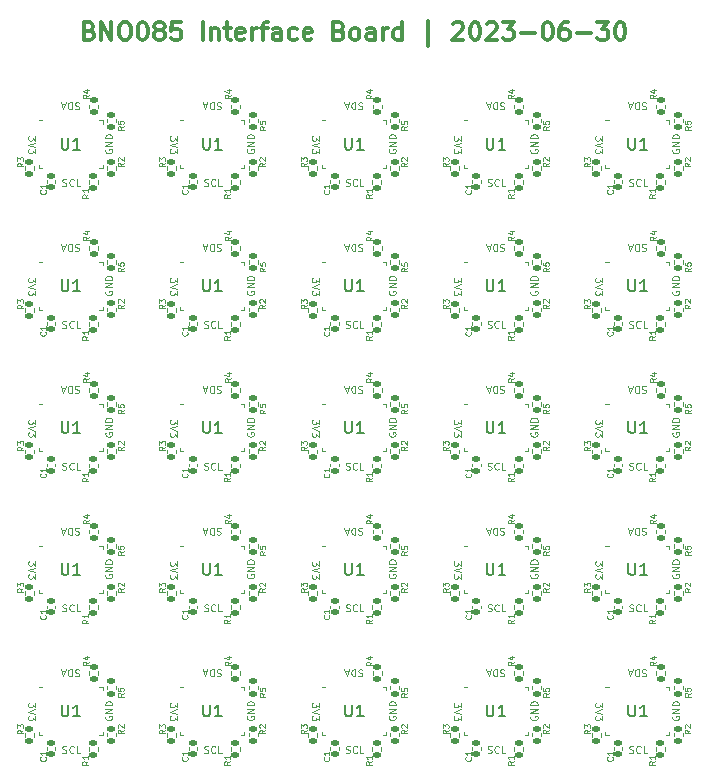
<source format=gto>
%TF.GenerationSoftware,KiCad,Pcbnew,7.0.5-1.fc38*%
%TF.CreationDate,2023-07-07T14:16:01-04:00*%
%TF.ProjectId,bno085-i2c-board-v3-panel,626e6f30-3835-42d6-9932-632d626f6172,rev?*%
%TF.SameCoordinates,Original*%
%TF.FileFunction,Legend,Top*%
%TF.FilePolarity,Positive*%
%FSLAX46Y46*%
G04 Gerber Fmt 4.6, Leading zero omitted, Abs format (unit mm)*
G04 Created by KiCad (PCBNEW 7.0.5-1.fc38) date 2023-07-07 14:16:01*
%MOMM*%
%LPD*%
G01*
G04 APERTURE LIST*
G04 Aperture macros list*
%AMRoundRect*
0 Rectangle with rounded corners*
0 $1 Rounding radius*
0 $2 $3 $4 $5 $6 $7 $8 $9 X,Y pos of 4 corners*
0 Add a 4 corners polygon primitive as box body*
4,1,4,$2,$3,$4,$5,$6,$7,$8,$9,$2,$3,0*
0 Add four circle primitives for the rounded corners*
1,1,$1+$1,$2,$3*
1,1,$1+$1,$4,$5*
1,1,$1+$1,$6,$7*
1,1,$1+$1,$8,$9*
0 Add four rect primitives between the rounded corners*
20,1,$1+$1,$2,$3,$4,$5,0*
20,1,$1+$1,$4,$5,$6,$7,0*
20,1,$1+$1,$6,$7,$8,$9,0*
20,1,$1+$1,$8,$9,$2,$3,0*%
G04 Aperture macros list end*
%ADD10C,0.100000*%
%ADD11C,0.300000*%
%ADD12C,0.150000*%
%ADD13C,0.120000*%
%ADD14R,0.850000X0.850000*%
%ADD15C,0.500000*%
%ADD16RoundRect,0.135000X0.185000X-0.135000X0.185000X0.135000X-0.185000X0.135000X-0.185000X-0.135000X0*%
%ADD17RoundRect,0.135000X-0.185000X0.135000X-0.185000X-0.135000X0.185000X-0.135000X0.185000X0.135000X0*%
%ADD18R,0.254000X0.675000*%
%ADD19R,0.675000X0.254000*%
%ADD20RoundRect,0.140000X-0.170000X0.140000X-0.170000X-0.140000X0.170000X-0.140000X0.170000X0.140000X0*%
G04 APERTURE END LIST*
D10*
X157532279Y-43319180D02*
X157532279Y-43690608D01*
X157532279Y-43690608D02*
X157303708Y-43490608D01*
X157303708Y-43490608D02*
X157303708Y-43576323D01*
X157303708Y-43576323D02*
X157275136Y-43633466D01*
X157275136Y-43633466D02*
X157246565Y-43662037D01*
X157246565Y-43662037D02*
X157189422Y-43690608D01*
X157189422Y-43690608D02*
X157046565Y-43690608D01*
X157046565Y-43690608D02*
X156989422Y-43662037D01*
X156989422Y-43662037D02*
X156960851Y-43633466D01*
X156960851Y-43633466D02*
X156932279Y-43576323D01*
X156932279Y-43576323D02*
X156932279Y-43404894D01*
X156932279Y-43404894D02*
X156960851Y-43347751D01*
X156960851Y-43347751D02*
X156989422Y-43319180D01*
X157532279Y-43862037D02*
X156932279Y-44062037D01*
X156932279Y-44062037D02*
X157532279Y-44262037D01*
X157532279Y-44404895D02*
X157532279Y-44776323D01*
X157532279Y-44776323D02*
X157303708Y-44576323D01*
X157303708Y-44576323D02*
X157303708Y-44662038D01*
X157303708Y-44662038D02*
X157275136Y-44719181D01*
X157275136Y-44719181D02*
X157246565Y-44747752D01*
X157246565Y-44747752D02*
X157189422Y-44776323D01*
X157189422Y-44776323D02*
X157046565Y-44776323D01*
X157046565Y-44776323D02*
X156989422Y-44747752D01*
X156989422Y-44747752D02*
X156960851Y-44719181D01*
X156960851Y-44719181D02*
X156932279Y-44662038D01*
X156932279Y-44662038D02*
X156932279Y-44490609D01*
X156932279Y-44490609D02*
X156960851Y-44433466D01*
X156960851Y-44433466D02*
X156989422Y-44404895D01*
X133532279Y-55319180D02*
X133532279Y-55690608D01*
X133532279Y-55690608D02*
X133303708Y-55490608D01*
X133303708Y-55490608D02*
X133303708Y-55576323D01*
X133303708Y-55576323D02*
X133275136Y-55633466D01*
X133275136Y-55633466D02*
X133246565Y-55662037D01*
X133246565Y-55662037D02*
X133189422Y-55690608D01*
X133189422Y-55690608D02*
X133046565Y-55690608D01*
X133046565Y-55690608D02*
X132989422Y-55662037D01*
X132989422Y-55662037D02*
X132960851Y-55633466D01*
X132960851Y-55633466D02*
X132932279Y-55576323D01*
X132932279Y-55576323D02*
X132932279Y-55404894D01*
X132932279Y-55404894D02*
X132960851Y-55347751D01*
X132960851Y-55347751D02*
X132989422Y-55319180D01*
X133532279Y-55862037D02*
X132932279Y-56062037D01*
X132932279Y-56062037D02*
X133532279Y-56262037D01*
X133532279Y-56404895D02*
X133532279Y-56776323D01*
X133532279Y-56776323D02*
X133303708Y-56576323D01*
X133303708Y-56576323D02*
X133303708Y-56662038D01*
X133303708Y-56662038D02*
X133275136Y-56719181D01*
X133275136Y-56719181D02*
X133246565Y-56747752D01*
X133246565Y-56747752D02*
X133189422Y-56776323D01*
X133189422Y-56776323D02*
X133046565Y-56776323D01*
X133046565Y-56776323D02*
X132989422Y-56747752D01*
X132989422Y-56747752D02*
X132960851Y-56719181D01*
X132960851Y-56719181D02*
X132932279Y-56662038D01*
X132932279Y-56662038D02*
X132932279Y-56490609D01*
X132932279Y-56490609D02*
X132960851Y-56433466D01*
X132960851Y-56433466D02*
X132989422Y-56404895D01*
X133532279Y-43319180D02*
X133532279Y-43690608D01*
X133532279Y-43690608D02*
X133303708Y-43490608D01*
X133303708Y-43490608D02*
X133303708Y-43576323D01*
X133303708Y-43576323D02*
X133275136Y-43633466D01*
X133275136Y-43633466D02*
X133246565Y-43662037D01*
X133246565Y-43662037D02*
X133189422Y-43690608D01*
X133189422Y-43690608D02*
X133046565Y-43690608D01*
X133046565Y-43690608D02*
X132989422Y-43662037D01*
X132989422Y-43662037D02*
X132960851Y-43633466D01*
X132960851Y-43633466D02*
X132932279Y-43576323D01*
X132932279Y-43576323D02*
X132932279Y-43404894D01*
X132932279Y-43404894D02*
X132960851Y-43347751D01*
X132960851Y-43347751D02*
X132989422Y-43319180D01*
X133532279Y-43862037D02*
X132932279Y-44062037D01*
X132932279Y-44062037D02*
X133532279Y-44262037D01*
X133532279Y-44404895D02*
X133532279Y-44776323D01*
X133532279Y-44776323D02*
X133303708Y-44576323D01*
X133303708Y-44576323D02*
X133303708Y-44662038D01*
X133303708Y-44662038D02*
X133275136Y-44719181D01*
X133275136Y-44719181D02*
X133246565Y-44747752D01*
X133246565Y-44747752D02*
X133189422Y-44776323D01*
X133189422Y-44776323D02*
X133046565Y-44776323D01*
X133046565Y-44776323D02*
X132989422Y-44747752D01*
X132989422Y-44747752D02*
X132960851Y-44719181D01*
X132960851Y-44719181D02*
X132932279Y-44662038D01*
X132932279Y-44662038D02*
X132932279Y-44490609D01*
X132932279Y-44490609D02*
X132960851Y-44433466D01*
X132960851Y-44433466D02*
X132989422Y-44404895D01*
X171815698Y-59523898D02*
X171901413Y-59552469D01*
X171901413Y-59552469D02*
X172044270Y-59552469D01*
X172044270Y-59552469D02*
X172101413Y-59523898D01*
X172101413Y-59523898D02*
X172129984Y-59495326D01*
X172129984Y-59495326D02*
X172158555Y-59438183D01*
X172158555Y-59438183D02*
X172158555Y-59381040D01*
X172158555Y-59381040D02*
X172129984Y-59323898D01*
X172129984Y-59323898D02*
X172101413Y-59295326D01*
X172101413Y-59295326D02*
X172044270Y-59266755D01*
X172044270Y-59266755D02*
X171929984Y-59238183D01*
X171929984Y-59238183D02*
X171872841Y-59209612D01*
X171872841Y-59209612D02*
X171844270Y-59181040D01*
X171844270Y-59181040D02*
X171815698Y-59123898D01*
X171815698Y-59123898D02*
X171815698Y-59066755D01*
X171815698Y-59066755D02*
X171844270Y-59009612D01*
X171844270Y-59009612D02*
X171872841Y-58981040D01*
X171872841Y-58981040D02*
X171929984Y-58952469D01*
X171929984Y-58952469D02*
X172072841Y-58952469D01*
X172072841Y-58952469D02*
X172158555Y-58981040D01*
X172758556Y-59495326D02*
X172729984Y-59523898D01*
X172729984Y-59523898D02*
X172644270Y-59552469D01*
X172644270Y-59552469D02*
X172587127Y-59552469D01*
X172587127Y-59552469D02*
X172501413Y-59523898D01*
X172501413Y-59523898D02*
X172444270Y-59466755D01*
X172444270Y-59466755D02*
X172415699Y-59409612D01*
X172415699Y-59409612D02*
X172387127Y-59295326D01*
X172387127Y-59295326D02*
X172387127Y-59209612D01*
X172387127Y-59209612D02*
X172415699Y-59095326D01*
X172415699Y-59095326D02*
X172444270Y-59038183D01*
X172444270Y-59038183D02*
X172501413Y-58981040D01*
X172501413Y-58981040D02*
X172587127Y-58952469D01*
X172587127Y-58952469D02*
X172644270Y-58952469D01*
X172644270Y-58952469D02*
X172729984Y-58981040D01*
X172729984Y-58981040D02*
X172758556Y-59009612D01*
X173301413Y-59552469D02*
X173015699Y-59552469D01*
X173015699Y-59552469D02*
X173015699Y-58952469D01*
X139470368Y-32417617D02*
X139441797Y-32474760D01*
X139441797Y-32474760D02*
X139441797Y-32560474D01*
X139441797Y-32560474D02*
X139470368Y-32646188D01*
X139470368Y-32646188D02*
X139527511Y-32703331D01*
X139527511Y-32703331D02*
X139584654Y-32731902D01*
X139584654Y-32731902D02*
X139698940Y-32760474D01*
X139698940Y-32760474D02*
X139784654Y-32760474D01*
X139784654Y-32760474D02*
X139898940Y-32731902D01*
X139898940Y-32731902D02*
X139956083Y-32703331D01*
X139956083Y-32703331D02*
X140013226Y-32646188D01*
X140013226Y-32646188D02*
X140041797Y-32560474D01*
X140041797Y-32560474D02*
X140041797Y-32503331D01*
X140041797Y-32503331D02*
X140013226Y-32417617D01*
X140013226Y-32417617D02*
X139984654Y-32389045D01*
X139984654Y-32389045D02*
X139784654Y-32389045D01*
X139784654Y-32389045D02*
X139784654Y-32503331D01*
X140041797Y-32131902D02*
X139441797Y-32131902D01*
X139441797Y-32131902D02*
X140041797Y-31789045D01*
X140041797Y-31789045D02*
X139441797Y-31789045D01*
X140041797Y-31503331D02*
X139441797Y-31503331D01*
X139441797Y-31503331D02*
X139441797Y-31360474D01*
X139441797Y-31360474D02*
X139470368Y-31274760D01*
X139470368Y-31274760D02*
X139527511Y-31217617D01*
X139527511Y-31217617D02*
X139584654Y-31189046D01*
X139584654Y-31189046D02*
X139698940Y-31160474D01*
X139698940Y-31160474D02*
X139784654Y-31160474D01*
X139784654Y-31160474D02*
X139898940Y-31189046D01*
X139898940Y-31189046D02*
X139956083Y-31217617D01*
X139956083Y-31217617D02*
X140013226Y-31274760D01*
X140013226Y-31274760D02*
X140041797Y-31360474D01*
X140041797Y-31360474D02*
X140041797Y-31503331D01*
X169532279Y-55319180D02*
X169532279Y-55690608D01*
X169532279Y-55690608D02*
X169303708Y-55490608D01*
X169303708Y-55490608D02*
X169303708Y-55576323D01*
X169303708Y-55576323D02*
X169275136Y-55633466D01*
X169275136Y-55633466D02*
X169246565Y-55662037D01*
X169246565Y-55662037D02*
X169189422Y-55690608D01*
X169189422Y-55690608D02*
X169046565Y-55690608D01*
X169046565Y-55690608D02*
X168989422Y-55662037D01*
X168989422Y-55662037D02*
X168960851Y-55633466D01*
X168960851Y-55633466D02*
X168932279Y-55576323D01*
X168932279Y-55576323D02*
X168932279Y-55404894D01*
X168932279Y-55404894D02*
X168960851Y-55347751D01*
X168960851Y-55347751D02*
X168989422Y-55319180D01*
X169532279Y-55862037D02*
X168932279Y-56062037D01*
X168932279Y-56062037D02*
X169532279Y-56262037D01*
X169532279Y-56404895D02*
X169532279Y-56776323D01*
X169532279Y-56776323D02*
X169303708Y-56576323D01*
X169303708Y-56576323D02*
X169303708Y-56662038D01*
X169303708Y-56662038D02*
X169275136Y-56719181D01*
X169275136Y-56719181D02*
X169246565Y-56747752D01*
X169246565Y-56747752D02*
X169189422Y-56776323D01*
X169189422Y-56776323D02*
X169046565Y-56776323D01*
X169046565Y-56776323D02*
X168989422Y-56747752D01*
X168989422Y-56747752D02*
X168960851Y-56719181D01*
X168960851Y-56719181D02*
X168932279Y-56662038D01*
X168932279Y-56662038D02*
X168932279Y-56490609D01*
X168932279Y-56490609D02*
X168960851Y-56433466D01*
X168960851Y-56433466D02*
X168989422Y-56404895D01*
X127470368Y-80417617D02*
X127441797Y-80474760D01*
X127441797Y-80474760D02*
X127441797Y-80560474D01*
X127441797Y-80560474D02*
X127470368Y-80646188D01*
X127470368Y-80646188D02*
X127527511Y-80703331D01*
X127527511Y-80703331D02*
X127584654Y-80731902D01*
X127584654Y-80731902D02*
X127698940Y-80760474D01*
X127698940Y-80760474D02*
X127784654Y-80760474D01*
X127784654Y-80760474D02*
X127898940Y-80731902D01*
X127898940Y-80731902D02*
X127956083Y-80703331D01*
X127956083Y-80703331D02*
X128013226Y-80646188D01*
X128013226Y-80646188D02*
X128041797Y-80560474D01*
X128041797Y-80560474D02*
X128041797Y-80503331D01*
X128041797Y-80503331D02*
X128013226Y-80417617D01*
X128013226Y-80417617D02*
X127984654Y-80389045D01*
X127984654Y-80389045D02*
X127784654Y-80389045D01*
X127784654Y-80389045D02*
X127784654Y-80503331D01*
X128041797Y-80131902D02*
X127441797Y-80131902D01*
X127441797Y-80131902D02*
X128041797Y-79789045D01*
X128041797Y-79789045D02*
X127441797Y-79789045D01*
X128041797Y-79503331D02*
X127441797Y-79503331D01*
X127441797Y-79503331D02*
X127441797Y-79360474D01*
X127441797Y-79360474D02*
X127470368Y-79274760D01*
X127470368Y-79274760D02*
X127527511Y-79217617D01*
X127527511Y-79217617D02*
X127584654Y-79189046D01*
X127584654Y-79189046D02*
X127698940Y-79160474D01*
X127698940Y-79160474D02*
X127784654Y-79160474D01*
X127784654Y-79160474D02*
X127898940Y-79189046D01*
X127898940Y-79189046D02*
X127956083Y-79217617D01*
X127956083Y-79217617D02*
X128013226Y-79274760D01*
X128013226Y-79274760D02*
X128041797Y-79360474D01*
X128041797Y-79360474D02*
X128041797Y-79503331D01*
X171815698Y-47523898D02*
X171901413Y-47552469D01*
X171901413Y-47552469D02*
X172044270Y-47552469D01*
X172044270Y-47552469D02*
X172101413Y-47523898D01*
X172101413Y-47523898D02*
X172129984Y-47495326D01*
X172129984Y-47495326D02*
X172158555Y-47438183D01*
X172158555Y-47438183D02*
X172158555Y-47381040D01*
X172158555Y-47381040D02*
X172129984Y-47323898D01*
X172129984Y-47323898D02*
X172101413Y-47295326D01*
X172101413Y-47295326D02*
X172044270Y-47266755D01*
X172044270Y-47266755D02*
X171929984Y-47238183D01*
X171929984Y-47238183D02*
X171872841Y-47209612D01*
X171872841Y-47209612D02*
X171844270Y-47181040D01*
X171844270Y-47181040D02*
X171815698Y-47123898D01*
X171815698Y-47123898D02*
X171815698Y-47066755D01*
X171815698Y-47066755D02*
X171844270Y-47009612D01*
X171844270Y-47009612D02*
X171872841Y-46981040D01*
X171872841Y-46981040D02*
X171929984Y-46952469D01*
X171929984Y-46952469D02*
X172072841Y-46952469D01*
X172072841Y-46952469D02*
X172158555Y-46981040D01*
X172758556Y-47495326D02*
X172729984Y-47523898D01*
X172729984Y-47523898D02*
X172644270Y-47552469D01*
X172644270Y-47552469D02*
X172587127Y-47552469D01*
X172587127Y-47552469D02*
X172501413Y-47523898D01*
X172501413Y-47523898D02*
X172444270Y-47466755D01*
X172444270Y-47466755D02*
X172415699Y-47409612D01*
X172415699Y-47409612D02*
X172387127Y-47295326D01*
X172387127Y-47295326D02*
X172387127Y-47209612D01*
X172387127Y-47209612D02*
X172415699Y-47095326D01*
X172415699Y-47095326D02*
X172444270Y-47038183D01*
X172444270Y-47038183D02*
X172501413Y-46981040D01*
X172501413Y-46981040D02*
X172587127Y-46952469D01*
X172587127Y-46952469D02*
X172644270Y-46952469D01*
X172644270Y-46952469D02*
X172729984Y-46981040D01*
X172729984Y-46981040D02*
X172758556Y-47009612D01*
X173301413Y-47552469D02*
X173015699Y-47552469D01*
X173015699Y-47552469D02*
X173015699Y-46952469D01*
X157532279Y-67319180D02*
X157532279Y-67690608D01*
X157532279Y-67690608D02*
X157303708Y-67490608D01*
X157303708Y-67490608D02*
X157303708Y-67576323D01*
X157303708Y-67576323D02*
X157275136Y-67633466D01*
X157275136Y-67633466D02*
X157246565Y-67662037D01*
X157246565Y-67662037D02*
X157189422Y-67690608D01*
X157189422Y-67690608D02*
X157046565Y-67690608D01*
X157046565Y-67690608D02*
X156989422Y-67662037D01*
X156989422Y-67662037D02*
X156960851Y-67633466D01*
X156960851Y-67633466D02*
X156932279Y-67576323D01*
X156932279Y-67576323D02*
X156932279Y-67404894D01*
X156932279Y-67404894D02*
X156960851Y-67347751D01*
X156960851Y-67347751D02*
X156989422Y-67319180D01*
X157532279Y-67862037D02*
X156932279Y-68062037D01*
X156932279Y-68062037D02*
X157532279Y-68262037D01*
X157532279Y-68404895D02*
X157532279Y-68776323D01*
X157532279Y-68776323D02*
X157303708Y-68576323D01*
X157303708Y-68576323D02*
X157303708Y-68662038D01*
X157303708Y-68662038D02*
X157275136Y-68719181D01*
X157275136Y-68719181D02*
X157246565Y-68747752D01*
X157246565Y-68747752D02*
X157189422Y-68776323D01*
X157189422Y-68776323D02*
X157046565Y-68776323D01*
X157046565Y-68776323D02*
X156989422Y-68747752D01*
X156989422Y-68747752D02*
X156960851Y-68719181D01*
X156960851Y-68719181D02*
X156932279Y-68662038D01*
X156932279Y-68662038D02*
X156932279Y-68490609D01*
X156932279Y-68490609D02*
X156960851Y-68433466D01*
X156960851Y-68433466D02*
X156989422Y-68404895D01*
X151470368Y-44417617D02*
X151441797Y-44474760D01*
X151441797Y-44474760D02*
X151441797Y-44560474D01*
X151441797Y-44560474D02*
X151470368Y-44646188D01*
X151470368Y-44646188D02*
X151527511Y-44703331D01*
X151527511Y-44703331D02*
X151584654Y-44731902D01*
X151584654Y-44731902D02*
X151698940Y-44760474D01*
X151698940Y-44760474D02*
X151784654Y-44760474D01*
X151784654Y-44760474D02*
X151898940Y-44731902D01*
X151898940Y-44731902D02*
X151956083Y-44703331D01*
X151956083Y-44703331D02*
X152013226Y-44646188D01*
X152013226Y-44646188D02*
X152041797Y-44560474D01*
X152041797Y-44560474D02*
X152041797Y-44503331D01*
X152041797Y-44503331D02*
X152013226Y-44417617D01*
X152013226Y-44417617D02*
X151984654Y-44389045D01*
X151984654Y-44389045D02*
X151784654Y-44389045D01*
X151784654Y-44389045D02*
X151784654Y-44503331D01*
X152041797Y-44131902D02*
X151441797Y-44131902D01*
X151441797Y-44131902D02*
X152041797Y-43789045D01*
X152041797Y-43789045D02*
X151441797Y-43789045D01*
X152041797Y-43503331D02*
X151441797Y-43503331D01*
X151441797Y-43503331D02*
X151441797Y-43360474D01*
X151441797Y-43360474D02*
X151470368Y-43274760D01*
X151470368Y-43274760D02*
X151527511Y-43217617D01*
X151527511Y-43217617D02*
X151584654Y-43189046D01*
X151584654Y-43189046D02*
X151698940Y-43160474D01*
X151698940Y-43160474D02*
X151784654Y-43160474D01*
X151784654Y-43160474D02*
X151898940Y-43189046D01*
X151898940Y-43189046D02*
X151956083Y-43217617D01*
X151956083Y-43217617D02*
X152013226Y-43274760D01*
X152013226Y-43274760D02*
X152041797Y-43360474D01*
X152041797Y-43360474D02*
X152041797Y-43503331D01*
X135815698Y-83523898D02*
X135901413Y-83552469D01*
X135901413Y-83552469D02*
X136044270Y-83552469D01*
X136044270Y-83552469D02*
X136101413Y-83523898D01*
X136101413Y-83523898D02*
X136129984Y-83495326D01*
X136129984Y-83495326D02*
X136158555Y-83438183D01*
X136158555Y-83438183D02*
X136158555Y-83381040D01*
X136158555Y-83381040D02*
X136129984Y-83323898D01*
X136129984Y-83323898D02*
X136101413Y-83295326D01*
X136101413Y-83295326D02*
X136044270Y-83266755D01*
X136044270Y-83266755D02*
X135929984Y-83238183D01*
X135929984Y-83238183D02*
X135872841Y-83209612D01*
X135872841Y-83209612D02*
X135844270Y-83181040D01*
X135844270Y-83181040D02*
X135815698Y-83123898D01*
X135815698Y-83123898D02*
X135815698Y-83066755D01*
X135815698Y-83066755D02*
X135844270Y-83009612D01*
X135844270Y-83009612D02*
X135872841Y-82981040D01*
X135872841Y-82981040D02*
X135929984Y-82952469D01*
X135929984Y-82952469D02*
X136072841Y-82952469D01*
X136072841Y-82952469D02*
X136158555Y-82981040D01*
X136758556Y-83495326D02*
X136729984Y-83523898D01*
X136729984Y-83523898D02*
X136644270Y-83552469D01*
X136644270Y-83552469D02*
X136587127Y-83552469D01*
X136587127Y-83552469D02*
X136501413Y-83523898D01*
X136501413Y-83523898D02*
X136444270Y-83466755D01*
X136444270Y-83466755D02*
X136415699Y-83409612D01*
X136415699Y-83409612D02*
X136387127Y-83295326D01*
X136387127Y-83295326D02*
X136387127Y-83209612D01*
X136387127Y-83209612D02*
X136415699Y-83095326D01*
X136415699Y-83095326D02*
X136444270Y-83038183D01*
X136444270Y-83038183D02*
X136501413Y-82981040D01*
X136501413Y-82981040D02*
X136587127Y-82952469D01*
X136587127Y-82952469D02*
X136644270Y-82952469D01*
X136644270Y-82952469D02*
X136729984Y-82981040D01*
X136729984Y-82981040D02*
X136758556Y-83009612D01*
X137301413Y-83552469D02*
X137015699Y-83552469D01*
X137015699Y-83552469D02*
X137015699Y-82952469D01*
X127470368Y-44417617D02*
X127441797Y-44474760D01*
X127441797Y-44474760D02*
X127441797Y-44560474D01*
X127441797Y-44560474D02*
X127470368Y-44646188D01*
X127470368Y-44646188D02*
X127527511Y-44703331D01*
X127527511Y-44703331D02*
X127584654Y-44731902D01*
X127584654Y-44731902D02*
X127698940Y-44760474D01*
X127698940Y-44760474D02*
X127784654Y-44760474D01*
X127784654Y-44760474D02*
X127898940Y-44731902D01*
X127898940Y-44731902D02*
X127956083Y-44703331D01*
X127956083Y-44703331D02*
X128013226Y-44646188D01*
X128013226Y-44646188D02*
X128041797Y-44560474D01*
X128041797Y-44560474D02*
X128041797Y-44503331D01*
X128041797Y-44503331D02*
X128013226Y-44417617D01*
X128013226Y-44417617D02*
X127984654Y-44389045D01*
X127984654Y-44389045D02*
X127784654Y-44389045D01*
X127784654Y-44389045D02*
X127784654Y-44503331D01*
X128041797Y-44131902D02*
X127441797Y-44131902D01*
X127441797Y-44131902D02*
X128041797Y-43789045D01*
X128041797Y-43789045D02*
X127441797Y-43789045D01*
X128041797Y-43503331D02*
X127441797Y-43503331D01*
X127441797Y-43503331D02*
X127441797Y-43360474D01*
X127441797Y-43360474D02*
X127470368Y-43274760D01*
X127470368Y-43274760D02*
X127527511Y-43217617D01*
X127527511Y-43217617D02*
X127584654Y-43189046D01*
X127584654Y-43189046D02*
X127698940Y-43160474D01*
X127698940Y-43160474D02*
X127784654Y-43160474D01*
X127784654Y-43160474D02*
X127898940Y-43189046D01*
X127898940Y-43189046D02*
X127956083Y-43217617D01*
X127956083Y-43217617D02*
X128013226Y-43274760D01*
X128013226Y-43274760D02*
X128041797Y-43360474D01*
X128041797Y-43360474D02*
X128041797Y-43503331D01*
X151470368Y-80417617D02*
X151441797Y-80474760D01*
X151441797Y-80474760D02*
X151441797Y-80560474D01*
X151441797Y-80560474D02*
X151470368Y-80646188D01*
X151470368Y-80646188D02*
X151527511Y-80703331D01*
X151527511Y-80703331D02*
X151584654Y-80731902D01*
X151584654Y-80731902D02*
X151698940Y-80760474D01*
X151698940Y-80760474D02*
X151784654Y-80760474D01*
X151784654Y-80760474D02*
X151898940Y-80731902D01*
X151898940Y-80731902D02*
X151956083Y-80703331D01*
X151956083Y-80703331D02*
X152013226Y-80646188D01*
X152013226Y-80646188D02*
X152041797Y-80560474D01*
X152041797Y-80560474D02*
X152041797Y-80503331D01*
X152041797Y-80503331D02*
X152013226Y-80417617D01*
X152013226Y-80417617D02*
X151984654Y-80389045D01*
X151984654Y-80389045D02*
X151784654Y-80389045D01*
X151784654Y-80389045D02*
X151784654Y-80503331D01*
X152041797Y-80131902D02*
X151441797Y-80131902D01*
X151441797Y-80131902D02*
X152041797Y-79789045D01*
X152041797Y-79789045D02*
X151441797Y-79789045D01*
X152041797Y-79503331D02*
X151441797Y-79503331D01*
X151441797Y-79503331D02*
X151441797Y-79360474D01*
X151441797Y-79360474D02*
X151470368Y-79274760D01*
X151470368Y-79274760D02*
X151527511Y-79217617D01*
X151527511Y-79217617D02*
X151584654Y-79189046D01*
X151584654Y-79189046D02*
X151698940Y-79160474D01*
X151698940Y-79160474D02*
X151784654Y-79160474D01*
X151784654Y-79160474D02*
X151898940Y-79189046D01*
X151898940Y-79189046D02*
X151956083Y-79217617D01*
X151956083Y-79217617D02*
X152013226Y-79274760D01*
X152013226Y-79274760D02*
X152041797Y-79360474D01*
X152041797Y-79360474D02*
X152041797Y-79503331D01*
D11*
X126107146Y-22392614D02*
X126321432Y-22464042D01*
X126321432Y-22464042D02*
X126392861Y-22535471D01*
X126392861Y-22535471D02*
X126464289Y-22678328D01*
X126464289Y-22678328D02*
X126464289Y-22892614D01*
X126464289Y-22892614D02*
X126392861Y-23035471D01*
X126392861Y-23035471D02*
X126321432Y-23106900D01*
X126321432Y-23106900D02*
X126178575Y-23178328D01*
X126178575Y-23178328D02*
X125607146Y-23178328D01*
X125607146Y-23178328D02*
X125607146Y-21678328D01*
X125607146Y-21678328D02*
X126107146Y-21678328D01*
X126107146Y-21678328D02*
X126250004Y-21749757D01*
X126250004Y-21749757D02*
X126321432Y-21821185D01*
X126321432Y-21821185D02*
X126392861Y-21964042D01*
X126392861Y-21964042D02*
X126392861Y-22106900D01*
X126392861Y-22106900D02*
X126321432Y-22249757D01*
X126321432Y-22249757D02*
X126250004Y-22321185D01*
X126250004Y-22321185D02*
X126107146Y-22392614D01*
X126107146Y-22392614D02*
X125607146Y-22392614D01*
X127107146Y-23178328D02*
X127107146Y-21678328D01*
X127107146Y-21678328D02*
X127964289Y-23178328D01*
X127964289Y-23178328D02*
X127964289Y-21678328D01*
X128964290Y-21678328D02*
X129250004Y-21678328D01*
X129250004Y-21678328D02*
X129392861Y-21749757D01*
X129392861Y-21749757D02*
X129535718Y-21892614D01*
X129535718Y-21892614D02*
X129607147Y-22178328D01*
X129607147Y-22178328D02*
X129607147Y-22678328D01*
X129607147Y-22678328D02*
X129535718Y-22964042D01*
X129535718Y-22964042D02*
X129392861Y-23106900D01*
X129392861Y-23106900D02*
X129250004Y-23178328D01*
X129250004Y-23178328D02*
X128964290Y-23178328D01*
X128964290Y-23178328D02*
X128821433Y-23106900D01*
X128821433Y-23106900D02*
X128678575Y-22964042D01*
X128678575Y-22964042D02*
X128607147Y-22678328D01*
X128607147Y-22678328D02*
X128607147Y-22178328D01*
X128607147Y-22178328D02*
X128678575Y-21892614D01*
X128678575Y-21892614D02*
X128821433Y-21749757D01*
X128821433Y-21749757D02*
X128964290Y-21678328D01*
X130535719Y-21678328D02*
X130678576Y-21678328D01*
X130678576Y-21678328D02*
X130821433Y-21749757D01*
X130821433Y-21749757D02*
X130892862Y-21821185D01*
X130892862Y-21821185D02*
X130964290Y-21964042D01*
X130964290Y-21964042D02*
X131035719Y-22249757D01*
X131035719Y-22249757D02*
X131035719Y-22606900D01*
X131035719Y-22606900D02*
X130964290Y-22892614D01*
X130964290Y-22892614D02*
X130892862Y-23035471D01*
X130892862Y-23035471D02*
X130821433Y-23106900D01*
X130821433Y-23106900D02*
X130678576Y-23178328D01*
X130678576Y-23178328D02*
X130535719Y-23178328D01*
X130535719Y-23178328D02*
X130392862Y-23106900D01*
X130392862Y-23106900D02*
X130321433Y-23035471D01*
X130321433Y-23035471D02*
X130250004Y-22892614D01*
X130250004Y-22892614D02*
X130178576Y-22606900D01*
X130178576Y-22606900D02*
X130178576Y-22249757D01*
X130178576Y-22249757D02*
X130250004Y-21964042D01*
X130250004Y-21964042D02*
X130321433Y-21821185D01*
X130321433Y-21821185D02*
X130392862Y-21749757D01*
X130392862Y-21749757D02*
X130535719Y-21678328D01*
X131892861Y-22321185D02*
X131750004Y-22249757D01*
X131750004Y-22249757D02*
X131678575Y-22178328D01*
X131678575Y-22178328D02*
X131607147Y-22035471D01*
X131607147Y-22035471D02*
X131607147Y-21964042D01*
X131607147Y-21964042D02*
X131678575Y-21821185D01*
X131678575Y-21821185D02*
X131750004Y-21749757D01*
X131750004Y-21749757D02*
X131892861Y-21678328D01*
X131892861Y-21678328D02*
X132178575Y-21678328D01*
X132178575Y-21678328D02*
X132321433Y-21749757D01*
X132321433Y-21749757D02*
X132392861Y-21821185D01*
X132392861Y-21821185D02*
X132464290Y-21964042D01*
X132464290Y-21964042D02*
X132464290Y-22035471D01*
X132464290Y-22035471D02*
X132392861Y-22178328D01*
X132392861Y-22178328D02*
X132321433Y-22249757D01*
X132321433Y-22249757D02*
X132178575Y-22321185D01*
X132178575Y-22321185D02*
X131892861Y-22321185D01*
X131892861Y-22321185D02*
X131750004Y-22392614D01*
X131750004Y-22392614D02*
X131678575Y-22464042D01*
X131678575Y-22464042D02*
X131607147Y-22606900D01*
X131607147Y-22606900D02*
X131607147Y-22892614D01*
X131607147Y-22892614D02*
X131678575Y-23035471D01*
X131678575Y-23035471D02*
X131750004Y-23106900D01*
X131750004Y-23106900D02*
X131892861Y-23178328D01*
X131892861Y-23178328D02*
X132178575Y-23178328D01*
X132178575Y-23178328D02*
X132321433Y-23106900D01*
X132321433Y-23106900D02*
X132392861Y-23035471D01*
X132392861Y-23035471D02*
X132464290Y-22892614D01*
X132464290Y-22892614D02*
X132464290Y-22606900D01*
X132464290Y-22606900D02*
X132392861Y-22464042D01*
X132392861Y-22464042D02*
X132321433Y-22392614D01*
X132321433Y-22392614D02*
X132178575Y-22321185D01*
X133821432Y-21678328D02*
X133107146Y-21678328D01*
X133107146Y-21678328D02*
X133035718Y-22392614D01*
X133035718Y-22392614D02*
X133107146Y-22321185D01*
X133107146Y-22321185D02*
X133250004Y-22249757D01*
X133250004Y-22249757D02*
X133607146Y-22249757D01*
X133607146Y-22249757D02*
X133750004Y-22321185D01*
X133750004Y-22321185D02*
X133821432Y-22392614D01*
X133821432Y-22392614D02*
X133892861Y-22535471D01*
X133892861Y-22535471D02*
X133892861Y-22892614D01*
X133892861Y-22892614D02*
X133821432Y-23035471D01*
X133821432Y-23035471D02*
X133750004Y-23106900D01*
X133750004Y-23106900D02*
X133607146Y-23178328D01*
X133607146Y-23178328D02*
X133250004Y-23178328D01*
X133250004Y-23178328D02*
X133107146Y-23106900D01*
X133107146Y-23106900D02*
X133035718Y-23035471D01*
X135678574Y-23178328D02*
X135678574Y-21678328D01*
X136392860Y-22178328D02*
X136392860Y-23178328D01*
X136392860Y-22321185D02*
X136464289Y-22249757D01*
X136464289Y-22249757D02*
X136607146Y-22178328D01*
X136607146Y-22178328D02*
X136821432Y-22178328D01*
X136821432Y-22178328D02*
X136964289Y-22249757D01*
X136964289Y-22249757D02*
X137035718Y-22392614D01*
X137035718Y-22392614D02*
X137035718Y-23178328D01*
X137535718Y-22178328D02*
X138107146Y-22178328D01*
X137750003Y-21678328D02*
X137750003Y-22964042D01*
X137750003Y-22964042D02*
X137821432Y-23106900D01*
X137821432Y-23106900D02*
X137964289Y-23178328D01*
X137964289Y-23178328D02*
X138107146Y-23178328D01*
X139178575Y-23106900D02*
X139035718Y-23178328D01*
X139035718Y-23178328D02*
X138750004Y-23178328D01*
X138750004Y-23178328D02*
X138607146Y-23106900D01*
X138607146Y-23106900D02*
X138535718Y-22964042D01*
X138535718Y-22964042D02*
X138535718Y-22392614D01*
X138535718Y-22392614D02*
X138607146Y-22249757D01*
X138607146Y-22249757D02*
X138750004Y-22178328D01*
X138750004Y-22178328D02*
X139035718Y-22178328D01*
X139035718Y-22178328D02*
X139178575Y-22249757D01*
X139178575Y-22249757D02*
X139250004Y-22392614D01*
X139250004Y-22392614D02*
X139250004Y-22535471D01*
X139250004Y-22535471D02*
X138535718Y-22678328D01*
X139892860Y-23178328D02*
X139892860Y-22178328D01*
X139892860Y-22464042D02*
X139964289Y-22321185D01*
X139964289Y-22321185D02*
X140035718Y-22249757D01*
X140035718Y-22249757D02*
X140178575Y-22178328D01*
X140178575Y-22178328D02*
X140321432Y-22178328D01*
X140607146Y-22178328D02*
X141178574Y-22178328D01*
X140821431Y-23178328D02*
X140821431Y-21892614D01*
X140821431Y-21892614D02*
X140892860Y-21749757D01*
X140892860Y-21749757D02*
X141035717Y-21678328D01*
X141035717Y-21678328D02*
X141178574Y-21678328D01*
X142321432Y-23178328D02*
X142321432Y-22392614D01*
X142321432Y-22392614D02*
X142250003Y-22249757D01*
X142250003Y-22249757D02*
X142107146Y-22178328D01*
X142107146Y-22178328D02*
X141821432Y-22178328D01*
X141821432Y-22178328D02*
X141678574Y-22249757D01*
X142321432Y-23106900D02*
X142178574Y-23178328D01*
X142178574Y-23178328D02*
X141821432Y-23178328D01*
X141821432Y-23178328D02*
X141678574Y-23106900D01*
X141678574Y-23106900D02*
X141607146Y-22964042D01*
X141607146Y-22964042D02*
X141607146Y-22821185D01*
X141607146Y-22821185D02*
X141678574Y-22678328D01*
X141678574Y-22678328D02*
X141821432Y-22606900D01*
X141821432Y-22606900D02*
X142178574Y-22606900D01*
X142178574Y-22606900D02*
X142321432Y-22535471D01*
X143678575Y-23106900D02*
X143535717Y-23178328D01*
X143535717Y-23178328D02*
X143250003Y-23178328D01*
X143250003Y-23178328D02*
X143107146Y-23106900D01*
X143107146Y-23106900D02*
X143035717Y-23035471D01*
X143035717Y-23035471D02*
X142964289Y-22892614D01*
X142964289Y-22892614D02*
X142964289Y-22464042D01*
X142964289Y-22464042D02*
X143035717Y-22321185D01*
X143035717Y-22321185D02*
X143107146Y-22249757D01*
X143107146Y-22249757D02*
X143250003Y-22178328D01*
X143250003Y-22178328D02*
X143535717Y-22178328D01*
X143535717Y-22178328D02*
X143678575Y-22249757D01*
X144892860Y-23106900D02*
X144750003Y-23178328D01*
X144750003Y-23178328D02*
X144464289Y-23178328D01*
X144464289Y-23178328D02*
X144321431Y-23106900D01*
X144321431Y-23106900D02*
X144250003Y-22964042D01*
X144250003Y-22964042D02*
X144250003Y-22392614D01*
X144250003Y-22392614D02*
X144321431Y-22249757D01*
X144321431Y-22249757D02*
X144464289Y-22178328D01*
X144464289Y-22178328D02*
X144750003Y-22178328D01*
X144750003Y-22178328D02*
X144892860Y-22249757D01*
X144892860Y-22249757D02*
X144964289Y-22392614D01*
X144964289Y-22392614D02*
X144964289Y-22535471D01*
X144964289Y-22535471D02*
X144250003Y-22678328D01*
X147250002Y-22392614D02*
X147464288Y-22464042D01*
X147464288Y-22464042D02*
X147535717Y-22535471D01*
X147535717Y-22535471D02*
X147607145Y-22678328D01*
X147607145Y-22678328D02*
X147607145Y-22892614D01*
X147607145Y-22892614D02*
X147535717Y-23035471D01*
X147535717Y-23035471D02*
X147464288Y-23106900D01*
X147464288Y-23106900D02*
X147321431Y-23178328D01*
X147321431Y-23178328D02*
X146750002Y-23178328D01*
X146750002Y-23178328D02*
X146750002Y-21678328D01*
X146750002Y-21678328D02*
X147250002Y-21678328D01*
X147250002Y-21678328D02*
X147392860Y-21749757D01*
X147392860Y-21749757D02*
X147464288Y-21821185D01*
X147464288Y-21821185D02*
X147535717Y-21964042D01*
X147535717Y-21964042D02*
X147535717Y-22106900D01*
X147535717Y-22106900D02*
X147464288Y-22249757D01*
X147464288Y-22249757D02*
X147392860Y-22321185D01*
X147392860Y-22321185D02*
X147250002Y-22392614D01*
X147250002Y-22392614D02*
X146750002Y-22392614D01*
X148464288Y-23178328D02*
X148321431Y-23106900D01*
X148321431Y-23106900D02*
X148250002Y-23035471D01*
X148250002Y-23035471D02*
X148178574Y-22892614D01*
X148178574Y-22892614D02*
X148178574Y-22464042D01*
X148178574Y-22464042D02*
X148250002Y-22321185D01*
X148250002Y-22321185D02*
X148321431Y-22249757D01*
X148321431Y-22249757D02*
X148464288Y-22178328D01*
X148464288Y-22178328D02*
X148678574Y-22178328D01*
X148678574Y-22178328D02*
X148821431Y-22249757D01*
X148821431Y-22249757D02*
X148892860Y-22321185D01*
X148892860Y-22321185D02*
X148964288Y-22464042D01*
X148964288Y-22464042D02*
X148964288Y-22892614D01*
X148964288Y-22892614D02*
X148892860Y-23035471D01*
X148892860Y-23035471D02*
X148821431Y-23106900D01*
X148821431Y-23106900D02*
X148678574Y-23178328D01*
X148678574Y-23178328D02*
X148464288Y-23178328D01*
X150250003Y-23178328D02*
X150250003Y-22392614D01*
X150250003Y-22392614D02*
X150178574Y-22249757D01*
X150178574Y-22249757D02*
X150035717Y-22178328D01*
X150035717Y-22178328D02*
X149750003Y-22178328D01*
X149750003Y-22178328D02*
X149607145Y-22249757D01*
X150250003Y-23106900D02*
X150107145Y-23178328D01*
X150107145Y-23178328D02*
X149750003Y-23178328D01*
X149750003Y-23178328D02*
X149607145Y-23106900D01*
X149607145Y-23106900D02*
X149535717Y-22964042D01*
X149535717Y-22964042D02*
X149535717Y-22821185D01*
X149535717Y-22821185D02*
X149607145Y-22678328D01*
X149607145Y-22678328D02*
X149750003Y-22606900D01*
X149750003Y-22606900D02*
X150107145Y-22606900D01*
X150107145Y-22606900D02*
X150250003Y-22535471D01*
X150964288Y-23178328D02*
X150964288Y-22178328D01*
X150964288Y-22464042D02*
X151035717Y-22321185D01*
X151035717Y-22321185D02*
X151107146Y-22249757D01*
X151107146Y-22249757D02*
X151250003Y-22178328D01*
X151250003Y-22178328D02*
X151392860Y-22178328D01*
X152535717Y-23178328D02*
X152535717Y-21678328D01*
X152535717Y-23106900D02*
X152392859Y-23178328D01*
X152392859Y-23178328D02*
X152107145Y-23178328D01*
X152107145Y-23178328D02*
X151964288Y-23106900D01*
X151964288Y-23106900D02*
X151892859Y-23035471D01*
X151892859Y-23035471D02*
X151821431Y-22892614D01*
X151821431Y-22892614D02*
X151821431Y-22464042D01*
X151821431Y-22464042D02*
X151892859Y-22321185D01*
X151892859Y-22321185D02*
X151964288Y-22249757D01*
X151964288Y-22249757D02*
X152107145Y-22178328D01*
X152107145Y-22178328D02*
X152392859Y-22178328D01*
X152392859Y-22178328D02*
X152535717Y-22249757D01*
X154750002Y-23678328D02*
X154750002Y-21535471D01*
X156892859Y-21821185D02*
X156964287Y-21749757D01*
X156964287Y-21749757D02*
X157107145Y-21678328D01*
X157107145Y-21678328D02*
X157464287Y-21678328D01*
X157464287Y-21678328D02*
X157607145Y-21749757D01*
X157607145Y-21749757D02*
X157678573Y-21821185D01*
X157678573Y-21821185D02*
X157750002Y-21964042D01*
X157750002Y-21964042D02*
X157750002Y-22106900D01*
X157750002Y-22106900D02*
X157678573Y-22321185D01*
X157678573Y-22321185D02*
X156821430Y-23178328D01*
X156821430Y-23178328D02*
X157750002Y-23178328D01*
X158678573Y-21678328D02*
X158821430Y-21678328D01*
X158821430Y-21678328D02*
X158964287Y-21749757D01*
X158964287Y-21749757D02*
X159035716Y-21821185D01*
X159035716Y-21821185D02*
X159107144Y-21964042D01*
X159107144Y-21964042D02*
X159178573Y-22249757D01*
X159178573Y-22249757D02*
X159178573Y-22606900D01*
X159178573Y-22606900D02*
X159107144Y-22892614D01*
X159107144Y-22892614D02*
X159035716Y-23035471D01*
X159035716Y-23035471D02*
X158964287Y-23106900D01*
X158964287Y-23106900D02*
X158821430Y-23178328D01*
X158821430Y-23178328D02*
X158678573Y-23178328D01*
X158678573Y-23178328D02*
X158535716Y-23106900D01*
X158535716Y-23106900D02*
X158464287Y-23035471D01*
X158464287Y-23035471D02*
X158392858Y-22892614D01*
X158392858Y-22892614D02*
X158321430Y-22606900D01*
X158321430Y-22606900D02*
X158321430Y-22249757D01*
X158321430Y-22249757D02*
X158392858Y-21964042D01*
X158392858Y-21964042D02*
X158464287Y-21821185D01*
X158464287Y-21821185D02*
X158535716Y-21749757D01*
X158535716Y-21749757D02*
X158678573Y-21678328D01*
X159750001Y-21821185D02*
X159821429Y-21749757D01*
X159821429Y-21749757D02*
X159964287Y-21678328D01*
X159964287Y-21678328D02*
X160321429Y-21678328D01*
X160321429Y-21678328D02*
X160464287Y-21749757D01*
X160464287Y-21749757D02*
X160535715Y-21821185D01*
X160535715Y-21821185D02*
X160607144Y-21964042D01*
X160607144Y-21964042D02*
X160607144Y-22106900D01*
X160607144Y-22106900D02*
X160535715Y-22321185D01*
X160535715Y-22321185D02*
X159678572Y-23178328D01*
X159678572Y-23178328D02*
X160607144Y-23178328D01*
X161107143Y-21678328D02*
X162035715Y-21678328D01*
X162035715Y-21678328D02*
X161535715Y-22249757D01*
X161535715Y-22249757D02*
X161750000Y-22249757D01*
X161750000Y-22249757D02*
X161892858Y-22321185D01*
X161892858Y-22321185D02*
X161964286Y-22392614D01*
X161964286Y-22392614D02*
X162035715Y-22535471D01*
X162035715Y-22535471D02*
X162035715Y-22892614D01*
X162035715Y-22892614D02*
X161964286Y-23035471D01*
X161964286Y-23035471D02*
X161892858Y-23106900D01*
X161892858Y-23106900D02*
X161750000Y-23178328D01*
X161750000Y-23178328D02*
X161321429Y-23178328D01*
X161321429Y-23178328D02*
X161178572Y-23106900D01*
X161178572Y-23106900D02*
X161107143Y-23035471D01*
X162678571Y-22606900D02*
X163821429Y-22606900D01*
X164821429Y-21678328D02*
X164964286Y-21678328D01*
X164964286Y-21678328D02*
X165107143Y-21749757D01*
X165107143Y-21749757D02*
X165178572Y-21821185D01*
X165178572Y-21821185D02*
X165250000Y-21964042D01*
X165250000Y-21964042D02*
X165321429Y-22249757D01*
X165321429Y-22249757D02*
X165321429Y-22606900D01*
X165321429Y-22606900D02*
X165250000Y-22892614D01*
X165250000Y-22892614D02*
X165178572Y-23035471D01*
X165178572Y-23035471D02*
X165107143Y-23106900D01*
X165107143Y-23106900D02*
X164964286Y-23178328D01*
X164964286Y-23178328D02*
X164821429Y-23178328D01*
X164821429Y-23178328D02*
X164678572Y-23106900D01*
X164678572Y-23106900D02*
X164607143Y-23035471D01*
X164607143Y-23035471D02*
X164535714Y-22892614D01*
X164535714Y-22892614D02*
X164464286Y-22606900D01*
X164464286Y-22606900D02*
X164464286Y-22249757D01*
X164464286Y-22249757D02*
X164535714Y-21964042D01*
X164535714Y-21964042D02*
X164607143Y-21821185D01*
X164607143Y-21821185D02*
X164678572Y-21749757D01*
X164678572Y-21749757D02*
X164821429Y-21678328D01*
X166607143Y-21678328D02*
X166321428Y-21678328D01*
X166321428Y-21678328D02*
X166178571Y-21749757D01*
X166178571Y-21749757D02*
X166107143Y-21821185D01*
X166107143Y-21821185D02*
X165964285Y-22035471D01*
X165964285Y-22035471D02*
X165892857Y-22321185D01*
X165892857Y-22321185D02*
X165892857Y-22892614D01*
X165892857Y-22892614D02*
X165964285Y-23035471D01*
X165964285Y-23035471D02*
X166035714Y-23106900D01*
X166035714Y-23106900D02*
X166178571Y-23178328D01*
X166178571Y-23178328D02*
X166464285Y-23178328D01*
X166464285Y-23178328D02*
X166607143Y-23106900D01*
X166607143Y-23106900D02*
X166678571Y-23035471D01*
X166678571Y-23035471D02*
X166750000Y-22892614D01*
X166750000Y-22892614D02*
X166750000Y-22535471D01*
X166750000Y-22535471D02*
X166678571Y-22392614D01*
X166678571Y-22392614D02*
X166607143Y-22321185D01*
X166607143Y-22321185D02*
X166464285Y-22249757D01*
X166464285Y-22249757D02*
X166178571Y-22249757D01*
X166178571Y-22249757D02*
X166035714Y-22321185D01*
X166035714Y-22321185D02*
X165964285Y-22392614D01*
X165964285Y-22392614D02*
X165892857Y-22535471D01*
X167392856Y-22606900D02*
X168535714Y-22606900D01*
X169107142Y-21678328D02*
X170035714Y-21678328D01*
X170035714Y-21678328D02*
X169535714Y-22249757D01*
X169535714Y-22249757D02*
X169749999Y-22249757D01*
X169749999Y-22249757D02*
X169892857Y-22321185D01*
X169892857Y-22321185D02*
X169964285Y-22392614D01*
X169964285Y-22392614D02*
X170035714Y-22535471D01*
X170035714Y-22535471D02*
X170035714Y-22892614D01*
X170035714Y-22892614D02*
X169964285Y-23035471D01*
X169964285Y-23035471D02*
X169892857Y-23106900D01*
X169892857Y-23106900D02*
X169749999Y-23178328D01*
X169749999Y-23178328D02*
X169321428Y-23178328D01*
X169321428Y-23178328D02*
X169178571Y-23106900D01*
X169178571Y-23106900D02*
X169107142Y-23035471D01*
X170964285Y-21678328D02*
X171107142Y-21678328D01*
X171107142Y-21678328D02*
X171249999Y-21749757D01*
X171249999Y-21749757D02*
X171321428Y-21821185D01*
X171321428Y-21821185D02*
X171392856Y-21964042D01*
X171392856Y-21964042D02*
X171464285Y-22249757D01*
X171464285Y-22249757D02*
X171464285Y-22606900D01*
X171464285Y-22606900D02*
X171392856Y-22892614D01*
X171392856Y-22892614D02*
X171321428Y-23035471D01*
X171321428Y-23035471D02*
X171249999Y-23106900D01*
X171249999Y-23106900D02*
X171107142Y-23178328D01*
X171107142Y-23178328D02*
X170964285Y-23178328D01*
X170964285Y-23178328D02*
X170821428Y-23106900D01*
X170821428Y-23106900D02*
X170749999Y-23035471D01*
X170749999Y-23035471D02*
X170678570Y-22892614D01*
X170678570Y-22892614D02*
X170607142Y-22606900D01*
X170607142Y-22606900D02*
X170607142Y-22249757D01*
X170607142Y-22249757D02*
X170678570Y-21964042D01*
X170678570Y-21964042D02*
X170749999Y-21821185D01*
X170749999Y-21821185D02*
X170821428Y-21749757D01*
X170821428Y-21749757D02*
X170964285Y-21678328D01*
D10*
X127470368Y-56417617D02*
X127441797Y-56474760D01*
X127441797Y-56474760D02*
X127441797Y-56560474D01*
X127441797Y-56560474D02*
X127470368Y-56646188D01*
X127470368Y-56646188D02*
X127527511Y-56703331D01*
X127527511Y-56703331D02*
X127584654Y-56731902D01*
X127584654Y-56731902D02*
X127698940Y-56760474D01*
X127698940Y-56760474D02*
X127784654Y-56760474D01*
X127784654Y-56760474D02*
X127898940Y-56731902D01*
X127898940Y-56731902D02*
X127956083Y-56703331D01*
X127956083Y-56703331D02*
X128013226Y-56646188D01*
X128013226Y-56646188D02*
X128041797Y-56560474D01*
X128041797Y-56560474D02*
X128041797Y-56503331D01*
X128041797Y-56503331D02*
X128013226Y-56417617D01*
X128013226Y-56417617D02*
X127984654Y-56389045D01*
X127984654Y-56389045D02*
X127784654Y-56389045D01*
X127784654Y-56389045D02*
X127784654Y-56503331D01*
X128041797Y-56131902D02*
X127441797Y-56131902D01*
X127441797Y-56131902D02*
X128041797Y-55789045D01*
X128041797Y-55789045D02*
X127441797Y-55789045D01*
X128041797Y-55503331D02*
X127441797Y-55503331D01*
X127441797Y-55503331D02*
X127441797Y-55360474D01*
X127441797Y-55360474D02*
X127470368Y-55274760D01*
X127470368Y-55274760D02*
X127527511Y-55217617D01*
X127527511Y-55217617D02*
X127584654Y-55189046D01*
X127584654Y-55189046D02*
X127698940Y-55160474D01*
X127698940Y-55160474D02*
X127784654Y-55160474D01*
X127784654Y-55160474D02*
X127898940Y-55189046D01*
X127898940Y-55189046D02*
X127956083Y-55217617D01*
X127956083Y-55217617D02*
X128013226Y-55274760D01*
X128013226Y-55274760D02*
X128041797Y-55360474D01*
X128041797Y-55360474D02*
X128041797Y-55503331D01*
X175470368Y-32417617D02*
X175441797Y-32474760D01*
X175441797Y-32474760D02*
X175441797Y-32560474D01*
X175441797Y-32560474D02*
X175470368Y-32646188D01*
X175470368Y-32646188D02*
X175527511Y-32703331D01*
X175527511Y-32703331D02*
X175584654Y-32731902D01*
X175584654Y-32731902D02*
X175698940Y-32760474D01*
X175698940Y-32760474D02*
X175784654Y-32760474D01*
X175784654Y-32760474D02*
X175898940Y-32731902D01*
X175898940Y-32731902D02*
X175956083Y-32703331D01*
X175956083Y-32703331D02*
X176013226Y-32646188D01*
X176013226Y-32646188D02*
X176041797Y-32560474D01*
X176041797Y-32560474D02*
X176041797Y-32503331D01*
X176041797Y-32503331D02*
X176013226Y-32417617D01*
X176013226Y-32417617D02*
X175984654Y-32389045D01*
X175984654Y-32389045D02*
X175784654Y-32389045D01*
X175784654Y-32389045D02*
X175784654Y-32503331D01*
X176041797Y-32131902D02*
X175441797Y-32131902D01*
X175441797Y-32131902D02*
X176041797Y-31789045D01*
X176041797Y-31789045D02*
X175441797Y-31789045D01*
X176041797Y-31503331D02*
X175441797Y-31503331D01*
X175441797Y-31503331D02*
X175441797Y-31360474D01*
X175441797Y-31360474D02*
X175470368Y-31274760D01*
X175470368Y-31274760D02*
X175527511Y-31217617D01*
X175527511Y-31217617D02*
X175584654Y-31189046D01*
X175584654Y-31189046D02*
X175698940Y-31160474D01*
X175698940Y-31160474D02*
X175784654Y-31160474D01*
X175784654Y-31160474D02*
X175898940Y-31189046D01*
X175898940Y-31189046D02*
X175956083Y-31217617D01*
X175956083Y-31217617D02*
X176013226Y-31274760D01*
X176013226Y-31274760D02*
X176041797Y-31360474D01*
X176041797Y-31360474D02*
X176041797Y-31503331D01*
X169532279Y-43319180D02*
X169532279Y-43690608D01*
X169532279Y-43690608D02*
X169303708Y-43490608D01*
X169303708Y-43490608D02*
X169303708Y-43576323D01*
X169303708Y-43576323D02*
X169275136Y-43633466D01*
X169275136Y-43633466D02*
X169246565Y-43662037D01*
X169246565Y-43662037D02*
X169189422Y-43690608D01*
X169189422Y-43690608D02*
X169046565Y-43690608D01*
X169046565Y-43690608D02*
X168989422Y-43662037D01*
X168989422Y-43662037D02*
X168960851Y-43633466D01*
X168960851Y-43633466D02*
X168932279Y-43576323D01*
X168932279Y-43576323D02*
X168932279Y-43404894D01*
X168932279Y-43404894D02*
X168960851Y-43347751D01*
X168960851Y-43347751D02*
X168989422Y-43319180D01*
X169532279Y-43862037D02*
X168932279Y-44062037D01*
X168932279Y-44062037D02*
X169532279Y-44262037D01*
X169532279Y-44404895D02*
X169532279Y-44776323D01*
X169532279Y-44776323D02*
X169303708Y-44576323D01*
X169303708Y-44576323D02*
X169303708Y-44662038D01*
X169303708Y-44662038D02*
X169275136Y-44719181D01*
X169275136Y-44719181D02*
X169246565Y-44747752D01*
X169246565Y-44747752D02*
X169189422Y-44776323D01*
X169189422Y-44776323D02*
X169046565Y-44776323D01*
X169046565Y-44776323D02*
X168989422Y-44747752D01*
X168989422Y-44747752D02*
X168960851Y-44719181D01*
X168960851Y-44719181D02*
X168932279Y-44662038D01*
X168932279Y-44662038D02*
X168932279Y-44490609D01*
X168932279Y-44490609D02*
X168960851Y-44433466D01*
X168960851Y-44433466D02*
X168989422Y-44404895D01*
X171815698Y-83523898D02*
X171901413Y-83552469D01*
X171901413Y-83552469D02*
X172044270Y-83552469D01*
X172044270Y-83552469D02*
X172101413Y-83523898D01*
X172101413Y-83523898D02*
X172129984Y-83495326D01*
X172129984Y-83495326D02*
X172158555Y-83438183D01*
X172158555Y-83438183D02*
X172158555Y-83381040D01*
X172158555Y-83381040D02*
X172129984Y-83323898D01*
X172129984Y-83323898D02*
X172101413Y-83295326D01*
X172101413Y-83295326D02*
X172044270Y-83266755D01*
X172044270Y-83266755D02*
X171929984Y-83238183D01*
X171929984Y-83238183D02*
X171872841Y-83209612D01*
X171872841Y-83209612D02*
X171844270Y-83181040D01*
X171844270Y-83181040D02*
X171815698Y-83123898D01*
X171815698Y-83123898D02*
X171815698Y-83066755D01*
X171815698Y-83066755D02*
X171844270Y-83009612D01*
X171844270Y-83009612D02*
X171872841Y-82981040D01*
X171872841Y-82981040D02*
X171929984Y-82952469D01*
X171929984Y-82952469D02*
X172072841Y-82952469D01*
X172072841Y-82952469D02*
X172158555Y-82981040D01*
X172758556Y-83495326D02*
X172729984Y-83523898D01*
X172729984Y-83523898D02*
X172644270Y-83552469D01*
X172644270Y-83552469D02*
X172587127Y-83552469D01*
X172587127Y-83552469D02*
X172501413Y-83523898D01*
X172501413Y-83523898D02*
X172444270Y-83466755D01*
X172444270Y-83466755D02*
X172415699Y-83409612D01*
X172415699Y-83409612D02*
X172387127Y-83295326D01*
X172387127Y-83295326D02*
X172387127Y-83209612D01*
X172387127Y-83209612D02*
X172415699Y-83095326D01*
X172415699Y-83095326D02*
X172444270Y-83038183D01*
X172444270Y-83038183D02*
X172501413Y-82981040D01*
X172501413Y-82981040D02*
X172587127Y-82952469D01*
X172587127Y-82952469D02*
X172644270Y-82952469D01*
X172644270Y-82952469D02*
X172729984Y-82981040D01*
X172729984Y-82981040D02*
X172758556Y-83009612D01*
X173301413Y-83552469D02*
X173015699Y-83552469D01*
X173015699Y-83552469D02*
X173015699Y-82952469D01*
X121532279Y-79319180D02*
X121532279Y-79690608D01*
X121532279Y-79690608D02*
X121303708Y-79490608D01*
X121303708Y-79490608D02*
X121303708Y-79576323D01*
X121303708Y-79576323D02*
X121275136Y-79633466D01*
X121275136Y-79633466D02*
X121246565Y-79662037D01*
X121246565Y-79662037D02*
X121189422Y-79690608D01*
X121189422Y-79690608D02*
X121046565Y-79690608D01*
X121046565Y-79690608D02*
X120989422Y-79662037D01*
X120989422Y-79662037D02*
X120960851Y-79633466D01*
X120960851Y-79633466D02*
X120932279Y-79576323D01*
X120932279Y-79576323D02*
X120932279Y-79404894D01*
X120932279Y-79404894D02*
X120960851Y-79347751D01*
X120960851Y-79347751D02*
X120989422Y-79319180D01*
X121532279Y-79862037D02*
X120932279Y-80062037D01*
X120932279Y-80062037D02*
X121532279Y-80262037D01*
X121532279Y-80404895D02*
X121532279Y-80776323D01*
X121532279Y-80776323D02*
X121303708Y-80576323D01*
X121303708Y-80576323D02*
X121303708Y-80662038D01*
X121303708Y-80662038D02*
X121275136Y-80719181D01*
X121275136Y-80719181D02*
X121246565Y-80747752D01*
X121246565Y-80747752D02*
X121189422Y-80776323D01*
X121189422Y-80776323D02*
X121046565Y-80776323D01*
X121046565Y-80776323D02*
X120989422Y-80747752D01*
X120989422Y-80747752D02*
X120960851Y-80719181D01*
X120960851Y-80719181D02*
X120932279Y-80662038D01*
X120932279Y-80662038D02*
X120932279Y-80490609D01*
X120932279Y-80490609D02*
X120960851Y-80433466D01*
X120960851Y-80433466D02*
X120989422Y-80404895D01*
X147815698Y-83523898D02*
X147901413Y-83552469D01*
X147901413Y-83552469D02*
X148044270Y-83552469D01*
X148044270Y-83552469D02*
X148101413Y-83523898D01*
X148101413Y-83523898D02*
X148129984Y-83495326D01*
X148129984Y-83495326D02*
X148158555Y-83438183D01*
X148158555Y-83438183D02*
X148158555Y-83381040D01*
X148158555Y-83381040D02*
X148129984Y-83323898D01*
X148129984Y-83323898D02*
X148101413Y-83295326D01*
X148101413Y-83295326D02*
X148044270Y-83266755D01*
X148044270Y-83266755D02*
X147929984Y-83238183D01*
X147929984Y-83238183D02*
X147872841Y-83209612D01*
X147872841Y-83209612D02*
X147844270Y-83181040D01*
X147844270Y-83181040D02*
X147815698Y-83123898D01*
X147815698Y-83123898D02*
X147815698Y-83066755D01*
X147815698Y-83066755D02*
X147844270Y-83009612D01*
X147844270Y-83009612D02*
X147872841Y-82981040D01*
X147872841Y-82981040D02*
X147929984Y-82952469D01*
X147929984Y-82952469D02*
X148072841Y-82952469D01*
X148072841Y-82952469D02*
X148158555Y-82981040D01*
X148758556Y-83495326D02*
X148729984Y-83523898D01*
X148729984Y-83523898D02*
X148644270Y-83552469D01*
X148644270Y-83552469D02*
X148587127Y-83552469D01*
X148587127Y-83552469D02*
X148501413Y-83523898D01*
X148501413Y-83523898D02*
X148444270Y-83466755D01*
X148444270Y-83466755D02*
X148415699Y-83409612D01*
X148415699Y-83409612D02*
X148387127Y-83295326D01*
X148387127Y-83295326D02*
X148387127Y-83209612D01*
X148387127Y-83209612D02*
X148415699Y-83095326D01*
X148415699Y-83095326D02*
X148444270Y-83038183D01*
X148444270Y-83038183D02*
X148501413Y-82981040D01*
X148501413Y-82981040D02*
X148587127Y-82952469D01*
X148587127Y-82952469D02*
X148644270Y-82952469D01*
X148644270Y-82952469D02*
X148729984Y-82981040D01*
X148729984Y-82981040D02*
X148758556Y-83009612D01*
X149301413Y-83552469D02*
X149015699Y-83552469D01*
X149015699Y-83552469D02*
X149015699Y-82952469D01*
X123815698Y-35523898D02*
X123901413Y-35552469D01*
X123901413Y-35552469D02*
X124044270Y-35552469D01*
X124044270Y-35552469D02*
X124101413Y-35523898D01*
X124101413Y-35523898D02*
X124129984Y-35495326D01*
X124129984Y-35495326D02*
X124158555Y-35438183D01*
X124158555Y-35438183D02*
X124158555Y-35381040D01*
X124158555Y-35381040D02*
X124129984Y-35323898D01*
X124129984Y-35323898D02*
X124101413Y-35295326D01*
X124101413Y-35295326D02*
X124044270Y-35266755D01*
X124044270Y-35266755D02*
X123929984Y-35238183D01*
X123929984Y-35238183D02*
X123872841Y-35209612D01*
X123872841Y-35209612D02*
X123844270Y-35181040D01*
X123844270Y-35181040D02*
X123815698Y-35123898D01*
X123815698Y-35123898D02*
X123815698Y-35066755D01*
X123815698Y-35066755D02*
X123844270Y-35009612D01*
X123844270Y-35009612D02*
X123872841Y-34981040D01*
X123872841Y-34981040D02*
X123929984Y-34952469D01*
X123929984Y-34952469D02*
X124072841Y-34952469D01*
X124072841Y-34952469D02*
X124158555Y-34981040D01*
X124758556Y-35495326D02*
X124729984Y-35523898D01*
X124729984Y-35523898D02*
X124644270Y-35552469D01*
X124644270Y-35552469D02*
X124587127Y-35552469D01*
X124587127Y-35552469D02*
X124501413Y-35523898D01*
X124501413Y-35523898D02*
X124444270Y-35466755D01*
X124444270Y-35466755D02*
X124415699Y-35409612D01*
X124415699Y-35409612D02*
X124387127Y-35295326D01*
X124387127Y-35295326D02*
X124387127Y-35209612D01*
X124387127Y-35209612D02*
X124415699Y-35095326D01*
X124415699Y-35095326D02*
X124444270Y-35038183D01*
X124444270Y-35038183D02*
X124501413Y-34981040D01*
X124501413Y-34981040D02*
X124587127Y-34952469D01*
X124587127Y-34952469D02*
X124644270Y-34952469D01*
X124644270Y-34952469D02*
X124729984Y-34981040D01*
X124729984Y-34981040D02*
X124758556Y-35009612D01*
X125301413Y-35552469D02*
X125015699Y-35552469D01*
X125015699Y-35552469D02*
X125015699Y-34952469D01*
X145532279Y-55319180D02*
X145532279Y-55690608D01*
X145532279Y-55690608D02*
X145303708Y-55490608D01*
X145303708Y-55490608D02*
X145303708Y-55576323D01*
X145303708Y-55576323D02*
X145275136Y-55633466D01*
X145275136Y-55633466D02*
X145246565Y-55662037D01*
X145246565Y-55662037D02*
X145189422Y-55690608D01*
X145189422Y-55690608D02*
X145046565Y-55690608D01*
X145046565Y-55690608D02*
X144989422Y-55662037D01*
X144989422Y-55662037D02*
X144960851Y-55633466D01*
X144960851Y-55633466D02*
X144932279Y-55576323D01*
X144932279Y-55576323D02*
X144932279Y-55404894D01*
X144932279Y-55404894D02*
X144960851Y-55347751D01*
X144960851Y-55347751D02*
X144989422Y-55319180D01*
X145532279Y-55862037D02*
X144932279Y-56062037D01*
X144932279Y-56062037D02*
X145532279Y-56262037D01*
X145532279Y-56404895D02*
X145532279Y-56776323D01*
X145532279Y-56776323D02*
X145303708Y-56576323D01*
X145303708Y-56576323D02*
X145303708Y-56662038D01*
X145303708Y-56662038D02*
X145275136Y-56719181D01*
X145275136Y-56719181D02*
X145246565Y-56747752D01*
X145246565Y-56747752D02*
X145189422Y-56776323D01*
X145189422Y-56776323D02*
X145046565Y-56776323D01*
X145046565Y-56776323D02*
X144989422Y-56747752D01*
X144989422Y-56747752D02*
X144960851Y-56719181D01*
X144960851Y-56719181D02*
X144932279Y-56662038D01*
X144932279Y-56662038D02*
X144932279Y-56490609D01*
X144932279Y-56490609D02*
X144960851Y-56433466D01*
X144960851Y-56433466D02*
X144989422Y-56404895D01*
X149210165Y-28485232D02*
X149124451Y-28456660D01*
X149124451Y-28456660D02*
X148981593Y-28456660D01*
X148981593Y-28456660D02*
X148924451Y-28485232D01*
X148924451Y-28485232D02*
X148895879Y-28513803D01*
X148895879Y-28513803D02*
X148867308Y-28570946D01*
X148867308Y-28570946D02*
X148867308Y-28628089D01*
X148867308Y-28628089D02*
X148895879Y-28685232D01*
X148895879Y-28685232D02*
X148924451Y-28713803D01*
X148924451Y-28713803D02*
X148981593Y-28742374D01*
X148981593Y-28742374D02*
X149095879Y-28770946D01*
X149095879Y-28770946D02*
X149153022Y-28799517D01*
X149153022Y-28799517D02*
X149181593Y-28828089D01*
X149181593Y-28828089D02*
X149210165Y-28885232D01*
X149210165Y-28885232D02*
X149210165Y-28942374D01*
X149210165Y-28942374D02*
X149181593Y-28999517D01*
X149181593Y-28999517D02*
X149153022Y-29028089D01*
X149153022Y-29028089D02*
X149095879Y-29056660D01*
X149095879Y-29056660D02*
X148953022Y-29056660D01*
X148953022Y-29056660D02*
X148867308Y-29028089D01*
X148610164Y-28456660D02*
X148610164Y-29056660D01*
X148610164Y-29056660D02*
X148467307Y-29056660D01*
X148467307Y-29056660D02*
X148381593Y-29028089D01*
X148381593Y-29028089D02*
X148324450Y-28970946D01*
X148324450Y-28970946D02*
X148295879Y-28913803D01*
X148295879Y-28913803D02*
X148267307Y-28799517D01*
X148267307Y-28799517D02*
X148267307Y-28713803D01*
X148267307Y-28713803D02*
X148295879Y-28599517D01*
X148295879Y-28599517D02*
X148324450Y-28542374D01*
X148324450Y-28542374D02*
X148381593Y-28485232D01*
X148381593Y-28485232D02*
X148467307Y-28456660D01*
X148467307Y-28456660D02*
X148610164Y-28456660D01*
X148038736Y-28628089D02*
X147753022Y-28628089D01*
X148095879Y-28456660D02*
X147895879Y-29056660D01*
X147895879Y-29056660D02*
X147695879Y-28456660D01*
X125210165Y-28485232D02*
X125124451Y-28456660D01*
X125124451Y-28456660D02*
X124981593Y-28456660D01*
X124981593Y-28456660D02*
X124924451Y-28485232D01*
X124924451Y-28485232D02*
X124895879Y-28513803D01*
X124895879Y-28513803D02*
X124867308Y-28570946D01*
X124867308Y-28570946D02*
X124867308Y-28628089D01*
X124867308Y-28628089D02*
X124895879Y-28685232D01*
X124895879Y-28685232D02*
X124924451Y-28713803D01*
X124924451Y-28713803D02*
X124981593Y-28742374D01*
X124981593Y-28742374D02*
X125095879Y-28770946D01*
X125095879Y-28770946D02*
X125153022Y-28799517D01*
X125153022Y-28799517D02*
X125181593Y-28828089D01*
X125181593Y-28828089D02*
X125210165Y-28885232D01*
X125210165Y-28885232D02*
X125210165Y-28942374D01*
X125210165Y-28942374D02*
X125181593Y-28999517D01*
X125181593Y-28999517D02*
X125153022Y-29028089D01*
X125153022Y-29028089D02*
X125095879Y-29056660D01*
X125095879Y-29056660D02*
X124953022Y-29056660D01*
X124953022Y-29056660D02*
X124867308Y-29028089D01*
X124610164Y-28456660D02*
X124610164Y-29056660D01*
X124610164Y-29056660D02*
X124467307Y-29056660D01*
X124467307Y-29056660D02*
X124381593Y-29028089D01*
X124381593Y-29028089D02*
X124324450Y-28970946D01*
X124324450Y-28970946D02*
X124295879Y-28913803D01*
X124295879Y-28913803D02*
X124267307Y-28799517D01*
X124267307Y-28799517D02*
X124267307Y-28713803D01*
X124267307Y-28713803D02*
X124295879Y-28599517D01*
X124295879Y-28599517D02*
X124324450Y-28542374D01*
X124324450Y-28542374D02*
X124381593Y-28485232D01*
X124381593Y-28485232D02*
X124467307Y-28456660D01*
X124467307Y-28456660D02*
X124610164Y-28456660D01*
X124038736Y-28628089D02*
X123753022Y-28628089D01*
X124095879Y-28456660D02*
X123895879Y-29056660D01*
X123895879Y-29056660D02*
X123695879Y-28456660D01*
X175470368Y-68417617D02*
X175441797Y-68474760D01*
X175441797Y-68474760D02*
X175441797Y-68560474D01*
X175441797Y-68560474D02*
X175470368Y-68646188D01*
X175470368Y-68646188D02*
X175527511Y-68703331D01*
X175527511Y-68703331D02*
X175584654Y-68731902D01*
X175584654Y-68731902D02*
X175698940Y-68760474D01*
X175698940Y-68760474D02*
X175784654Y-68760474D01*
X175784654Y-68760474D02*
X175898940Y-68731902D01*
X175898940Y-68731902D02*
X175956083Y-68703331D01*
X175956083Y-68703331D02*
X176013226Y-68646188D01*
X176013226Y-68646188D02*
X176041797Y-68560474D01*
X176041797Y-68560474D02*
X176041797Y-68503331D01*
X176041797Y-68503331D02*
X176013226Y-68417617D01*
X176013226Y-68417617D02*
X175984654Y-68389045D01*
X175984654Y-68389045D02*
X175784654Y-68389045D01*
X175784654Y-68389045D02*
X175784654Y-68503331D01*
X176041797Y-68131902D02*
X175441797Y-68131902D01*
X175441797Y-68131902D02*
X176041797Y-67789045D01*
X176041797Y-67789045D02*
X175441797Y-67789045D01*
X176041797Y-67503331D02*
X175441797Y-67503331D01*
X175441797Y-67503331D02*
X175441797Y-67360474D01*
X175441797Y-67360474D02*
X175470368Y-67274760D01*
X175470368Y-67274760D02*
X175527511Y-67217617D01*
X175527511Y-67217617D02*
X175584654Y-67189046D01*
X175584654Y-67189046D02*
X175698940Y-67160474D01*
X175698940Y-67160474D02*
X175784654Y-67160474D01*
X175784654Y-67160474D02*
X175898940Y-67189046D01*
X175898940Y-67189046D02*
X175956083Y-67217617D01*
X175956083Y-67217617D02*
X176013226Y-67274760D01*
X176013226Y-67274760D02*
X176041797Y-67360474D01*
X176041797Y-67360474D02*
X176041797Y-67503331D01*
X169532279Y-79319180D02*
X169532279Y-79690608D01*
X169532279Y-79690608D02*
X169303708Y-79490608D01*
X169303708Y-79490608D02*
X169303708Y-79576323D01*
X169303708Y-79576323D02*
X169275136Y-79633466D01*
X169275136Y-79633466D02*
X169246565Y-79662037D01*
X169246565Y-79662037D02*
X169189422Y-79690608D01*
X169189422Y-79690608D02*
X169046565Y-79690608D01*
X169046565Y-79690608D02*
X168989422Y-79662037D01*
X168989422Y-79662037D02*
X168960851Y-79633466D01*
X168960851Y-79633466D02*
X168932279Y-79576323D01*
X168932279Y-79576323D02*
X168932279Y-79404894D01*
X168932279Y-79404894D02*
X168960851Y-79347751D01*
X168960851Y-79347751D02*
X168989422Y-79319180D01*
X169532279Y-79862037D02*
X168932279Y-80062037D01*
X168932279Y-80062037D02*
X169532279Y-80262037D01*
X169532279Y-80404895D02*
X169532279Y-80776323D01*
X169532279Y-80776323D02*
X169303708Y-80576323D01*
X169303708Y-80576323D02*
X169303708Y-80662038D01*
X169303708Y-80662038D02*
X169275136Y-80719181D01*
X169275136Y-80719181D02*
X169246565Y-80747752D01*
X169246565Y-80747752D02*
X169189422Y-80776323D01*
X169189422Y-80776323D02*
X169046565Y-80776323D01*
X169046565Y-80776323D02*
X168989422Y-80747752D01*
X168989422Y-80747752D02*
X168960851Y-80719181D01*
X168960851Y-80719181D02*
X168932279Y-80662038D01*
X168932279Y-80662038D02*
X168932279Y-80490609D01*
X168932279Y-80490609D02*
X168960851Y-80433466D01*
X168960851Y-80433466D02*
X168989422Y-80404895D01*
X163470368Y-32417617D02*
X163441797Y-32474760D01*
X163441797Y-32474760D02*
X163441797Y-32560474D01*
X163441797Y-32560474D02*
X163470368Y-32646188D01*
X163470368Y-32646188D02*
X163527511Y-32703331D01*
X163527511Y-32703331D02*
X163584654Y-32731902D01*
X163584654Y-32731902D02*
X163698940Y-32760474D01*
X163698940Y-32760474D02*
X163784654Y-32760474D01*
X163784654Y-32760474D02*
X163898940Y-32731902D01*
X163898940Y-32731902D02*
X163956083Y-32703331D01*
X163956083Y-32703331D02*
X164013226Y-32646188D01*
X164013226Y-32646188D02*
X164041797Y-32560474D01*
X164041797Y-32560474D02*
X164041797Y-32503331D01*
X164041797Y-32503331D02*
X164013226Y-32417617D01*
X164013226Y-32417617D02*
X163984654Y-32389045D01*
X163984654Y-32389045D02*
X163784654Y-32389045D01*
X163784654Y-32389045D02*
X163784654Y-32503331D01*
X164041797Y-32131902D02*
X163441797Y-32131902D01*
X163441797Y-32131902D02*
X164041797Y-31789045D01*
X164041797Y-31789045D02*
X163441797Y-31789045D01*
X164041797Y-31503331D02*
X163441797Y-31503331D01*
X163441797Y-31503331D02*
X163441797Y-31360474D01*
X163441797Y-31360474D02*
X163470368Y-31274760D01*
X163470368Y-31274760D02*
X163527511Y-31217617D01*
X163527511Y-31217617D02*
X163584654Y-31189046D01*
X163584654Y-31189046D02*
X163698940Y-31160474D01*
X163698940Y-31160474D02*
X163784654Y-31160474D01*
X163784654Y-31160474D02*
X163898940Y-31189046D01*
X163898940Y-31189046D02*
X163956083Y-31217617D01*
X163956083Y-31217617D02*
X164013226Y-31274760D01*
X164013226Y-31274760D02*
X164041797Y-31360474D01*
X164041797Y-31360474D02*
X164041797Y-31503331D01*
X139470368Y-68417617D02*
X139441797Y-68474760D01*
X139441797Y-68474760D02*
X139441797Y-68560474D01*
X139441797Y-68560474D02*
X139470368Y-68646188D01*
X139470368Y-68646188D02*
X139527511Y-68703331D01*
X139527511Y-68703331D02*
X139584654Y-68731902D01*
X139584654Y-68731902D02*
X139698940Y-68760474D01*
X139698940Y-68760474D02*
X139784654Y-68760474D01*
X139784654Y-68760474D02*
X139898940Y-68731902D01*
X139898940Y-68731902D02*
X139956083Y-68703331D01*
X139956083Y-68703331D02*
X140013226Y-68646188D01*
X140013226Y-68646188D02*
X140041797Y-68560474D01*
X140041797Y-68560474D02*
X140041797Y-68503331D01*
X140041797Y-68503331D02*
X140013226Y-68417617D01*
X140013226Y-68417617D02*
X139984654Y-68389045D01*
X139984654Y-68389045D02*
X139784654Y-68389045D01*
X139784654Y-68389045D02*
X139784654Y-68503331D01*
X140041797Y-68131902D02*
X139441797Y-68131902D01*
X139441797Y-68131902D02*
X140041797Y-67789045D01*
X140041797Y-67789045D02*
X139441797Y-67789045D01*
X140041797Y-67503331D02*
X139441797Y-67503331D01*
X139441797Y-67503331D02*
X139441797Y-67360474D01*
X139441797Y-67360474D02*
X139470368Y-67274760D01*
X139470368Y-67274760D02*
X139527511Y-67217617D01*
X139527511Y-67217617D02*
X139584654Y-67189046D01*
X139584654Y-67189046D02*
X139698940Y-67160474D01*
X139698940Y-67160474D02*
X139784654Y-67160474D01*
X139784654Y-67160474D02*
X139898940Y-67189046D01*
X139898940Y-67189046D02*
X139956083Y-67217617D01*
X139956083Y-67217617D02*
X140013226Y-67274760D01*
X140013226Y-67274760D02*
X140041797Y-67360474D01*
X140041797Y-67360474D02*
X140041797Y-67503331D01*
X135815698Y-47523898D02*
X135901413Y-47552469D01*
X135901413Y-47552469D02*
X136044270Y-47552469D01*
X136044270Y-47552469D02*
X136101413Y-47523898D01*
X136101413Y-47523898D02*
X136129984Y-47495326D01*
X136129984Y-47495326D02*
X136158555Y-47438183D01*
X136158555Y-47438183D02*
X136158555Y-47381040D01*
X136158555Y-47381040D02*
X136129984Y-47323898D01*
X136129984Y-47323898D02*
X136101413Y-47295326D01*
X136101413Y-47295326D02*
X136044270Y-47266755D01*
X136044270Y-47266755D02*
X135929984Y-47238183D01*
X135929984Y-47238183D02*
X135872841Y-47209612D01*
X135872841Y-47209612D02*
X135844270Y-47181040D01*
X135844270Y-47181040D02*
X135815698Y-47123898D01*
X135815698Y-47123898D02*
X135815698Y-47066755D01*
X135815698Y-47066755D02*
X135844270Y-47009612D01*
X135844270Y-47009612D02*
X135872841Y-46981040D01*
X135872841Y-46981040D02*
X135929984Y-46952469D01*
X135929984Y-46952469D02*
X136072841Y-46952469D01*
X136072841Y-46952469D02*
X136158555Y-46981040D01*
X136758556Y-47495326D02*
X136729984Y-47523898D01*
X136729984Y-47523898D02*
X136644270Y-47552469D01*
X136644270Y-47552469D02*
X136587127Y-47552469D01*
X136587127Y-47552469D02*
X136501413Y-47523898D01*
X136501413Y-47523898D02*
X136444270Y-47466755D01*
X136444270Y-47466755D02*
X136415699Y-47409612D01*
X136415699Y-47409612D02*
X136387127Y-47295326D01*
X136387127Y-47295326D02*
X136387127Y-47209612D01*
X136387127Y-47209612D02*
X136415699Y-47095326D01*
X136415699Y-47095326D02*
X136444270Y-47038183D01*
X136444270Y-47038183D02*
X136501413Y-46981040D01*
X136501413Y-46981040D02*
X136587127Y-46952469D01*
X136587127Y-46952469D02*
X136644270Y-46952469D01*
X136644270Y-46952469D02*
X136729984Y-46981040D01*
X136729984Y-46981040D02*
X136758556Y-47009612D01*
X137301413Y-47552469D02*
X137015699Y-47552469D01*
X137015699Y-47552469D02*
X137015699Y-46952469D01*
X149210165Y-64485232D02*
X149124451Y-64456660D01*
X149124451Y-64456660D02*
X148981593Y-64456660D01*
X148981593Y-64456660D02*
X148924451Y-64485232D01*
X148924451Y-64485232D02*
X148895879Y-64513803D01*
X148895879Y-64513803D02*
X148867308Y-64570946D01*
X148867308Y-64570946D02*
X148867308Y-64628089D01*
X148867308Y-64628089D02*
X148895879Y-64685232D01*
X148895879Y-64685232D02*
X148924451Y-64713803D01*
X148924451Y-64713803D02*
X148981593Y-64742374D01*
X148981593Y-64742374D02*
X149095879Y-64770946D01*
X149095879Y-64770946D02*
X149153022Y-64799517D01*
X149153022Y-64799517D02*
X149181593Y-64828089D01*
X149181593Y-64828089D02*
X149210165Y-64885232D01*
X149210165Y-64885232D02*
X149210165Y-64942374D01*
X149210165Y-64942374D02*
X149181593Y-64999517D01*
X149181593Y-64999517D02*
X149153022Y-65028089D01*
X149153022Y-65028089D02*
X149095879Y-65056660D01*
X149095879Y-65056660D02*
X148953022Y-65056660D01*
X148953022Y-65056660D02*
X148867308Y-65028089D01*
X148610164Y-64456660D02*
X148610164Y-65056660D01*
X148610164Y-65056660D02*
X148467307Y-65056660D01*
X148467307Y-65056660D02*
X148381593Y-65028089D01*
X148381593Y-65028089D02*
X148324450Y-64970946D01*
X148324450Y-64970946D02*
X148295879Y-64913803D01*
X148295879Y-64913803D02*
X148267307Y-64799517D01*
X148267307Y-64799517D02*
X148267307Y-64713803D01*
X148267307Y-64713803D02*
X148295879Y-64599517D01*
X148295879Y-64599517D02*
X148324450Y-64542374D01*
X148324450Y-64542374D02*
X148381593Y-64485232D01*
X148381593Y-64485232D02*
X148467307Y-64456660D01*
X148467307Y-64456660D02*
X148610164Y-64456660D01*
X148038736Y-64628089D02*
X147753022Y-64628089D01*
X148095879Y-64456660D02*
X147895879Y-65056660D01*
X147895879Y-65056660D02*
X147695879Y-64456660D01*
X161210165Y-28485232D02*
X161124451Y-28456660D01*
X161124451Y-28456660D02*
X160981593Y-28456660D01*
X160981593Y-28456660D02*
X160924451Y-28485232D01*
X160924451Y-28485232D02*
X160895879Y-28513803D01*
X160895879Y-28513803D02*
X160867308Y-28570946D01*
X160867308Y-28570946D02*
X160867308Y-28628089D01*
X160867308Y-28628089D02*
X160895879Y-28685232D01*
X160895879Y-28685232D02*
X160924451Y-28713803D01*
X160924451Y-28713803D02*
X160981593Y-28742374D01*
X160981593Y-28742374D02*
X161095879Y-28770946D01*
X161095879Y-28770946D02*
X161153022Y-28799517D01*
X161153022Y-28799517D02*
X161181593Y-28828089D01*
X161181593Y-28828089D02*
X161210165Y-28885232D01*
X161210165Y-28885232D02*
X161210165Y-28942374D01*
X161210165Y-28942374D02*
X161181593Y-28999517D01*
X161181593Y-28999517D02*
X161153022Y-29028089D01*
X161153022Y-29028089D02*
X161095879Y-29056660D01*
X161095879Y-29056660D02*
X160953022Y-29056660D01*
X160953022Y-29056660D02*
X160867308Y-29028089D01*
X160610164Y-28456660D02*
X160610164Y-29056660D01*
X160610164Y-29056660D02*
X160467307Y-29056660D01*
X160467307Y-29056660D02*
X160381593Y-29028089D01*
X160381593Y-29028089D02*
X160324450Y-28970946D01*
X160324450Y-28970946D02*
X160295879Y-28913803D01*
X160295879Y-28913803D02*
X160267307Y-28799517D01*
X160267307Y-28799517D02*
X160267307Y-28713803D01*
X160267307Y-28713803D02*
X160295879Y-28599517D01*
X160295879Y-28599517D02*
X160324450Y-28542374D01*
X160324450Y-28542374D02*
X160381593Y-28485232D01*
X160381593Y-28485232D02*
X160467307Y-28456660D01*
X160467307Y-28456660D02*
X160610164Y-28456660D01*
X160038736Y-28628089D02*
X159753022Y-28628089D01*
X160095879Y-28456660D02*
X159895879Y-29056660D01*
X159895879Y-29056660D02*
X159695879Y-28456660D01*
X159815698Y-71523898D02*
X159901413Y-71552469D01*
X159901413Y-71552469D02*
X160044270Y-71552469D01*
X160044270Y-71552469D02*
X160101413Y-71523898D01*
X160101413Y-71523898D02*
X160129984Y-71495326D01*
X160129984Y-71495326D02*
X160158555Y-71438183D01*
X160158555Y-71438183D02*
X160158555Y-71381040D01*
X160158555Y-71381040D02*
X160129984Y-71323898D01*
X160129984Y-71323898D02*
X160101413Y-71295326D01*
X160101413Y-71295326D02*
X160044270Y-71266755D01*
X160044270Y-71266755D02*
X159929984Y-71238183D01*
X159929984Y-71238183D02*
X159872841Y-71209612D01*
X159872841Y-71209612D02*
X159844270Y-71181040D01*
X159844270Y-71181040D02*
X159815698Y-71123898D01*
X159815698Y-71123898D02*
X159815698Y-71066755D01*
X159815698Y-71066755D02*
X159844270Y-71009612D01*
X159844270Y-71009612D02*
X159872841Y-70981040D01*
X159872841Y-70981040D02*
X159929984Y-70952469D01*
X159929984Y-70952469D02*
X160072841Y-70952469D01*
X160072841Y-70952469D02*
X160158555Y-70981040D01*
X160758556Y-71495326D02*
X160729984Y-71523898D01*
X160729984Y-71523898D02*
X160644270Y-71552469D01*
X160644270Y-71552469D02*
X160587127Y-71552469D01*
X160587127Y-71552469D02*
X160501413Y-71523898D01*
X160501413Y-71523898D02*
X160444270Y-71466755D01*
X160444270Y-71466755D02*
X160415699Y-71409612D01*
X160415699Y-71409612D02*
X160387127Y-71295326D01*
X160387127Y-71295326D02*
X160387127Y-71209612D01*
X160387127Y-71209612D02*
X160415699Y-71095326D01*
X160415699Y-71095326D02*
X160444270Y-71038183D01*
X160444270Y-71038183D02*
X160501413Y-70981040D01*
X160501413Y-70981040D02*
X160587127Y-70952469D01*
X160587127Y-70952469D02*
X160644270Y-70952469D01*
X160644270Y-70952469D02*
X160729984Y-70981040D01*
X160729984Y-70981040D02*
X160758556Y-71009612D01*
X161301413Y-71552469D02*
X161015699Y-71552469D01*
X161015699Y-71552469D02*
X161015699Y-70952469D01*
X125210165Y-40485232D02*
X125124451Y-40456660D01*
X125124451Y-40456660D02*
X124981593Y-40456660D01*
X124981593Y-40456660D02*
X124924451Y-40485232D01*
X124924451Y-40485232D02*
X124895879Y-40513803D01*
X124895879Y-40513803D02*
X124867308Y-40570946D01*
X124867308Y-40570946D02*
X124867308Y-40628089D01*
X124867308Y-40628089D02*
X124895879Y-40685232D01*
X124895879Y-40685232D02*
X124924451Y-40713803D01*
X124924451Y-40713803D02*
X124981593Y-40742374D01*
X124981593Y-40742374D02*
X125095879Y-40770946D01*
X125095879Y-40770946D02*
X125153022Y-40799517D01*
X125153022Y-40799517D02*
X125181593Y-40828089D01*
X125181593Y-40828089D02*
X125210165Y-40885232D01*
X125210165Y-40885232D02*
X125210165Y-40942374D01*
X125210165Y-40942374D02*
X125181593Y-40999517D01*
X125181593Y-40999517D02*
X125153022Y-41028089D01*
X125153022Y-41028089D02*
X125095879Y-41056660D01*
X125095879Y-41056660D02*
X124953022Y-41056660D01*
X124953022Y-41056660D02*
X124867308Y-41028089D01*
X124610164Y-40456660D02*
X124610164Y-41056660D01*
X124610164Y-41056660D02*
X124467307Y-41056660D01*
X124467307Y-41056660D02*
X124381593Y-41028089D01*
X124381593Y-41028089D02*
X124324450Y-40970946D01*
X124324450Y-40970946D02*
X124295879Y-40913803D01*
X124295879Y-40913803D02*
X124267307Y-40799517D01*
X124267307Y-40799517D02*
X124267307Y-40713803D01*
X124267307Y-40713803D02*
X124295879Y-40599517D01*
X124295879Y-40599517D02*
X124324450Y-40542374D01*
X124324450Y-40542374D02*
X124381593Y-40485232D01*
X124381593Y-40485232D02*
X124467307Y-40456660D01*
X124467307Y-40456660D02*
X124610164Y-40456660D01*
X124038736Y-40628089D02*
X123753022Y-40628089D01*
X124095879Y-40456660D02*
X123895879Y-41056660D01*
X123895879Y-41056660D02*
X123695879Y-40456660D01*
X137210165Y-64485232D02*
X137124451Y-64456660D01*
X137124451Y-64456660D02*
X136981593Y-64456660D01*
X136981593Y-64456660D02*
X136924451Y-64485232D01*
X136924451Y-64485232D02*
X136895879Y-64513803D01*
X136895879Y-64513803D02*
X136867308Y-64570946D01*
X136867308Y-64570946D02*
X136867308Y-64628089D01*
X136867308Y-64628089D02*
X136895879Y-64685232D01*
X136895879Y-64685232D02*
X136924451Y-64713803D01*
X136924451Y-64713803D02*
X136981593Y-64742374D01*
X136981593Y-64742374D02*
X137095879Y-64770946D01*
X137095879Y-64770946D02*
X137153022Y-64799517D01*
X137153022Y-64799517D02*
X137181593Y-64828089D01*
X137181593Y-64828089D02*
X137210165Y-64885232D01*
X137210165Y-64885232D02*
X137210165Y-64942374D01*
X137210165Y-64942374D02*
X137181593Y-64999517D01*
X137181593Y-64999517D02*
X137153022Y-65028089D01*
X137153022Y-65028089D02*
X137095879Y-65056660D01*
X137095879Y-65056660D02*
X136953022Y-65056660D01*
X136953022Y-65056660D02*
X136867308Y-65028089D01*
X136610164Y-64456660D02*
X136610164Y-65056660D01*
X136610164Y-65056660D02*
X136467307Y-65056660D01*
X136467307Y-65056660D02*
X136381593Y-65028089D01*
X136381593Y-65028089D02*
X136324450Y-64970946D01*
X136324450Y-64970946D02*
X136295879Y-64913803D01*
X136295879Y-64913803D02*
X136267307Y-64799517D01*
X136267307Y-64799517D02*
X136267307Y-64713803D01*
X136267307Y-64713803D02*
X136295879Y-64599517D01*
X136295879Y-64599517D02*
X136324450Y-64542374D01*
X136324450Y-64542374D02*
X136381593Y-64485232D01*
X136381593Y-64485232D02*
X136467307Y-64456660D01*
X136467307Y-64456660D02*
X136610164Y-64456660D01*
X136038736Y-64628089D02*
X135753022Y-64628089D01*
X136095879Y-64456660D02*
X135895879Y-65056660D01*
X135895879Y-65056660D02*
X135695879Y-64456660D01*
X159815698Y-83523898D02*
X159901413Y-83552469D01*
X159901413Y-83552469D02*
X160044270Y-83552469D01*
X160044270Y-83552469D02*
X160101413Y-83523898D01*
X160101413Y-83523898D02*
X160129984Y-83495326D01*
X160129984Y-83495326D02*
X160158555Y-83438183D01*
X160158555Y-83438183D02*
X160158555Y-83381040D01*
X160158555Y-83381040D02*
X160129984Y-83323898D01*
X160129984Y-83323898D02*
X160101413Y-83295326D01*
X160101413Y-83295326D02*
X160044270Y-83266755D01*
X160044270Y-83266755D02*
X159929984Y-83238183D01*
X159929984Y-83238183D02*
X159872841Y-83209612D01*
X159872841Y-83209612D02*
X159844270Y-83181040D01*
X159844270Y-83181040D02*
X159815698Y-83123898D01*
X159815698Y-83123898D02*
X159815698Y-83066755D01*
X159815698Y-83066755D02*
X159844270Y-83009612D01*
X159844270Y-83009612D02*
X159872841Y-82981040D01*
X159872841Y-82981040D02*
X159929984Y-82952469D01*
X159929984Y-82952469D02*
X160072841Y-82952469D01*
X160072841Y-82952469D02*
X160158555Y-82981040D01*
X160758556Y-83495326D02*
X160729984Y-83523898D01*
X160729984Y-83523898D02*
X160644270Y-83552469D01*
X160644270Y-83552469D02*
X160587127Y-83552469D01*
X160587127Y-83552469D02*
X160501413Y-83523898D01*
X160501413Y-83523898D02*
X160444270Y-83466755D01*
X160444270Y-83466755D02*
X160415699Y-83409612D01*
X160415699Y-83409612D02*
X160387127Y-83295326D01*
X160387127Y-83295326D02*
X160387127Y-83209612D01*
X160387127Y-83209612D02*
X160415699Y-83095326D01*
X160415699Y-83095326D02*
X160444270Y-83038183D01*
X160444270Y-83038183D02*
X160501413Y-82981040D01*
X160501413Y-82981040D02*
X160587127Y-82952469D01*
X160587127Y-82952469D02*
X160644270Y-82952469D01*
X160644270Y-82952469D02*
X160729984Y-82981040D01*
X160729984Y-82981040D02*
X160758556Y-83009612D01*
X161301413Y-83552469D02*
X161015699Y-83552469D01*
X161015699Y-83552469D02*
X161015699Y-82952469D01*
X173210165Y-28485232D02*
X173124451Y-28456660D01*
X173124451Y-28456660D02*
X172981593Y-28456660D01*
X172981593Y-28456660D02*
X172924451Y-28485232D01*
X172924451Y-28485232D02*
X172895879Y-28513803D01*
X172895879Y-28513803D02*
X172867308Y-28570946D01*
X172867308Y-28570946D02*
X172867308Y-28628089D01*
X172867308Y-28628089D02*
X172895879Y-28685232D01*
X172895879Y-28685232D02*
X172924451Y-28713803D01*
X172924451Y-28713803D02*
X172981593Y-28742374D01*
X172981593Y-28742374D02*
X173095879Y-28770946D01*
X173095879Y-28770946D02*
X173153022Y-28799517D01*
X173153022Y-28799517D02*
X173181593Y-28828089D01*
X173181593Y-28828089D02*
X173210165Y-28885232D01*
X173210165Y-28885232D02*
X173210165Y-28942374D01*
X173210165Y-28942374D02*
X173181593Y-28999517D01*
X173181593Y-28999517D02*
X173153022Y-29028089D01*
X173153022Y-29028089D02*
X173095879Y-29056660D01*
X173095879Y-29056660D02*
X172953022Y-29056660D01*
X172953022Y-29056660D02*
X172867308Y-29028089D01*
X172610164Y-28456660D02*
X172610164Y-29056660D01*
X172610164Y-29056660D02*
X172467307Y-29056660D01*
X172467307Y-29056660D02*
X172381593Y-29028089D01*
X172381593Y-29028089D02*
X172324450Y-28970946D01*
X172324450Y-28970946D02*
X172295879Y-28913803D01*
X172295879Y-28913803D02*
X172267307Y-28799517D01*
X172267307Y-28799517D02*
X172267307Y-28713803D01*
X172267307Y-28713803D02*
X172295879Y-28599517D01*
X172295879Y-28599517D02*
X172324450Y-28542374D01*
X172324450Y-28542374D02*
X172381593Y-28485232D01*
X172381593Y-28485232D02*
X172467307Y-28456660D01*
X172467307Y-28456660D02*
X172610164Y-28456660D01*
X172038736Y-28628089D02*
X171753022Y-28628089D01*
X172095879Y-28456660D02*
X171895879Y-29056660D01*
X171895879Y-29056660D02*
X171695879Y-28456660D01*
X175470368Y-56417617D02*
X175441797Y-56474760D01*
X175441797Y-56474760D02*
X175441797Y-56560474D01*
X175441797Y-56560474D02*
X175470368Y-56646188D01*
X175470368Y-56646188D02*
X175527511Y-56703331D01*
X175527511Y-56703331D02*
X175584654Y-56731902D01*
X175584654Y-56731902D02*
X175698940Y-56760474D01*
X175698940Y-56760474D02*
X175784654Y-56760474D01*
X175784654Y-56760474D02*
X175898940Y-56731902D01*
X175898940Y-56731902D02*
X175956083Y-56703331D01*
X175956083Y-56703331D02*
X176013226Y-56646188D01*
X176013226Y-56646188D02*
X176041797Y-56560474D01*
X176041797Y-56560474D02*
X176041797Y-56503331D01*
X176041797Y-56503331D02*
X176013226Y-56417617D01*
X176013226Y-56417617D02*
X175984654Y-56389045D01*
X175984654Y-56389045D02*
X175784654Y-56389045D01*
X175784654Y-56389045D02*
X175784654Y-56503331D01*
X176041797Y-56131902D02*
X175441797Y-56131902D01*
X175441797Y-56131902D02*
X176041797Y-55789045D01*
X176041797Y-55789045D02*
X175441797Y-55789045D01*
X176041797Y-55503331D02*
X175441797Y-55503331D01*
X175441797Y-55503331D02*
X175441797Y-55360474D01*
X175441797Y-55360474D02*
X175470368Y-55274760D01*
X175470368Y-55274760D02*
X175527511Y-55217617D01*
X175527511Y-55217617D02*
X175584654Y-55189046D01*
X175584654Y-55189046D02*
X175698940Y-55160474D01*
X175698940Y-55160474D02*
X175784654Y-55160474D01*
X175784654Y-55160474D02*
X175898940Y-55189046D01*
X175898940Y-55189046D02*
X175956083Y-55217617D01*
X175956083Y-55217617D02*
X176013226Y-55274760D01*
X176013226Y-55274760D02*
X176041797Y-55360474D01*
X176041797Y-55360474D02*
X176041797Y-55503331D01*
X175470368Y-80417617D02*
X175441797Y-80474760D01*
X175441797Y-80474760D02*
X175441797Y-80560474D01*
X175441797Y-80560474D02*
X175470368Y-80646188D01*
X175470368Y-80646188D02*
X175527511Y-80703331D01*
X175527511Y-80703331D02*
X175584654Y-80731902D01*
X175584654Y-80731902D02*
X175698940Y-80760474D01*
X175698940Y-80760474D02*
X175784654Y-80760474D01*
X175784654Y-80760474D02*
X175898940Y-80731902D01*
X175898940Y-80731902D02*
X175956083Y-80703331D01*
X175956083Y-80703331D02*
X176013226Y-80646188D01*
X176013226Y-80646188D02*
X176041797Y-80560474D01*
X176041797Y-80560474D02*
X176041797Y-80503331D01*
X176041797Y-80503331D02*
X176013226Y-80417617D01*
X176013226Y-80417617D02*
X175984654Y-80389045D01*
X175984654Y-80389045D02*
X175784654Y-80389045D01*
X175784654Y-80389045D02*
X175784654Y-80503331D01*
X176041797Y-80131902D02*
X175441797Y-80131902D01*
X175441797Y-80131902D02*
X176041797Y-79789045D01*
X176041797Y-79789045D02*
X175441797Y-79789045D01*
X176041797Y-79503331D02*
X175441797Y-79503331D01*
X175441797Y-79503331D02*
X175441797Y-79360474D01*
X175441797Y-79360474D02*
X175470368Y-79274760D01*
X175470368Y-79274760D02*
X175527511Y-79217617D01*
X175527511Y-79217617D02*
X175584654Y-79189046D01*
X175584654Y-79189046D02*
X175698940Y-79160474D01*
X175698940Y-79160474D02*
X175784654Y-79160474D01*
X175784654Y-79160474D02*
X175898940Y-79189046D01*
X175898940Y-79189046D02*
X175956083Y-79217617D01*
X175956083Y-79217617D02*
X176013226Y-79274760D01*
X176013226Y-79274760D02*
X176041797Y-79360474D01*
X176041797Y-79360474D02*
X176041797Y-79503331D01*
X125210165Y-52485232D02*
X125124451Y-52456660D01*
X125124451Y-52456660D02*
X124981593Y-52456660D01*
X124981593Y-52456660D02*
X124924451Y-52485232D01*
X124924451Y-52485232D02*
X124895879Y-52513803D01*
X124895879Y-52513803D02*
X124867308Y-52570946D01*
X124867308Y-52570946D02*
X124867308Y-52628089D01*
X124867308Y-52628089D02*
X124895879Y-52685232D01*
X124895879Y-52685232D02*
X124924451Y-52713803D01*
X124924451Y-52713803D02*
X124981593Y-52742374D01*
X124981593Y-52742374D02*
X125095879Y-52770946D01*
X125095879Y-52770946D02*
X125153022Y-52799517D01*
X125153022Y-52799517D02*
X125181593Y-52828089D01*
X125181593Y-52828089D02*
X125210165Y-52885232D01*
X125210165Y-52885232D02*
X125210165Y-52942374D01*
X125210165Y-52942374D02*
X125181593Y-52999517D01*
X125181593Y-52999517D02*
X125153022Y-53028089D01*
X125153022Y-53028089D02*
X125095879Y-53056660D01*
X125095879Y-53056660D02*
X124953022Y-53056660D01*
X124953022Y-53056660D02*
X124867308Y-53028089D01*
X124610164Y-52456660D02*
X124610164Y-53056660D01*
X124610164Y-53056660D02*
X124467307Y-53056660D01*
X124467307Y-53056660D02*
X124381593Y-53028089D01*
X124381593Y-53028089D02*
X124324450Y-52970946D01*
X124324450Y-52970946D02*
X124295879Y-52913803D01*
X124295879Y-52913803D02*
X124267307Y-52799517D01*
X124267307Y-52799517D02*
X124267307Y-52713803D01*
X124267307Y-52713803D02*
X124295879Y-52599517D01*
X124295879Y-52599517D02*
X124324450Y-52542374D01*
X124324450Y-52542374D02*
X124381593Y-52485232D01*
X124381593Y-52485232D02*
X124467307Y-52456660D01*
X124467307Y-52456660D02*
X124610164Y-52456660D01*
X124038736Y-52628089D02*
X123753022Y-52628089D01*
X124095879Y-52456660D02*
X123895879Y-53056660D01*
X123895879Y-53056660D02*
X123695879Y-52456660D01*
X125210165Y-64485232D02*
X125124451Y-64456660D01*
X125124451Y-64456660D02*
X124981593Y-64456660D01*
X124981593Y-64456660D02*
X124924451Y-64485232D01*
X124924451Y-64485232D02*
X124895879Y-64513803D01*
X124895879Y-64513803D02*
X124867308Y-64570946D01*
X124867308Y-64570946D02*
X124867308Y-64628089D01*
X124867308Y-64628089D02*
X124895879Y-64685232D01*
X124895879Y-64685232D02*
X124924451Y-64713803D01*
X124924451Y-64713803D02*
X124981593Y-64742374D01*
X124981593Y-64742374D02*
X125095879Y-64770946D01*
X125095879Y-64770946D02*
X125153022Y-64799517D01*
X125153022Y-64799517D02*
X125181593Y-64828089D01*
X125181593Y-64828089D02*
X125210165Y-64885232D01*
X125210165Y-64885232D02*
X125210165Y-64942374D01*
X125210165Y-64942374D02*
X125181593Y-64999517D01*
X125181593Y-64999517D02*
X125153022Y-65028089D01*
X125153022Y-65028089D02*
X125095879Y-65056660D01*
X125095879Y-65056660D02*
X124953022Y-65056660D01*
X124953022Y-65056660D02*
X124867308Y-65028089D01*
X124610164Y-64456660D02*
X124610164Y-65056660D01*
X124610164Y-65056660D02*
X124467307Y-65056660D01*
X124467307Y-65056660D02*
X124381593Y-65028089D01*
X124381593Y-65028089D02*
X124324450Y-64970946D01*
X124324450Y-64970946D02*
X124295879Y-64913803D01*
X124295879Y-64913803D02*
X124267307Y-64799517D01*
X124267307Y-64799517D02*
X124267307Y-64713803D01*
X124267307Y-64713803D02*
X124295879Y-64599517D01*
X124295879Y-64599517D02*
X124324450Y-64542374D01*
X124324450Y-64542374D02*
X124381593Y-64485232D01*
X124381593Y-64485232D02*
X124467307Y-64456660D01*
X124467307Y-64456660D02*
X124610164Y-64456660D01*
X124038736Y-64628089D02*
X123753022Y-64628089D01*
X124095879Y-64456660D02*
X123895879Y-65056660D01*
X123895879Y-65056660D02*
X123695879Y-64456660D01*
X121532279Y-43319180D02*
X121532279Y-43690608D01*
X121532279Y-43690608D02*
X121303708Y-43490608D01*
X121303708Y-43490608D02*
X121303708Y-43576323D01*
X121303708Y-43576323D02*
X121275136Y-43633466D01*
X121275136Y-43633466D02*
X121246565Y-43662037D01*
X121246565Y-43662037D02*
X121189422Y-43690608D01*
X121189422Y-43690608D02*
X121046565Y-43690608D01*
X121046565Y-43690608D02*
X120989422Y-43662037D01*
X120989422Y-43662037D02*
X120960851Y-43633466D01*
X120960851Y-43633466D02*
X120932279Y-43576323D01*
X120932279Y-43576323D02*
X120932279Y-43404894D01*
X120932279Y-43404894D02*
X120960851Y-43347751D01*
X120960851Y-43347751D02*
X120989422Y-43319180D01*
X121532279Y-43862037D02*
X120932279Y-44062037D01*
X120932279Y-44062037D02*
X121532279Y-44262037D01*
X121532279Y-44404895D02*
X121532279Y-44776323D01*
X121532279Y-44776323D02*
X121303708Y-44576323D01*
X121303708Y-44576323D02*
X121303708Y-44662038D01*
X121303708Y-44662038D02*
X121275136Y-44719181D01*
X121275136Y-44719181D02*
X121246565Y-44747752D01*
X121246565Y-44747752D02*
X121189422Y-44776323D01*
X121189422Y-44776323D02*
X121046565Y-44776323D01*
X121046565Y-44776323D02*
X120989422Y-44747752D01*
X120989422Y-44747752D02*
X120960851Y-44719181D01*
X120960851Y-44719181D02*
X120932279Y-44662038D01*
X120932279Y-44662038D02*
X120932279Y-44490609D01*
X120932279Y-44490609D02*
X120960851Y-44433466D01*
X120960851Y-44433466D02*
X120989422Y-44404895D01*
X121532279Y-67319180D02*
X121532279Y-67690608D01*
X121532279Y-67690608D02*
X121303708Y-67490608D01*
X121303708Y-67490608D02*
X121303708Y-67576323D01*
X121303708Y-67576323D02*
X121275136Y-67633466D01*
X121275136Y-67633466D02*
X121246565Y-67662037D01*
X121246565Y-67662037D02*
X121189422Y-67690608D01*
X121189422Y-67690608D02*
X121046565Y-67690608D01*
X121046565Y-67690608D02*
X120989422Y-67662037D01*
X120989422Y-67662037D02*
X120960851Y-67633466D01*
X120960851Y-67633466D02*
X120932279Y-67576323D01*
X120932279Y-67576323D02*
X120932279Y-67404894D01*
X120932279Y-67404894D02*
X120960851Y-67347751D01*
X120960851Y-67347751D02*
X120989422Y-67319180D01*
X121532279Y-67862037D02*
X120932279Y-68062037D01*
X120932279Y-68062037D02*
X121532279Y-68262037D01*
X121532279Y-68404895D02*
X121532279Y-68776323D01*
X121532279Y-68776323D02*
X121303708Y-68576323D01*
X121303708Y-68576323D02*
X121303708Y-68662038D01*
X121303708Y-68662038D02*
X121275136Y-68719181D01*
X121275136Y-68719181D02*
X121246565Y-68747752D01*
X121246565Y-68747752D02*
X121189422Y-68776323D01*
X121189422Y-68776323D02*
X121046565Y-68776323D01*
X121046565Y-68776323D02*
X120989422Y-68747752D01*
X120989422Y-68747752D02*
X120960851Y-68719181D01*
X120960851Y-68719181D02*
X120932279Y-68662038D01*
X120932279Y-68662038D02*
X120932279Y-68490609D01*
X120932279Y-68490609D02*
X120960851Y-68433466D01*
X120960851Y-68433466D02*
X120989422Y-68404895D01*
X171815698Y-71523898D02*
X171901413Y-71552469D01*
X171901413Y-71552469D02*
X172044270Y-71552469D01*
X172044270Y-71552469D02*
X172101413Y-71523898D01*
X172101413Y-71523898D02*
X172129984Y-71495326D01*
X172129984Y-71495326D02*
X172158555Y-71438183D01*
X172158555Y-71438183D02*
X172158555Y-71381040D01*
X172158555Y-71381040D02*
X172129984Y-71323898D01*
X172129984Y-71323898D02*
X172101413Y-71295326D01*
X172101413Y-71295326D02*
X172044270Y-71266755D01*
X172044270Y-71266755D02*
X171929984Y-71238183D01*
X171929984Y-71238183D02*
X171872841Y-71209612D01*
X171872841Y-71209612D02*
X171844270Y-71181040D01*
X171844270Y-71181040D02*
X171815698Y-71123898D01*
X171815698Y-71123898D02*
X171815698Y-71066755D01*
X171815698Y-71066755D02*
X171844270Y-71009612D01*
X171844270Y-71009612D02*
X171872841Y-70981040D01*
X171872841Y-70981040D02*
X171929984Y-70952469D01*
X171929984Y-70952469D02*
X172072841Y-70952469D01*
X172072841Y-70952469D02*
X172158555Y-70981040D01*
X172758556Y-71495326D02*
X172729984Y-71523898D01*
X172729984Y-71523898D02*
X172644270Y-71552469D01*
X172644270Y-71552469D02*
X172587127Y-71552469D01*
X172587127Y-71552469D02*
X172501413Y-71523898D01*
X172501413Y-71523898D02*
X172444270Y-71466755D01*
X172444270Y-71466755D02*
X172415699Y-71409612D01*
X172415699Y-71409612D02*
X172387127Y-71295326D01*
X172387127Y-71295326D02*
X172387127Y-71209612D01*
X172387127Y-71209612D02*
X172415699Y-71095326D01*
X172415699Y-71095326D02*
X172444270Y-71038183D01*
X172444270Y-71038183D02*
X172501413Y-70981040D01*
X172501413Y-70981040D02*
X172587127Y-70952469D01*
X172587127Y-70952469D02*
X172644270Y-70952469D01*
X172644270Y-70952469D02*
X172729984Y-70981040D01*
X172729984Y-70981040D02*
X172758556Y-71009612D01*
X173301413Y-71552469D02*
X173015699Y-71552469D01*
X173015699Y-71552469D02*
X173015699Y-70952469D01*
X149210165Y-76485232D02*
X149124451Y-76456660D01*
X149124451Y-76456660D02*
X148981593Y-76456660D01*
X148981593Y-76456660D02*
X148924451Y-76485232D01*
X148924451Y-76485232D02*
X148895879Y-76513803D01*
X148895879Y-76513803D02*
X148867308Y-76570946D01*
X148867308Y-76570946D02*
X148867308Y-76628089D01*
X148867308Y-76628089D02*
X148895879Y-76685232D01*
X148895879Y-76685232D02*
X148924451Y-76713803D01*
X148924451Y-76713803D02*
X148981593Y-76742374D01*
X148981593Y-76742374D02*
X149095879Y-76770946D01*
X149095879Y-76770946D02*
X149153022Y-76799517D01*
X149153022Y-76799517D02*
X149181593Y-76828089D01*
X149181593Y-76828089D02*
X149210165Y-76885232D01*
X149210165Y-76885232D02*
X149210165Y-76942374D01*
X149210165Y-76942374D02*
X149181593Y-76999517D01*
X149181593Y-76999517D02*
X149153022Y-77028089D01*
X149153022Y-77028089D02*
X149095879Y-77056660D01*
X149095879Y-77056660D02*
X148953022Y-77056660D01*
X148953022Y-77056660D02*
X148867308Y-77028089D01*
X148610164Y-76456660D02*
X148610164Y-77056660D01*
X148610164Y-77056660D02*
X148467307Y-77056660D01*
X148467307Y-77056660D02*
X148381593Y-77028089D01*
X148381593Y-77028089D02*
X148324450Y-76970946D01*
X148324450Y-76970946D02*
X148295879Y-76913803D01*
X148295879Y-76913803D02*
X148267307Y-76799517D01*
X148267307Y-76799517D02*
X148267307Y-76713803D01*
X148267307Y-76713803D02*
X148295879Y-76599517D01*
X148295879Y-76599517D02*
X148324450Y-76542374D01*
X148324450Y-76542374D02*
X148381593Y-76485232D01*
X148381593Y-76485232D02*
X148467307Y-76456660D01*
X148467307Y-76456660D02*
X148610164Y-76456660D01*
X148038736Y-76628089D02*
X147753022Y-76628089D01*
X148095879Y-76456660D02*
X147895879Y-77056660D01*
X147895879Y-77056660D02*
X147695879Y-76456660D01*
X151470368Y-56417617D02*
X151441797Y-56474760D01*
X151441797Y-56474760D02*
X151441797Y-56560474D01*
X151441797Y-56560474D02*
X151470368Y-56646188D01*
X151470368Y-56646188D02*
X151527511Y-56703331D01*
X151527511Y-56703331D02*
X151584654Y-56731902D01*
X151584654Y-56731902D02*
X151698940Y-56760474D01*
X151698940Y-56760474D02*
X151784654Y-56760474D01*
X151784654Y-56760474D02*
X151898940Y-56731902D01*
X151898940Y-56731902D02*
X151956083Y-56703331D01*
X151956083Y-56703331D02*
X152013226Y-56646188D01*
X152013226Y-56646188D02*
X152041797Y-56560474D01*
X152041797Y-56560474D02*
X152041797Y-56503331D01*
X152041797Y-56503331D02*
X152013226Y-56417617D01*
X152013226Y-56417617D02*
X151984654Y-56389045D01*
X151984654Y-56389045D02*
X151784654Y-56389045D01*
X151784654Y-56389045D02*
X151784654Y-56503331D01*
X152041797Y-56131902D02*
X151441797Y-56131902D01*
X151441797Y-56131902D02*
X152041797Y-55789045D01*
X152041797Y-55789045D02*
X151441797Y-55789045D01*
X152041797Y-55503331D02*
X151441797Y-55503331D01*
X151441797Y-55503331D02*
X151441797Y-55360474D01*
X151441797Y-55360474D02*
X151470368Y-55274760D01*
X151470368Y-55274760D02*
X151527511Y-55217617D01*
X151527511Y-55217617D02*
X151584654Y-55189046D01*
X151584654Y-55189046D02*
X151698940Y-55160474D01*
X151698940Y-55160474D02*
X151784654Y-55160474D01*
X151784654Y-55160474D02*
X151898940Y-55189046D01*
X151898940Y-55189046D02*
X151956083Y-55217617D01*
X151956083Y-55217617D02*
X152013226Y-55274760D01*
X152013226Y-55274760D02*
X152041797Y-55360474D01*
X152041797Y-55360474D02*
X152041797Y-55503331D01*
X135815698Y-59523898D02*
X135901413Y-59552469D01*
X135901413Y-59552469D02*
X136044270Y-59552469D01*
X136044270Y-59552469D02*
X136101413Y-59523898D01*
X136101413Y-59523898D02*
X136129984Y-59495326D01*
X136129984Y-59495326D02*
X136158555Y-59438183D01*
X136158555Y-59438183D02*
X136158555Y-59381040D01*
X136158555Y-59381040D02*
X136129984Y-59323898D01*
X136129984Y-59323898D02*
X136101413Y-59295326D01*
X136101413Y-59295326D02*
X136044270Y-59266755D01*
X136044270Y-59266755D02*
X135929984Y-59238183D01*
X135929984Y-59238183D02*
X135872841Y-59209612D01*
X135872841Y-59209612D02*
X135844270Y-59181040D01*
X135844270Y-59181040D02*
X135815698Y-59123898D01*
X135815698Y-59123898D02*
X135815698Y-59066755D01*
X135815698Y-59066755D02*
X135844270Y-59009612D01*
X135844270Y-59009612D02*
X135872841Y-58981040D01*
X135872841Y-58981040D02*
X135929984Y-58952469D01*
X135929984Y-58952469D02*
X136072841Y-58952469D01*
X136072841Y-58952469D02*
X136158555Y-58981040D01*
X136758556Y-59495326D02*
X136729984Y-59523898D01*
X136729984Y-59523898D02*
X136644270Y-59552469D01*
X136644270Y-59552469D02*
X136587127Y-59552469D01*
X136587127Y-59552469D02*
X136501413Y-59523898D01*
X136501413Y-59523898D02*
X136444270Y-59466755D01*
X136444270Y-59466755D02*
X136415699Y-59409612D01*
X136415699Y-59409612D02*
X136387127Y-59295326D01*
X136387127Y-59295326D02*
X136387127Y-59209612D01*
X136387127Y-59209612D02*
X136415699Y-59095326D01*
X136415699Y-59095326D02*
X136444270Y-59038183D01*
X136444270Y-59038183D02*
X136501413Y-58981040D01*
X136501413Y-58981040D02*
X136587127Y-58952469D01*
X136587127Y-58952469D02*
X136644270Y-58952469D01*
X136644270Y-58952469D02*
X136729984Y-58981040D01*
X136729984Y-58981040D02*
X136758556Y-59009612D01*
X137301413Y-59552469D02*
X137015699Y-59552469D01*
X137015699Y-59552469D02*
X137015699Y-58952469D01*
X159815698Y-59523898D02*
X159901413Y-59552469D01*
X159901413Y-59552469D02*
X160044270Y-59552469D01*
X160044270Y-59552469D02*
X160101413Y-59523898D01*
X160101413Y-59523898D02*
X160129984Y-59495326D01*
X160129984Y-59495326D02*
X160158555Y-59438183D01*
X160158555Y-59438183D02*
X160158555Y-59381040D01*
X160158555Y-59381040D02*
X160129984Y-59323898D01*
X160129984Y-59323898D02*
X160101413Y-59295326D01*
X160101413Y-59295326D02*
X160044270Y-59266755D01*
X160044270Y-59266755D02*
X159929984Y-59238183D01*
X159929984Y-59238183D02*
X159872841Y-59209612D01*
X159872841Y-59209612D02*
X159844270Y-59181040D01*
X159844270Y-59181040D02*
X159815698Y-59123898D01*
X159815698Y-59123898D02*
X159815698Y-59066755D01*
X159815698Y-59066755D02*
X159844270Y-59009612D01*
X159844270Y-59009612D02*
X159872841Y-58981040D01*
X159872841Y-58981040D02*
X159929984Y-58952469D01*
X159929984Y-58952469D02*
X160072841Y-58952469D01*
X160072841Y-58952469D02*
X160158555Y-58981040D01*
X160758556Y-59495326D02*
X160729984Y-59523898D01*
X160729984Y-59523898D02*
X160644270Y-59552469D01*
X160644270Y-59552469D02*
X160587127Y-59552469D01*
X160587127Y-59552469D02*
X160501413Y-59523898D01*
X160501413Y-59523898D02*
X160444270Y-59466755D01*
X160444270Y-59466755D02*
X160415699Y-59409612D01*
X160415699Y-59409612D02*
X160387127Y-59295326D01*
X160387127Y-59295326D02*
X160387127Y-59209612D01*
X160387127Y-59209612D02*
X160415699Y-59095326D01*
X160415699Y-59095326D02*
X160444270Y-59038183D01*
X160444270Y-59038183D02*
X160501413Y-58981040D01*
X160501413Y-58981040D02*
X160587127Y-58952469D01*
X160587127Y-58952469D02*
X160644270Y-58952469D01*
X160644270Y-58952469D02*
X160729984Y-58981040D01*
X160729984Y-58981040D02*
X160758556Y-59009612D01*
X161301413Y-59552469D02*
X161015699Y-59552469D01*
X161015699Y-59552469D02*
X161015699Y-58952469D01*
X169532279Y-67319180D02*
X169532279Y-67690608D01*
X169532279Y-67690608D02*
X169303708Y-67490608D01*
X169303708Y-67490608D02*
X169303708Y-67576323D01*
X169303708Y-67576323D02*
X169275136Y-67633466D01*
X169275136Y-67633466D02*
X169246565Y-67662037D01*
X169246565Y-67662037D02*
X169189422Y-67690608D01*
X169189422Y-67690608D02*
X169046565Y-67690608D01*
X169046565Y-67690608D02*
X168989422Y-67662037D01*
X168989422Y-67662037D02*
X168960851Y-67633466D01*
X168960851Y-67633466D02*
X168932279Y-67576323D01*
X168932279Y-67576323D02*
X168932279Y-67404894D01*
X168932279Y-67404894D02*
X168960851Y-67347751D01*
X168960851Y-67347751D02*
X168989422Y-67319180D01*
X169532279Y-67862037D02*
X168932279Y-68062037D01*
X168932279Y-68062037D02*
X169532279Y-68262037D01*
X169532279Y-68404895D02*
X169532279Y-68776323D01*
X169532279Y-68776323D02*
X169303708Y-68576323D01*
X169303708Y-68576323D02*
X169303708Y-68662038D01*
X169303708Y-68662038D02*
X169275136Y-68719181D01*
X169275136Y-68719181D02*
X169246565Y-68747752D01*
X169246565Y-68747752D02*
X169189422Y-68776323D01*
X169189422Y-68776323D02*
X169046565Y-68776323D01*
X169046565Y-68776323D02*
X168989422Y-68747752D01*
X168989422Y-68747752D02*
X168960851Y-68719181D01*
X168960851Y-68719181D02*
X168932279Y-68662038D01*
X168932279Y-68662038D02*
X168932279Y-68490609D01*
X168932279Y-68490609D02*
X168960851Y-68433466D01*
X168960851Y-68433466D02*
X168989422Y-68404895D01*
X161210165Y-40485232D02*
X161124451Y-40456660D01*
X161124451Y-40456660D02*
X160981593Y-40456660D01*
X160981593Y-40456660D02*
X160924451Y-40485232D01*
X160924451Y-40485232D02*
X160895879Y-40513803D01*
X160895879Y-40513803D02*
X160867308Y-40570946D01*
X160867308Y-40570946D02*
X160867308Y-40628089D01*
X160867308Y-40628089D02*
X160895879Y-40685232D01*
X160895879Y-40685232D02*
X160924451Y-40713803D01*
X160924451Y-40713803D02*
X160981593Y-40742374D01*
X160981593Y-40742374D02*
X161095879Y-40770946D01*
X161095879Y-40770946D02*
X161153022Y-40799517D01*
X161153022Y-40799517D02*
X161181593Y-40828089D01*
X161181593Y-40828089D02*
X161210165Y-40885232D01*
X161210165Y-40885232D02*
X161210165Y-40942374D01*
X161210165Y-40942374D02*
X161181593Y-40999517D01*
X161181593Y-40999517D02*
X161153022Y-41028089D01*
X161153022Y-41028089D02*
X161095879Y-41056660D01*
X161095879Y-41056660D02*
X160953022Y-41056660D01*
X160953022Y-41056660D02*
X160867308Y-41028089D01*
X160610164Y-40456660D02*
X160610164Y-41056660D01*
X160610164Y-41056660D02*
X160467307Y-41056660D01*
X160467307Y-41056660D02*
X160381593Y-41028089D01*
X160381593Y-41028089D02*
X160324450Y-40970946D01*
X160324450Y-40970946D02*
X160295879Y-40913803D01*
X160295879Y-40913803D02*
X160267307Y-40799517D01*
X160267307Y-40799517D02*
X160267307Y-40713803D01*
X160267307Y-40713803D02*
X160295879Y-40599517D01*
X160295879Y-40599517D02*
X160324450Y-40542374D01*
X160324450Y-40542374D02*
X160381593Y-40485232D01*
X160381593Y-40485232D02*
X160467307Y-40456660D01*
X160467307Y-40456660D02*
X160610164Y-40456660D01*
X160038736Y-40628089D02*
X159753022Y-40628089D01*
X160095879Y-40456660D02*
X159895879Y-41056660D01*
X159895879Y-41056660D02*
X159695879Y-40456660D01*
X123815698Y-59523898D02*
X123901413Y-59552469D01*
X123901413Y-59552469D02*
X124044270Y-59552469D01*
X124044270Y-59552469D02*
X124101413Y-59523898D01*
X124101413Y-59523898D02*
X124129984Y-59495326D01*
X124129984Y-59495326D02*
X124158555Y-59438183D01*
X124158555Y-59438183D02*
X124158555Y-59381040D01*
X124158555Y-59381040D02*
X124129984Y-59323898D01*
X124129984Y-59323898D02*
X124101413Y-59295326D01*
X124101413Y-59295326D02*
X124044270Y-59266755D01*
X124044270Y-59266755D02*
X123929984Y-59238183D01*
X123929984Y-59238183D02*
X123872841Y-59209612D01*
X123872841Y-59209612D02*
X123844270Y-59181040D01*
X123844270Y-59181040D02*
X123815698Y-59123898D01*
X123815698Y-59123898D02*
X123815698Y-59066755D01*
X123815698Y-59066755D02*
X123844270Y-59009612D01*
X123844270Y-59009612D02*
X123872841Y-58981040D01*
X123872841Y-58981040D02*
X123929984Y-58952469D01*
X123929984Y-58952469D02*
X124072841Y-58952469D01*
X124072841Y-58952469D02*
X124158555Y-58981040D01*
X124758556Y-59495326D02*
X124729984Y-59523898D01*
X124729984Y-59523898D02*
X124644270Y-59552469D01*
X124644270Y-59552469D02*
X124587127Y-59552469D01*
X124587127Y-59552469D02*
X124501413Y-59523898D01*
X124501413Y-59523898D02*
X124444270Y-59466755D01*
X124444270Y-59466755D02*
X124415699Y-59409612D01*
X124415699Y-59409612D02*
X124387127Y-59295326D01*
X124387127Y-59295326D02*
X124387127Y-59209612D01*
X124387127Y-59209612D02*
X124415699Y-59095326D01*
X124415699Y-59095326D02*
X124444270Y-59038183D01*
X124444270Y-59038183D02*
X124501413Y-58981040D01*
X124501413Y-58981040D02*
X124587127Y-58952469D01*
X124587127Y-58952469D02*
X124644270Y-58952469D01*
X124644270Y-58952469D02*
X124729984Y-58981040D01*
X124729984Y-58981040D02*
X124758556Y-59009612D01*
X125301413Y-59552469D02*
X125015699Y-59552469D01*
X125015699Y-59552469D02*
X125015699Y-58952469D01*
X133532279Y-79319180D02*
X133532279Y-79690608D01*
X133532279Y-79690608D02*
X133303708Y-79490608D01*
X133303708Y-79490608D02*
X133303708Y-79576323D01*
X133303708Y-79576323D02*
X133275136Y-79633466D01*
X133275136Y-79633466D02*
X133246565Y-79662037D01*
X133246565Y-79662037D02*
X133189422Y-79690608D01*
X133189422Y-79690608D02*
X133046565Y-79690608D01*
X133046565Y-79690608D02*
X132989422Y-79662037D01*
X132989422Y-79662037D02*
X132960851Y-79633466D01*
X132960851Y-79633466D02*
X132932279Y-79576323D01*
X132932279Y-79576323D02*
X132932279Y-79404894D01*
X132932279Y-79404894D02*
X132960851Y-79347751D01*
X132960851Y-79347751D02*
X132989422Y-79319180D01*
X133532279Y-79862037D02*
X132932279Y-80062037D01*
X132932279Y-80062037D02*
X133532279Y-80262037D01*
X133532279Y-80404895D02*
X133532279Y-80776323D01*
X133532279Y-80776323D02*
X133303708Y-80576323D01*
X133303708Y-80576323D02*
X133303708Y-80662038D01*
X133303708Y-80662038D02*
X133275136Y-80719181D01*
X133275136Y-80719181D02*
X133246565Y-80747752D01*
X133246565Y-80747752D02*
X133189422Y-80776323D01*
X133189422Y-80776323D02*
X133046565Y-80776323D01*
X133046565Y-80776323D02*
X132989422Y-80747752D01*
X132989422Y-80747752D02*
X132960851Y-80719181D01*
X132960851Y-80719181D02*
X132932279Y-80662038D01*
X132932279Y-80662038D02*
X132932279Y-80490609D01*
X132932279Y-80490609D02*
X132960851Y-80433466D01*
X132960851Y-80433466D02*
X132989422Y-80404895D01*
X139470368Y-44417617D02*
X139441797Y-44474760D01*
X139441797Y-44474760D02*
X139441797Y-44560474D01*
X139441797Y-44560474D02*
X139470368Y-44646188D01*
X139470368Y-44646188D02*
X139527511Y-44703331D01*
X139527511Y-44703331D02*
X139584654Y-44731902D01*
X139584654Y-44731902D02*
X139698940Y-44760474D01*
X139698940Y-44760474D02*
X139784654Y-44760474D01*
X139784654Y-44760474D02*
X139898940Y-44731902D01*
X139898940Y-44731902D02*
X139956083Y-44703331D01*
X139956083Y-44703331D02*
X140013226Y-44646188D01*
X140013226Y-44646188D02*
X140041797Y-44560474D01*
X140041797Y-44560474D02*
X140041797Y-44503331D01*
X140041797Y-44503331D02*
X140013226Y-44417617D01*
X140013226Y-44417617D02*
X139984654Y-44389045D01*
X139984654Y-44389045D02*
X139784654Y-44389045D01*
X139784654Y-44389045D02*
X139784654Y-44503331D01*
X140041797Y-44131902D02*
X139441797Y-44131902D01*
X139441797Y-44131902D02*
X140041797Y-43789045D01*
X140041797Y-43789045D02*
X139441797Y-43789045D01*
X140041797Y-43503331D02*
X139441797Y-43503331D01*
X139441797Y-43503331D02*
X139441797Y-43360474D01*
X139441797Y-43360474D02*
X139470368Y-43274760D01*
X139470368Y-43274760D02*
X139527511Y-43217617D01*
X139527511Y-43217617D02*
X139584654Y-43189046D01*
X139584654Y-43189046D02*
X139698940Y-43160474D01*
X139698940Y-43160474D02*
X139784654Y-43160474D01*
X139784654Y-43160474D02*
X139898940Y-43189046D01*
X139898940Y-43189046D02*
X139956083Y-43217617D01*
X139956083Y-43217617D02*
X140013226Y-43274760D01*
X140013226Y-43274760D02*
X140041797Y-43360474D01*
X140041797Y-43360474D02*
X140041797Y-43503331D01*
X133532279Y-31319180D02*
X133532279Y-31690608D01*
X133532279Y-31690608D02*
X133303708Y-31490608D01*
X133303708Y-31490608D02*
X133303708Y-31576323D01*
X133303708Y-31576323D02*
X133275136Y-31633466D01*
X133275136Y-31633466D02*
X133246565Y-31662037D01*
X133246565Y-31662037D02*
X133189422Y-31690608D01*
X133189422Y-31690608D02*
X133046565Y-31690608D01*
X133046565Y-31690608D02*
X132989422Y-31662037D01*
X132989422Y-31662037D02*
X132960851Y-31633466D01*
X132960851Y-31633466D02*
X132932279Y-31576323D01*
X132932279Y-31576323D02*
X132932279Y-31404894D01*
X132932279Y-31404894D02*
X132960851Y-31347751D01*
X132960851Y-31347751D02*
X132989422Y-31319180D01*
X133532279Y-31862037D02*
X132932279Y-32062037D01*
X132932279Y-32062037D02*
X133532279Y-32262037D01*
X133532279Y-32404895D02*
X133532279Y-32776323D01*
X133532279Y-32776323D02*
X133303708Y-32576323D01*
X133303708Y-32576323D02*
X133303708Y-32662038D01*
X133303708Y-32662038D02*
X133275136Y-32719181D01*
X133275136Y-32719181D02*
X133246565Y-32747752D01*
X133246565Y-32747752D02*
X133189422Y-32776323D01*
X133189422Y-32776323D02*
X133046565Y-32776323D01*
X133046565Y-32776323D02*
X132989422Y-32747752D01*
X132989422Y-32747752D02*
X132960851Y-32719181D01*
X132960851Y-32719181D02*
X132932279Y-32662038D01*
X132932279Y-32662038D02*
X132932279Y-32490609D01*
X132932279Y-32490609D02*
X132960851Y-32433466D01*
X132960851Y-32433466D02*
X132989422Y-32404895D01*
X133532279Y-67319180D02*
X133532279Y-67690608D01*
X133532279Y-67690608D02*
X133303708Y-67490608D01*
X133303708Y-67490608D02*
X133303708Y-67576323D01*
X133303708Y-67576323D02*
X133275136Y-67633466D01*
X133275136Y-67633466D02*
X133246565Y-67662037D01*
X133246565Y-67662037D02*
X133189422Y-67690608D01*
X133189422Y-67690608D02*
X133046565Y-67690608D01*
X133046565Y-67690608D02*
X132989422Y-67662037D01*
X132989422Y-67662037D02*
X132960851Y-67633466D01*
X132960851Y-67633466D02*
X132932279Y-67576323D01*
X132932279Y-67576323D02*
X132932279Y-67404894D01*
X132932279Y-67404894D02*
X132960851Y-67347751D01*
X132960851Y-67347751D02*
X132989422Y-67319180D01*
X133532279Y-67862037D02*
X132932279Y-68062037D01*
X132932279Y-68062037D02*
X133532279Y-68262037D01*
X133532279Y-68404895D02*
X133532279Y-68776323D01*
X133532279Y-68776323D02*
X133303708Y-68576323D01*
X133303708Y-68576323D02*
X133303708Y-68662038D01*
X133303708Y-68662038D02*
X133275136Y-68719181D01*
X133275136Y-68719181D02*
X133246565Y-68747752D01*
X133246565Y-68747752D02*
X133189422Y-68776323D01*
X133189422Y-68776323D02*
X133046565Y-68776323D01*
X133046565Y-68776323D02*
X132989422Y-68747752D01*
X132989422Y-68747752D02*
X132960851Y-68719181D01*
X132960851Y-68719181D02*
X132932279Y-68662038D01*
X132932279Y-68662038D02*
X132932279Y-68490609D01*
X132932279Y-68490609D02*
X132960851Y-68433466D01*
X132960851Y-68433466D02*
X132989422Y-68404895D01*
X137210165Y-76485232D02*
X137124451Y-76456660D01*
X137124451Y-76456660D02*
X136981593Y-76456660D01*
X136981593Y-76456660D02*
X136924451Y-76485232D01*
X136924451Y-76485232D02*
X136895879Y-76513803D01*
X136895879Y-76513803D02*
X136867308Y-76570946D01*
X136867308Y-76570946D02*
X136867308Y-76628089D01*
X136867308Y-76628089D02*
X136895879Y-76685232D01*
X136895879Y-76685232D02*
X136924451Y-76713803D01*
X136924451Y-76713803D02*
X136981593Y-76742374D01*
X136981593Y-76742374D02*
X137095879Y-76770946D01*
X137095879Y-76770946D02*
X137153022Y-76799517D01*
X137153022Y-76799517D02*
X137181593Y-76828089D01*
X137181593Y-76828089D02*
X137210165Y-76885232D01*
X137210165Y-76885232D02*
X137210165Y-76942374D01*
X137210165Y-76942374D02*
X137181593Y-76999517D01*
X137181593Y-76999517D02*
X137153022Y-77028089D01*
X137153022Y-77028089D02*
X137095879Y-77056660D01*
X137095879Y-77056660D02*
X136953022Y-77056660D01*
X136953022Y-77056660D02*
X136867308Y-77028089D01*
X136610164Y-76456660D02*
X136610164Y-77056660D01*
X136610164Y-77056660D02*
X136467307Y-77056660D01*
X136467307Y-77056660D02*
X136381593Y-77028089D01*
X136381593Y-77028089D02*
X136324450Y-76970946D01*
X136324450Y-76970946D02*
X136295879Y-76913803D01*
X136295879Y-76913803D02*
X136267307Y-76799517D01*
X136267307Y-76799517D02*
X136267307Y-76713803D01*
X136267307Y-76713803D02*
X136295879Y-76599517D01*
X136295879Y-76599517D02*
X136324450Y-76542374D01*
X136324450Y-76542374D02*
X136381593Y-76485232D01*
X136381593Y-76485232D02*
X136467307Y-76456660D01*
X136467307Y-76456660D02*
X136610164Y-76456660D01*
X136038736Y-76628089D02*
X135753022Y-76628089D01*
X136095879Y-76456660D02*
X135895879Y-77056660D01*
X135895879Y-77056660D02*
X135695879Y-76456660D01*
X147815698Y-47523898D02*
X147901413Y-47552469D01*
X147901413Y-47552469D02*
X148044270Y-47552469D01*
X148044270Y-47552469D02*
X148101413Y-47523898D01*
X148101413Y-47523898D02*
X148129984Y-47495326D01*
X148129984Y-47495326D02*
X148158555Y-47438183D01*
X148158555Y-47438183D02*
X148158555Y-47381040D01*
X148158555Y-47381040D02*
X148129984Y-47323898D01*
X148129984Y-47323898D02*
X148101413Y-47295326D01*
X148101413Y-47295326D02*
X148044270Y-47266755D01*
X148044270Y-47266755D02*
X147929984Y-47238183D01*
X147929984Y-47238183D02*
X147872841Y-47209612D01*
X147872841Y-47209612D02*
X147844270Y-47181040D01*
X147844270Y-47181040D02*
X147815698Y-47123898D01*
X147815698Y-47123898D02*
X147815698Y-47066755D01*
X147815698Y-47066755D02*
X147844270Y-47009612D01*
X147844270Y-47009612D02*
X147872841Y-46981040D01*
X147872841Y-46981040D02*
X147929984Y-46952469D01*
X147929984Y-46952469D02*
X148072841Y-46952469D01*
X148072841Y-46952469D02*
X148158555Y-46981040D01*
X148758556Y-47495326D02*
X148729984Y-47523898D01*
X148729984Y-47523898D02*
X148644270Y-47552469D01*
X148644270Y-47552469D02*
X148587127Y-47552469D01*
X148587127Y-47552469D02*
X148501413Y-47523898D01*
X148501413Y-47523898D02*
X148444270Y-47466755D01*
X148444270Y-47466755D02*
X148415699Y-47409612D01*
X148415699Y-47409612D02*
X148387127Y-47295326D01*
X148387127Y-47295326D02*
X148387127Y-47209612D01*
X148387127Y-47209612D02*
X148415699Y-47095326D01*
X148415699Y-47095326D02*
X148444270Y-47038183D01*
X148444270Y-47038183D02*
X148501413Y-46981040D01*
X148501413Y-46981040D02*
X148587127Y-46952469D01*
X148587127Y-46952469D02*
X148644270Y-46952469D01*
X148644270Y-46952469D02*
X148729984Y-46981040D01*
X148729984Y-46981040D02*
X148758556Y-47009612D01*
X149301413Y-47552469D02*
X149015699Y-47552469D01*
X149015699Y-47552469D02*
X149015699Y-46952469D01*
X127470368Y-68417617D02*
X127441797Y-68474760D01*
X127441797Y-68474760D02*
X127441797Y-68560474D01*
X127441797Y-68560474D02*
X127470368Y-68646188D01*
X127470368Y-68646188D02*
X127527511Y-68703331D01*
X127527511Y-68703331D02*
X127584654Y-68731902D01*
X127584654Y-68731902D02*
X127698940Y-68760474D01*
X127698940Y-68760474D02*
X127784654Y-68760474D01*
X127784654Y-68760474D02*
X127898940Y-68731902D01*
X127898940Y-68731902D02*
X127956083Y-68703331D01*
X127956083Y-68703331D02*
X128013226Y-68646188D01*
X128013226Y-68646188D02*
X128041797Y-68560474D01*
X128041797Y-68560474D02*
X128041797Y-68503331D01*
X128041797Y-68503331D02*
X128013226Y-68417617D01*
X128013226Y-68417617D02*
X127984654Y-68389045D01*
X127984654Y-68389045D02*
X127784654Y-68389045D01*
X127784654Y-68389045D02*
X127784654Y-68503331D01*
X128041797Y-68131902D02*
X127441797Y-68131902D01*
X127441797Y-68131902D02*
X128041797Y-67789045D01*
X128041797Y-67789045D02*
X127441797Y-67789045D01*
X128041797Y-67503331D02*
X127441797Y-67503331D01*
X127441797Y-67503331D02*
X127441797Y-67360474D01*
X127441797Y-67360474D02*
X127470368Y-67274760D01*
X127470368Y-67274760D02*
X127527511Y-67217617D01*
X127527511Y-67217617D02*
X127584654Y-67189046D01*
X127584654Y-67189046D02*
X127698940Y-67160474D01*
X127698940Y-67160474D02*
X127784654Y-67160474D01*
X127784654Y-67160474D02*
X127898940Y-67189046D01*
X127898940Y-67189046D02*
X127956083Y-67217617D01*
X127956083Y-67217617D02*
X128013226Y-67274760D01*
X128013226Y-67274760D02*
X128041797Y-67360474D01*
X128041797Y-67360474D02*
X128041797Y-67503331D01*
X125210165Y-76485232D02*
X125124451Y-76456660D01*
X125124451Y-76456660D02*
X124981593Y-76456660D01*
X124981593Y-76456660D02*
X124924451Y-76485232D01*
X124924451Y-76485232D02*
X124895879Y-76513803D01*
X124895879Y-76513803D02*
X124867308Y-76570946D01*
X124867308Y-76570946D02*
X124867308Y-76628089D01*
X124867308Y-76628089D02*
X124895879Y-76685232D01*
X124895879Y-76685232D02*
X124924451Y-76713803D01*
X124924451Y-76713803D02*
X124981593Y-76742374D01*
X124981593Y-76742374D02*
X125095879Y-76770946D01*
X125095879Y-76770946D02*
X125153022Y-76799517D01*
X125153022Y-76799517D02*
X125181593Y-76828089D01*
X125181593Y-76828089D02*
X125210165Y-76885232D01*
X125210165Y-76885232D02*
X125210165Y-76942374D01*
X125210165Y-76942374D02*
X125181593Y-76999517D01*
X125181593Y-76999517D02*
X125153022Y-77028089D01*
X125153022Y-77028089D02*
X125095879Y-77056660D01*
X125095879Y-77056660D02*
X124953022Y-77056660D01*
X124953022Y-77056660D02*
X124867308Y-77028089D01*
X124610164Y-76456660D02*
X124610164Y-77056660D01*
X124610164Y-77056660D02*
X124467307Y-77056660D01*
X124467307Y-77056660D02*
X124381593Y-77028089D01*
X124381593Y-77028089D02*
X124324450Y-76970946D01*
X124324450Y-76970946D02*
X124295879Y-76913803D01*
X124295879Y-76913803D02*
X124267307Y-76799517D01*
X124267307Y-76799517D02*
X124267307Y-76713803D01*
X124267307Y-76713803D02*
X124295879Y-76599517D01*
X124295879Y-76599517D02*
X124324450Y-76542374D01*
X124324450Y-76542374D02*
X124381593Y-76485232D01*
X124381593Y-76485232D02*
X124467307Y-76456660D01*
X124467307Y-76456660D02*
X124610164Y-76456660D01*
X124038736Y-76628089D02*
X123753022Y-76628089D01*
X124095879Y-76456660D02*
X123895879Y-77056660D01*
X123895879Y-77056660D02*
X123695879Y-76456660D01*
X147815698Y-71523898D02*
X147901413Y-71552469D01*
X147901413Y-71552469D02*
X148044270Y-71552469D01*
X148044270Y-71552469D02*
X148101413Y-71523898D01*
X148101413Y-71523898D02*
X148129984Y-71495326D01*
X148129984Y-71495326D02*
X148158555Y-71438183D01*
X148158555Y-71438183D02*
X148158555Y-71381040D01*
X148158555Y-71381040D02*
X148129984Y-71323898D01*
X148129984Y-71323898D02*
X148101413Y-71295326D01*
X148101413Y-71295326D02*
X148044270Y-71266755D01*
X148044270Y-71266755D02*
X147929984Y-71238183D01*
X147929984Y-71238183D02*
X147872841Y-71209612D01*
X147872841Y-71209612D02*
X147844270Y-71181040D01*
X147844270Y-71181040D02*
X147815698Y-71123898D01*
X147815698Y-71123898D02*
X147815698Y-71066755D01*
X147815698Y-71066755D02*
X147844270Y-71009612D01*
X147844270Y-71009612D02*
X147872841Y-70981040D01*
X147872841Y-70981040D02*
X147929984Y-70952469D01*
X147929984Y-70952469D02*
X148072841Y-70952469D01*
X148072841Y-70952469D02*
X148158555Y-70981040D01*
X148758556Y-71495326D02*
X148729984Y-71523898D01*
X148729984Y-71523898D02*
X148644270Y-71552469D01*
X148644270Y-71552469D02*
X148587127Y-71552469D01*
X148587127Y-71552469D02*
X148501413Y-71523898D01*
X148501413Y-71523898D02*
X148444270Y-71466755D01*
X148444270Y-71466755D02*
X148415699Y-71409612D01*
X148415699Y-71409612D02*
X148387127Y-71295326D01*
X148387127Y-71295326D02*
X148387127Y-71209612D01*
X148387127Y-71209612D02*
X148415699Y-71095326D01*
X148415699Y-71095326D02*
X148444270Y-71038183D01*
X148444270Y-71038183D02*
X148501413Y-70981040D01*
X148501413Y-70981040D02*
X148587127Y-70952469D01*
X148587127Y-70952469D02*
X148644270Y-70952469D01*
X148644270Y-70952469D02*
X148729984Y-70981040D01*
X148729984Y-70981040D02*
X148758556Y-71009612D01*
X149301413Y-71552469D02*
X149015699Y-71552469D01*
X149015699Y-71552469D02*
X149015699Y-70952469D01*
X173210165Y-64485232D02*
X173124451Y-64456660D01*
X173124451Y-64456660D02*
X172981593Y-64456660D01*
X172981593Y-64456660D02*
X172924451Y-64485232D01*
X172924451Y-64485232D02*
X172895879Y-64513803D01*
X172895879Y-64513803D02*
X172867308Y-64570946D01*
X172867308Y-64570946D02*
X172867308Y-64628089D01*
X172867308Y-64628089D02*
X172895879Y-64685232D01*
X172895879Y-64685232D02*
X172924451Y-64713803D01*
X172924451Y-64713803D02*
X172981593Y-64742374D01*
X172981593Y-64742374D02*
X173095879Y-64770946D01*
X173095879Y-64770946D02*
X173153022Y-64799517D01*
X173153022Y-64799517D02*
X173181593Y-64828089D01*
X173181593Y-64828089D02*
X173210165Y-64885232D01*
X173210165Y-64885232D02*
X173210165Y-64942374D01*
X173210165Y-64942374D02*
X173181593Y-64999517D01*
X173181593Y-64999517D02*
X173153022Y-65028089D01*
X173153022Y-65028089D02*
X173095879Y-65056660D01*
X173095879Y-65056660D02*
X172953022Y-65056660D01*
X172953022Y-65056660D02*
X172867308Y-65028089D01*
X172610164Y-64456660D02*
X172610164Y-65056660D01*
X172610164Y-65056660D02*
X172467307Y-65056660D01*
X172467307Y-65056660D02*
X172381593Y-65028089D01*
X172381593Y-65028089D02*
X172324450Y-64970946D01*
X172324450Y-64970946D02*
X172295879Y-64913803D01*
X172295879Y-64913803D02*
X172267307Y-64799517D01*
X172267307Y-64799517D02*
X172267307Y-64713803D01*
X172267307Y-64713803D02*
X172295879Y-64599517D01*
X172295879Y-64599517D02*
X172324450Y-64542374D01*
X172324450Y-64542374D02*
X172381593Y-64485232D01*
X172381593Y-64485232D02*
X172467307Y-64456660D01*
X172467307Y-64456660D02*
X172610164Y-64456660D01*
X172038736Y-64628089D02*
X171753022Y-64628089D01*
X172095879Y-64456660D02*
X171895879Y-65056660D01*
X171895879Y-65056660D02*
X171695879Y-64456660D01*
X157532279Y-79319180D02*
X157532279Y-79690608D01*
X157532279Y-79690608D02*
X157303708Y-79490608D01*
X157303708Y-79490608D02*
X157303708Y-79576323D01*
X157303708Y-79576323D02*
X157275136Y-79633466D01*
X157275136Y-79633466D02*
X157246565Y-79662037D01*
X157246565Y-79662037D02*
X157189422Y-79690608D01*
X157189422Y-79690608D02*
X157046565Y-79690608D01*
X157046565Y-79690608D02*
X156989422Y-79662037D01*
X156989422Y-79662037D02*
X156960851Y-79633466D01*
X156960851Y-79633466D02*
X156932279Y-79576323D01*
X156932279Y-79576323D02*
X156932279Y-79404894D01*
X156932279Y-79404894D02*
X156960851Y-79347751D01*
X156960851Y-79347751D02*
X156989422Y-79319180D01*
X157532279Y-79862037D02*
X156932279Y-80062037D01*
X156932279Y-80062037D02*
X157532279Y-80262037D01*
X157532279Y-80404895D02*
X157532279Y-80776323D01*
X157532279Y-80776323D02*
X157303708Y-80576323D01*
X157303708Y-80576323D02*
X157303708Y-80662038D01*
X157303708Y-80662038D02*
X157275136Y-80719181D01*
X157275136Y-80719181D02*
X157246565Y-80747752D01*
X157246565Y-80747752D02*
X157189422Y-80776323D01*
X157189422Y-80776323D02*
X157046565Y-80776323D01*
X157046565Y-80776323D02*
X156989422Y-80747752D01*
X156989422Y-80747752D02*
X156960851Y-80719181D01*
X156960851Y-80719181D02*
X156932279Y-80662038D01*
X156932279Y-80662038D02*
X156932279Y-80490609D01*
X156932279Y-80490609D02*
X156960851Y-80433466D01*
X156960851Y-80433466D02*
X156989422Y-80404895D01*
X135815698Y-35523898D02*
X135901413Y-35552469D01*
X135901413Y-35552469D02*
X136044270Y-35552469D01*
X136044270Y-35552469D02*
X136101413Y-35523898D01*
X136101413Y-35523898D02*
X136129984Y-35495326D01*
X136129984Y-35495326D02*
X136158555Y-35438183D01*
X136158555Y-35438183D02*
X136158555Y-35381040D01*
X136158555Y-35381040D02*
X136129984Y-35323898D01*
X136129984Y-35323898D02*
X136101413Y-35295326D01*
X136101413Y-35295326D02*
X136044270Y-35266755D01*
X136044270Y-35266755D02*
X135929984Y-35238183D01*
X135929984Y-35238183D02*
X135872841Y-35209612D01*
X135872841Y-35209612D02*
X135844270Y-35181040D01*
X135844270Y-35181040D02*
X135815698Y-35123898D01*
X135815698Y-35123898D02*
X135815698Y-35066755D01*
X135815698Y-35066755D02*
X135844270Y-35009612D01*
X135844270Y-35009612D02*
X135872841Y-34981040D01*
X135872841Y-34981040D02*
X135929984Y-34952469D01*
X135929984Y-34952469D02*
X136072841Y-34952469D01*
X136072841Y-34952469D02*
X136158555Y-34981040D01*
X136758556Y-35495326D02*
X136729984Y-35523898D01*
X136729984Y-35523898D02*
X136644270Y-35552469D01*
X136644270Y-35552469D02*
X136587127Y-35552469D01*
X136587127Y-35552469D02*
X136501413Y-35523898D01*
X136501413Y-35523898D02*
X136444270Y-35466755D01*
X136444270Y-35466755D02*
X136415699Y-35409612D01*
X136415699Y-35409612D02*
X136387127Y-35295326D01*
X136387127Y-35295326D02*
X136387127Y-35209612D01*
X136387127Y-35209612D02*
X136415699Y-35095326D01*
X136415699Y-35095326D02*
X136444270Y-35038183D01*
X136444270Y-35038183D02*
X136501413Y-34981040D01*
X136501413Y-34981040D02*
X136587127Y-34952469D01*
X136587127Y-34952469D02*
X136644270Y-34952469D01*
X136644270Y-34952469D02*
X136729984Y-34981040D01*
X136729984Y-34981040D02*
X136758556Y-35009612D01*
X137301413Y-35552469D02*
X137015699Y-35552469D01*
X137015699Y-35552469D02*
X137015699Y-34952469D01*
X145532279Y-43319180D02*
X145532279Y-43690608D01*
X145532279Y-43690608D02*
X145303708Y-43490608D01*
X145303708Y-43490608D02*
X145303708Y-43576323D01*
X145303708Y-43576323D02*
X145275136Y-43633466D01*
X145275136Y-43633466D02*
X145246565Y-43662037D01*
X145246565Y-43662037D02*
X145189422Y-43690608D01*
X145189422Y-43690608D02*
X145046565Y-43690608D01*
X145046565Y-43690608D02*
X144989422Y-43662037D01*
X144989422Y-43662037D02*
X144960851Y-43633466D01*
X144960851Y-43633466D02*
X144932279Y-43576323D01*
X144932279Y-43576323D02*
X144932279Y-43404894D01*
X144932279Y-43404894D02*
X144960851Y-43347751D01*
X144960851Y-43347751D02*
X144989422Y-43319180D01*
X145532279Y-43862037D02*
X144932279Y-44062037D01*
X144932279Y-44062037D02*
X145532279Y-44262037D01*
X145532279Y-44404895D02*
X145532279Y-44776323D01*
X145532279Y-44776323D02*
X145303708Y-44576323D01*
X145303708Y-44576323D02*
X145303708Y-44662038D01*
X145303708Y-44662038D02*
X145275136Y-44719181D01*
X145275136Y-44719181D02*
X145246565Y-44747752D01*
X145246565Y-44747752D02*
X145189422Y-44776323D01*
X145189422Y-44776323D02*
X145046565Y-44776323D01*
X145046565Y-44776323D02*
X144989422Y-44747752D01*
X144989422Y-44747752D02*
X144960851Y-44719181D01*
X144960851Y-44719181D02*
X144932279Y-44662038D01*
X144932279Y-44662038D02*
X144932279Y-44490609D01*
X144932279Y-44490609D02*
X144960851Y-44433466D01*
X144960851Y-44433466D02*
X144989422Y-44404895D01*
X171815698Y-35523898D02*
X171901413Y-35552469D01*
X171901413Y-35552469D02*
X172044270Y-35552469D01*
X172044270Y-35552469D02*
X172101413Y-35523898D01*
X172101413Y-35523898D02*
X172129984Y-35495326D01*
X172129984Y-35495326D02*
X172158555Y-35438183D01*
X172158555Y-35438183D02*
X172158555Y-35381040D01*
X172158555Y-35381040D02*
X172129984Y-35323898D01*
X172129984Y-35323898D02*
X172101413Y-35295326D01*
X172101413Y-35295326D02*
X172044270Y-35266755D01*
X172044270Y-35266755D02*
X171929984Y-35238183D01*
X171929984Y-35238183D02*
X171872841Y-35209612D01*
X171872841Y-35209612D02*
X171844270Y-35181040D01*
X171844270Y-35181040D02*
X171815698Y-35123898D01*
X171815698Y-35123898D02*
X171815698Y-35066755D01*
X171815698Y-35066755D02*
X171844270Y-35009612D01*
X171844270Y-35009612D02*
X171872841Y-34981040D01*
X171872841Y-34981040D02*
X171929984Y-34952469D01*
X171929984Y-34952469D02*
X172072841Y-34952469D01*
X172072841Y-34952469D02*
X172158555Y-34981040D01*
X172758556Y-35495326D02*
X172729984Y-35523898D01*
X172729984Y-35523898D02*
X172644270Y-35552469D01*
X172644270Y-35552469D02*
X172587127Y-35552469D01*
X172587127Y-35552469D02*
X172501413Y-35523898D01*
X172501413Y-35523898D02*
X172444270Y-35466755D01*
X172444270Y-35466755D02*
X172415699Y-35409612D01*
X172415699Y-35409612D02*
X172387127Y-35295326D01*
X172387127Y-35295326D02*
X172387127Y-35209612D01*
X172387127Y-35209612D02*
X172415699Y-35095326D01*
X172415699Y-35095326D02*
X172444270Y-35038183D01*
X172444270Y-35038183D02*
X172501413Y-34981040D01*
X172501413Y-34981040D02*
X172587127Y-34952469D01*
X172587127Y-34952469D02*
X172644270Y-34952469D01*
X172644270Y-34952469D02*
X172729984Y-34981040D01*
X172729984Y-34981040D02*
X172758556Y-35009612D01*
X173301413Y-35552469D02*
X173015699Y-35552469D01*
X173015699Y-35552469D02*
X173015699Y-34952469D01*
X159815698Y-35523898D02*
X159901413Y-35552469D01*
X159901413Y-35552469D02*
X160044270Y-35552469D01*
X160044270Y-35552469D02*
X160101413Y-35523898D01*
X160101413Y-35523898D02*
X160129984Y-35495326D01*
X160129984Y-35495326D02*
X160158555Y-35438183D01*
X160158555Y-35438183D02*
X160158555Y-35381040D01*
X160158555Y-35381040D02*
X160129984Y-35323898D01*
X160129984Y-35323898D02*
X160101413Y-35295326D01*
X160101413Y-35295326D02*
X160044270Y-35266755D01*
X160044270Y-35266755D02*
X159929984Y-35238183D01*
X159929984Y-35238183D02*
X159872841Y-35209612D01*
X159872841Y-35209612D02*
X159844270Y-35181040D01*
X159844270Y-35181040D02*
X159815698Y-35123898D01*
X159815698Y-35123898D02*
X159815698Y-35066755D01*
X159815698Y-35066755D02*
X159844270Y-35009612D01*
X159844270Y-35009612D02*
X159872841Y-34981040D01*
X159872841Y-34981040D02*
X159929984Y-34952469D01*
X159929984Y-34952469D02*
X160072841Y-34952469D01*
X160072841Y-34952469D02*
X160158555Y-34981040D01*
X160758556Y-35495326D02*
X160729984Y-35523898D01*
X160729984Y-35523898D02*
X160644270Y-35552469D01*
X160644270Y-35552469D02*
X160587127Y-35552469D01*
X160587127Y-35552469D02*
X160501413Y-35523898D01*
X160501413Y-35523898D02*
X160444270Y-35466755D01*
X160444270Y-35466755D02*
X160415699Y-35409612D01*
X160415699Y-35409612D02*
X160387127Y-35295326D01*
X160387127Y-35295326D02*
X160387127Y-35209612D01*
X160387127Y-35209612D02*
X160415699Y-35095326D01*
X160415699Y-35095326D02*
X160444270Y-35038183D01*
X160444270Y-35038183D02*
X160501413Y-34981040D01*
X160501413Y-34981040D02*
X160587127Y-34952469D01*
X160587127Y-34952469D02*
X160644270Y-34952469D01*
X160644270Y-34952469D02*
X160729984Y-34981040D01*
X160729984Y-34981040D02*
X160758556Y-35009612D01*
X161301413Y-35552469D02*
X161015699Y-35552469D01*
X161015699Y-35552469D02*
X161015699Y-34952469D01*
X123815698Y-47523898D02*
X123901413Y-47552469D01*
X123901413Y-47552469D02*
X124044270Y-47552469D01*
X124044270Y-47552469D02*
X124101413Y-47523898D01*
X124101413Y-47523898D02*
X124129984Y-47495326D01*
X124129984Y-47495326D02*
X124158555Y-47438183D01*
X124158555Y-47438183D02*
X124158555Y-47381040D01*
X124158555Y-47381040D02*
X124129984Y-47323898D01*
X124129984Y-47323898D02*
X124101413Y-47295326D01*
X124101413Y-47295326D02*
X124044270Y-47266755D01*
X124044270Y-47266755D02*
X123929984Y-47238183D01*
X123929984Y-47238183D02*
X123872841Y-47209612D01*
X123872841Y-47209612D02*
X123844270Y-47181040D01*
X123844270Y-47181040D02*
X123815698Y-47123898D01*
X123815698Y-47123898D02*
X123815698Y-47066755D01*
X123815698Y-47066755D02*
X123844270Y-47009612D01*
X123844270Y-47009612D02*
X123872841Y-46981040D01*
X123872841Y-46981040D02*
X123929984Y-46952469D01*
X123929984Y-46952469D02*
X124072841Y-46952469D01*
X124072841Y-46952469D02*
X124158555Y-46981040D01*
X124758556Y-47495326D02*
X124729984Y-47523898D01*
X124729984Y-47523898D02*
X124644270Y-47552469D01*
X124644270Y-47552469D02*
X124587127Y-47552469D01*
X124587127Y-47552469D02*
X124501413Y-47523898D01*
X124501413Y-47523898D02*
X124444270Y-47466755D01*
X124444270Y-47466755D02*
X124415699Y-47409612D01*
X124415699Y-47409612D02*
X124387127Y-47295326D01*
X124387127Y-47295326D02*
X124387127Y-47209612D01*
X124387127Y-47209612D02*
X124415699Y-47095326D01*
X124415699Y-47095326D02*
X124444270Y-47038183D01*
X124444270Y-47038183D02*
X124501413Y-46981040D01*
X124501413Y-46981040D02*
X124587127Y-46952469D01*
X124587127Y-46952469D02*
X124644270Y-46952469D01*
X124644270Y-46952469D02*
X124729984Y-46981040D01*
X124729984Y-46981040D02*
X124758556Y-47009612D01*
X125301413Y-47552469D02*
X125015699Y-47552469D01*
X125015699Y-47552469D02*
X125015699Y-46952469D01*
X151470368Y-68417617D02*
X151441797Y-68474760D01*
X151441797Y-68474760D02*
X151441797Y-68560474D01*
X151441797Y-68560474D02*
X151470368Y-68646188D01*
X151470368Y-68646188D02*
X151527511Y-68703331D01*
X151527511Y-68703331D02*
X151584654Y-68731902D01*
X151584654Y-68731902D02*
X151698940Y-68760474D01*
X151698940Y-68760474D02*
X151784654Y-68760474D01*
X151784654Y-68760474D02*
X151898940Y-68731902D01*
X151898940Y-68731902D02*
X151956083Y-68703331D01*
X151956083Y-68703331D02*
X152013226Y-68646188D01*
X152013226Y-68646188D02*
X152041797Y-68560474D01*
X152041797Y-68560474D02*
X152041797Y-68503331D01*
X152041797Y-68503331D02*
X152013226Y-68417617D01*
X152013226Y-68417617D02*
X151984654Y-68389045D01*
X151984654Y-68389045D02*
X151784654Y-68389045D01*
X151784654Y-68389045D02*
X151784654Y-68503331D01*
X152041797Y-68131902D02*
X151441797Y-68131902D01*
X151441797Y-68131902D02*
X152041797Y-67789045D01*
X152041797Y-67789045D02*
X151441797Y-67789045D01*
X152041797Y-67503331D02*
X151441797Y-67503331D01*
X151441797Y-67503331D02*
X151441797Y-67360474D01*
X151441797Y-67360474D02*
X151470368Y-67274760D01*
X151470368Y-67274760D02*
X151527511Y-67217617D01*
X151527511Y-67217617D02*
X151584654Y-67189046D01*
X151584654Y-67189046D02*
X151698940Y-67160474D01*
X151698940Y-67160474D02*
X151784654Y-67160474D01*
X151784654Y-67160474D02*
X151898940Y-67189046D01*
X151898940Y-67189046D02*
X151956083Y-67217617D01*
X151956083Y-67217617D02*
X152013226Y-67274760D01*
X152013226Y-67274760D02*
X152041797Y-67360474D01*
X152041797Y-67360474D02*
X152041797Y-67503331D01*
X123815698Y-71523898D02*
X123901413Y-71552469D01*
X123901413Y-71552469D02*
X124044270Y-71552469D01*
X124044270Y-71552469D02*
X124101413Y-71523898D01*
X124101413Y-71523898D02*
X124129984Y-71495326D01*
X124129984Y-71495326D02*
X124158555Y-71438183D01*
X124158555Y-71438183D02*
X124158555Y-71381040D01*
X124158555Y-71381040D02*
X124129984Y-71323898D01*
X124129984Y-71323898D02*
X124101413Y-71295326D01*
X124101413Y-71295326D02*
X124044270Y-71266755D01*
X124044270Y-71266755D02*
X123929984Y-71238183D01*
X123929984Y-71238183D02*
X123872841Y-71209612D01*
X123872841Y-71209612D02*
X123844270Y-71181040D01*
X123844270Y-71181040D02*
X123815698Y-71123898D01*
X123815698Y-71123898D02*
X123815698Y-71066755D01*
X123815698Y-71066755D02*
X123844270Y-71009612D01*
X123844270Y-71009612D02*
X123872841Y-70981040D01*
X123872841Y-70981040D02*
X123929984Y-70952469D01*
X123929984Y-70952469D02*
X124072841Y-70952469D01*
X124072841Y-70952469D02*
X124158555Y-70981040D01*
X124758556Y-71495326D02*
X124729984Y-71523898D01*
X124729984Y-71523898D02*
X124644270Y-71552469D01*
X124644270Y-71552469D02*
X124587127Y-71552469D01*
X124587127Y-71552469D02*
X124501413Y-71523898D01*
X124501413Y-71523898D02*
X124444270Y-71466755D01*
X124444270Y-71466755D02*
X124415699Y-71409612D01*
X124415699Y-71409612D02*
X124387127Y-71295326D01*
X124387127Y-71295326D02*
X124387127Y-71209612D01*
X124387127Y-71209612D02*
X124415699Y-71095326D01*
X124415699Y-71095326D02*
X124444270Y-71038183D01*
X124444270Y-71038183D02*
X124501413Y-70981040D01*
X124501413Y-70981040D02*
X124587127Y-70952469D01*
X124587127Y-70952469D02*
X124644270Y-70952469D01*
X124644270Y-70952469D02*
X124729984Y-70981040D01*
X124729984Y-70981040D02*
X124758556Y-71009612D01*
X125301413Y-71552469D02*
X125015699Y-71552469D01*
X125015699Y-71552469D02*
X125015699Y-70952469D01*
X147815698Y-59523898D02*
X147901413Y-59552469D01*
X147901413Y-59552469D02*
X148044270Y-59552469D01*
X148044270Y-59552469D02*
X148101413Y-59523898D01*
X148101413Y-59523898D02*
X148129984Y-59495326D01*
X148129984Y-59495326D02*
X148158555Y-59438183D01*
X148158555Y-59438183D02*
X148158555Y-59381040D01*
X148158555Y-59381040D02*
X148129984Y-59323898D01*
X148129984Y-59323898D02*
X148101413Y-59295326D01*
X148101413Y-59295326D02*
X148044270Y-59266755D01*
X148044270Y-59266755D02*
X147929984Y-59238183D01*
X147929984Y-59238183D02*
X147872841Y-59209612D01*
X147872841Y-59209612D02*
X147844270Y-59181040D01*
X147844270Y-59181040D02*
X147815698Y-59123898D01*
X147815698Y-59123898D02*
X147815698Y-59066755D01*
X147815698Y-59066755D02*
X147844270Y-59009612D01*
X147844270Y-59009612D02*
X147872841Y-58981040D01*
X147872841Y-58981040D02*
X147929984Y-58952469D01*
X147929984Y-58952469D02*
X148072841Y-58952469D01*
X148072841Y-58952469D02*
X148158555Y-58981040D01*
X148758556Y-59495326D02*
X148729984Y-59523898D01*
X148729984Y-59523898D02*
X148644270Y-59552469D01*
X148644270Y-59552469D02*
X148587127Y-59552469D01*
X148587127Y-59552469D02*
X148501413Y-59523898D01*
X148501413Y-59523898D02*
X148444270Y-59466755D01*
X148444270Y-59466755D02*
X148415699Y-59409612D01*
X148415699Y-59409612D02*
X148387127Y-59295326D01*
X148387127Y-59295326D02*
X148387127Y-59209612D01*
X148387127Y-59209612D02*
X148415699Y-59095326D01*
X148415699Y-59095326D02*
X148444270Y-59038183D01*
X148444270Y-59038183D02*
X148501413Y-58981040D01*
X148501413Y-58981040D02*
X148587127Y-58952469D01*
X148587127Y-58952469D02*
X148644270Y-58952469D01*
X148644270Y-58952469D02*
X148729984Y-58981040D01*
X148729984Y-58981040D02*
X148758556Y-59009612D01*
X149301413Y-59552469D02*
X149015699Y-59552469D01*
X149015699Y-59552469D02*
X149015699Y-58952469D01*
X161210165Y-52485232D02*
X161124451Y-52456660D01*
X161124451Y-52456660D02*
X160981593Y-52456660D01*
X160981593Y-52456660D02*
X160924451Y-52485232D01*
X160924451Y-52485232D02*
X160895879Y-52513803D01*
X160895879Y-52513803D02*
X160867308Y-52570946D01*
X160867308Y-52570946D02*
X160867308Y-52628089D01*
X160867308Y-52628089D02*
X160895879Y-52685232D01*
X160895879Y-52685232D02*
X160924451Y-52713803D01*
X160924451Y-52713803D02*
X160981593Y-52742374D01*
X160981593Y-52742374D02*
X161095879Y-52770946D01*
X161095879Y-52770946D02*
X161153022Y-52799517D01*
X161153022Y-52799517D02*
X161181593Y-52828089D01*
X161181593Y-52828089D02*
X161210165Y-52885232D01*
X161210165Y-52885232D02*
X161210165Y-52942374D01*
X161210165Y-52942374D02*
X161181593Y-52999517D01*
X161181593Y-52999517D02*
X161153022Y-53028089D01*
X161153022Y-53028089D02*
X161095879Y-53056660D01*
X161095879Y-53056660D02*
X160953022Y-53056660D01*
X160953022Y-53056660D02*
X160867308Y-53028089D01*
X160610164Y-52456660D02*
X160610164Y-53056660D01*
X160610164Y-53056660D02*
X160467307Y-53056660D01*
X160467307Y-53056660D02*
X160381593Y-53028089D01*
X160381593Y-53028089D02*
X160324450Y-52970946D01*
X160324450Y-52970946D02*
X160295879Y-52913803D01*
X160295879Y-52913803D02*
X160267307Y-52799517D01*
X160267307Y-52799517D02*
X160267307Y-52713803D01*
X160267307Y-52713803D02*
X160295879Y-52599517D01*
X160295879Y-52599517D02*
X160324450Y-52542374D01*
X160324450Y-52542374D02*
X160381593Y-52485232D01*
X160381593Y-52485232D02*
X160467307Y-52456660D01*
X160467307Y-52456660D02*
X160610164Y-52456660D01*
X160038736Y-52628089D02*
X159753022Y-52628089D01*
X160095879Y-52456660D02*
X159895879Y-53056660D01*
X159895879Y-53056660D02*
X159695879Y-52456660D01*
X135815698Y-71523898D02*
X135901413Y-71552469D01*
X135901413Y-71552469D02*
X136044270Y-71552469D01*
X136044270Y-71552469D02*
X136101413Y-71523898D01*
X136101413Y-71523898D02*
X136129984Y-71495326D01*
X136129984Y-71495326D02*
X136158555Y-71438183D01*
X136158555Y-71438183D02*
X136158555Y-71381040D01*
X136158555Y-71381040D02*
X136129984Y-71323898D01*
X136129984Y-71323898D02*
X136101413Y-71295326D01*
X136101413Y-71295326D02*
X136044270Y-71266755D01*
X136044270Y-71266755D02*
X135929984Y-71238183D01*
X135929984Y-71238183D02*
X135872841Y-71209612D01*
X135872841Y-71209612D02*
X135844270Y-71181040D01*
X135844270Y-71181040D02*
X135815698Y-71123898D01*
X135815698Y-71123898D02*
X135815698Y-71066755D01*
X135815698Y-71066755D02*
X135844270Y-71009612D01*
X135844270Y-71009612D02*
X135872841Y-70981040D01*
X135872841Y-70981040D02*
X135929984Y-70952469D01*
X135929984Y-70952469D02*
X136072841Y-70952469D01*
X136072841Y-70952469D02*
X136158555Y-70981040D01*
X136758556Y-71495326D02*
X136729984Y-71523898D01*
X136729984Y-71523898D02*
X136644270Y-71552469D01*
X136644270Y-71552469D02*
X136587127Y-71552469D01*
X136587127Y-71552469D02*
X136501413Y-71523898D01*
X136501413Y-71523898D02*
X136444270Y-71466755D01*
X136444270Y-71466755D02*
X136415699Y-71409612D01*
X136415699Y-71409612D02*
X136387127Y-71295326D01*
X136387127Y-71295326D02*
X136387127Y-71209612D01*
X136387127Y-71209612D02*
X136415699Y-71095326D01*
X136415699Y-71095326D02*
X136444270Y-71038183D01*
X136444270Y-71038183D02*
X136501413Y-70981040D01*
X136501413Y-70981040D02*
X136587127Y-70952469D01*
X136587127Y-70952469D02*
X136644270Y-70952469D01*
X136644270Y-70952469D02*
X136729984Y-70981040D01*
X136729984Y-70981040D02*
X136758556Y-71009612D01*
X137301413Y-71552469D02*
X137015699Y-71552469D01*
X137015699Y-71552469D02*
X137015699Y-70952469D01*
X163470368Y-44417617D02*
X163441797Y-44474760D01*
X163441797Y-44474760D02*
X163441797Y-44560474D01*
X163441797Y-44560474D02*
X163470368Y-44646188D01*
X163470368Y-44646188D02*
X163527511Y-44703331D01*
X163527511Y-44703331D02*
X163584654Y-44731902D01*
X163584654Y-44731902D02*
X163698940Y-44760474D01*
X163698940Y-44760474D02*
X163784654Y-44760474D01*
X163784654Y-44760474D02*
X163898940Y-44731902D01*
X163898940Y-44731902D02*
X163956083Y-44703331D01*
X163956083Y-44703331D02*
X164013226Y-44646188D01*
X164013226Y-44646188D02*
X164041797Y-44560474D01*
X164041797Y-44560474D02*
X164041797Y-44503331D01*
X164041797Y-44503331D02*
X164013226Y-44417617D01*
X164013226Y-44417617D02*
X163984654Y-44389045D01*
X163984654Y-44389045D02*
X163784654Y-44389045D01*
X163784654Y-44389045D02*
X163784654Y-44503331D01*
X164041797Y-44131902D02*
X163441797Y-44131902D01*
X163441797Y-44131902D02*
X164041797Y-43789045D01*
X164041797Y-43789045D02*
X163441797Y-43789045D01*
X164041797Y-43503331D02*
X163441797Y-43503331D01*
X163441797Y-43503331D02*
X163441797Y-43360474D01*
X163441797Y-43360474D02*
X163470368Y-43274760D01*
X163470368Y-43274760D02*
X163527511Y-43217617D01*
X163527511Y-43217617D02*
X163584654Y-43189046D01*
X163584654Y-43189046D02*
X163698940Y-43160474D01*
X163698940Y-43160474D02*
X163784654Y-43160474D01*
X163784654Y-43160474D02*
X163898940Y-43189046D01*
X163898940Y-43189046D02*
X163956083Y-43217617D01*
X163956083Y-43217617D02*
X164013226Y-43274760D01*
X164013226Y-43274760D02*
X164041797Y-43360474D01*
X164041797Y-43360474D02*
X164041797Y-43503331D01*
X127470368Y-32417617D02*
X127441797Y-32474760D01*
X127441797Y-32474760D02*
X127441797Y-32560474D01*
X127441797Y-32560474D02*
X127470368Y-32646188D01*
X127470368Y-32646188D02*
X127527511Y-32703331D01*
X127527511Y-32703331D02*
X127584654Y-32731902D01*
X127584654Y-32731902D02*
X127698940Y-32760474D01*
X127698940Y-32760474D02*
X127784654Y-32760474D01*
X127784654Y-32760474D02*
X127898940Y-32731902D01*
X127898940Y-32731902D02*
X127956083Y-32703331D01*
X127956083Y-32703331D02*
X128013226Y-32646188D01*
X128013226Y-32646188D02*
X128041797Y-32560474D01*
X128041797Y-32560474D02*
X128041797Y-32503331D01*
X128041797Y-32503331D02*
X128013226Y-32417617D01*
X128013226Y-32417617D02*
X127984654Y-32389045D01*
X127984654Y-32389045D02*
X127784654Y-32389045D01*
X127784654Y-32389045D02*
X127784654Y-32503331D01*
X128041797Y-32131902D02*
X127441797Y-32131902D01*
X127441797Y-32131902D02*
X128041797Y-31789045D01*
X128041797Y-31789045D02*
X127441797Y-31789045D01*
X128041797Y-31503331D02*
X127441797Y-31503331D01*
X127441797Y-31503331D02*
X127441797Y-31360474D01*
X127441797Y-31360474D02*
X127470368Y-31274760D01*
X127470368Y-31274760D02*
X127527511Y-31217617D01*
X127527511Y-31217617D02*
X127584654Y-31189046D01*
X127584654Y-31189046D02*
X127698940Y-31160474D01*
X127698940Y-31160474D02*
X127784654Y-31160474D01*
X127784654Y-31160474D02*
X127898940Y-31189046D01*
X127898940Y-31189046D02*
X127956083Y-31217617D01*
X127956083Y-31217617D02*
X128013226Y-31274760D01*
X128013226Y-31274760D02*
X128041797Y-31360474D01*
X128041797Y-31360474D02*
X128041797Y-31503331D01*
X139470368Y-56417617D02*
X139441797Y-56474760D01*
X139441797Y-56474760D02*
X139441797Y-56560474D01*
X139441797Y-56560474D02*
X139470368Y-56646188D01*
X139470368Y-56646188D02*
X139527511Y-56703331D01*
X139527511Y-56703331D02*
X139584654Y-56731902D01*
X139584654Y-56731902D02*
X139698940Y-56760474D01*
X139698940Y-56760474D02*
X139784654Y-56760474D01*
X139784654Y-56760474D02*
X139898940Y-56731902D01*
X139898940Y-56731902D02*
X139956083Y-56703331D01*
X139956083Y-56703331D02*
X140013226Y-56646188D01*
X140013226Y-56646188D02*
X140041797Y-56560474D01*
X140041797Y-56560474D02*
X140041797Y-56503331D01*
X140041797Y-56503331D02*
X140013226Y-56417617D01*
X140013226Y-56417617D02*
X139984654Y-56389045D01*
X139984654Y-56389045D02*
X139784654Y-56389045D01*
X139784654Y-56389045D02*
X139784654Y-56503331D01*
X140041797Y-56131902D02*
X139441797Y-56131902D01*
X139441797Y-56131902D02*
X140041797Y-55789045D01*
X140041797Y-55789045D02*
X139441797Y-55789045D01*
X140041797Y-55503331D02*
X139441797Y-55503331D01*
X139441797Y-55503331D02*
X139441797Y-55360474D01*
X139441797Y-55360474D02*
X139470368Y-55274760D01*
X139470368Y-55274760D02*
X139527511Y-55217617D01*
X139527511Y-55217617D02*
X139584654Y-55189046D01*
X139584654Y-55189046D02*
X139698940Y-55160474D01*
X139698940Y-55160474D02*
X139784654Y-55160474D01*
X139784654Y-55160474D02*
X139898940Y-55189046D01*
X139898940Y-55189046D02*
X139956083Y-55217617D01*
X139956083Y-55217617D02*
X140013226Y-55274760D01*
X140013226Y-55274760D02*
X140041797Y-55360474D01*
X140041797Y-55360474D02*
X140041797Y-55503331D01*
X173210165Y-76485232D02*
X173124451Y-76456660D01*
X173124451Y-76456660D02*
X172981593Y-76456660D01*
X172981593Y-76456660D02*
X172924451Y-76485232D01*
X172924451Y-76485232D02*
X172895879Y-76513803D01*
X172895879Y-76513803D02*
X172867308Y-76570946D01*
X172867308Y-76570946D02*
X172867308Y-76628089D01*
X172867308Y-76628089D02*
X172895879Y-76685232D01*
X172895879Y-76685232D02*
X172924451Y-76713803D01*
X172924451Y-76713803D02*
X172981593Y-76742374D01*
X172981593Y-76742374D02*
X173095879Y-76770946D01*
X173095879Y-76770946D02*
X173153022Y-76799517D01*
X173153022Y-76799517D02*
X173181593Y-76828089D01*
X173181593Y-76828089D02*
X173210165Y-76885232D01*
X173210165Y-76885232D02*
X173210165Y-76942374D01*
X173210165Y-76942374D02*
X173181593Y-76999517D01*
X173181593Y-76999517D02*
X173153022Y-77028089D01*
X173153022Y-77028089D02*
X173095879Y-77056660D01*
X173095879Y-77056660D02*
X172953022Y-77056660D01*
X172953022Y-77056660D02*
X172867308Y-77028089D01*
X172610164Y-76456660D02*
X172610164Y-77056660D01*
X172610164Y-77056660D02*
X172467307Y-77056660D01*
X172467307Y-77056660D02*
X172381593Y-77028089D01*
X172381593Y-77028089D02*
X172324450Y-76970946D01*
X172324450Y-76970946D02*
X172295879Y-76913803D01*
X172295879Y-76913803D02*
X172267307Y-76799517D01*
X172267307Y-76799517D02*
X172267307Y-76713803D01*
X172267307Y-76713803D02*
X172295879Y-76599517D01*
X172295879Y-76599517D02*
X172324450Y-76542374D01*
X172324450Y-76542374D02*
X172381593Y-76485232D01*
X172381593Y-76485232D02*
X172467307Y-76456660D01*
X172467307Y-76456660D02*
X172610164Y-76456660D01*
X172038736Y-76628089D02*
X171753022Y-76628089D01*
X172095879Y-76456660D02*
X171895879Y-77056660D01*
X171895879Y-77056660D02*
X171695879Y-76456660D01*
X145532279Y-67319180D02*
X145532279Y-67690608D01*
X145532279Y-67690608D02*
X145303708Y-67490608D01*
X145303708Y-67490608D02*
X145303708Y-67576323D01*
X145303708Y-67576323D02*
X145275136Y-67633466D01*
X145275136Y-67633466D02*
X145246565Y-67662037D01*
X145246565Y-67662037D02*
X145189422Y-67690608D01*
X145189422Y-67690608D02*
X145046565Y-67690608D01*
X145046565Y-67690608D02*
X144989422Y-67662037D01*
X144989422Y-67662037D02*
X144960851Y-67633466D01*
X144960851Y-67633466D02*
X144932279Y-67576323D01*
X144932279Y-67576323D02*
X144932279Y-67404894D01*
X144932279Y-67404894D02*
X144960851Y-67347751D01*
X144960851Y-67347751D02*
X144989422Y-67319180D01*
X145532279Y-67862037D02*
X144932279Y-68062037D01*
X144932279Y-68062037D02*
X145532279Y-68262037D01*
X145532279Y-68404895D02*
X145532279Y-68776323D01*
X145532279Y-68776323D02*
X145303708Y-68576323D01*
X145303708Y-68576323D02*
X145303708Y-68662038D01*
X145303708Y-68662038D02*
X145275136Y-68719181D01*
X145275136Y-68719181D02*
X145246565Y-68747752D01*
X145246565Y-68747752D02*
X145189422Y-68776323D01*
X145189422Y-68776323D02*
X145046565Y-68776323D01*
X145046565Y-68776323D02*
X144989422Y-68747752D01*
X144989422Y-68747752D02*
X144960851Y-68719181D01*
X144960851Y-68719181D02*
X144932279Y-68662038D01*
X144932279Y-68662038D02*
X144932279Y-68490609D01*
X144932279Y-68490609D02*
X144960851Y-68433466D01*
X144960851Y-68433466D02*
X144989422Y-68404895D01*
X147815698Y-35523898D02*
X147901413Y-35552469D01*
X147901413Y-35552469D02*
X148044270Y-35552469D01*
X148044270Y-35552469D02*
X148101413Y-35523898D01*
X148101413Y-35523898D02*
X148129984Y-35495326D01*
X148129984Y-35495326D02*
X148158555Y-35438183D01*
X148158555Y-35438183D02*
X148158555Y-35381040D01*
X148158555Y-35381040D02*
X148129984Y-35323898D01*
X148129984Y-35323898D02*
X148101413Y-35295326D01*
X148101413Y-35295326D02*
X148044270Y-35266755D01*
X148044270Y-35266755D02*
X147929984Y-35238183D01*
X147929984Y-35238183D02*
X147872841Y-35209612D01*
X147872841Y-35209612D02*
X147844270Y-35181040D01*
X147844270Y-35181040D02*
X147815698Y-35123898D01*
X147815698Y-35123898D02*
X147815698Y-35066755D01*
X147815698Y-35066755D02*
X147844270Y-35009612D01*
X147844270Y-35009612D02*
X147872841Y-34981040D01*
X147872841Y-34981040D02*
X147929984Y-34952469D01*
X147929984Y-34952469D02*
X148072841Y-34952469D01*
X148072841Y-34952469D02*
X148158555Y-34981040D01*
X148758556Y-35495326D02*
X148729984Y-35523898D01*
X148729984Y-35523898D02*
X148644270Y-35552469D01*
X148644270Y-35552469D02*
X148587127Y-35552469D01*
X148587127Y-35552469D02*
X148501413Y-35523898D01*
X148501413Y-35523898D02*
X148444270Y-35466755D01*
X148444270Y-35466755D02*
X148415699Y-35409612D01*
X148415699Y-35409612D02*
X148387127Y-35295326D01*
X148387127Y-35295326D02*
X148387127Y-35209612D01*
X148387127Y-35209612D02*
X148415699Y-35095326D01*
X148415699Y-35095326D02*
X148444270Y-35038183D01*
X148444270Y-35038183D02*
X148501413Y-34981040D01*
X148501413Y-34981040D02*
X148587127Y-34952469D01*
X148587127Y-34952469D02*
X148644270Y-34952469D01*
X148644270Y-34952469D02*
X148729984Y-34981040D01*
X148729984Y-34981040D02*
X148758556Y-35009612D01*
X149301413Y-35552469D02*
X149015699Y-35552469D01*
X149015699Y-35552469D02*
X149015699Y-34952469D01*
X137210165Y-40485232D02*
X137124451Y-40456660D01*
X137124451Y-40456660D02*
X136981593Y-40456660D01*
X136981593Y-40456660D02*
X136924451Y-40485232D01*
X136924451Y-40485232D02*
X136895879Y-40513803D01*
X136895879Y-40513803D02*
X136867308Y-40570946D01*
X136867308Y-40570946D02*
X136867308Y-40628089D01*
X136867308Y-40628089D02*
X136895879Y-40685232D01*
X136895879Y-40685232D02*
X136924451Y-40713803D01*
X136924451Y-40713803D02*
X136981593Y-40742374D01*
X136981593Y-40742374D02*
X137095879Y-40770946D01*
X137095879Y-40770946D02*
X137153022Y-40799517D01*
X137153022Y-40799517D02*
X137181593Y-40828089D01*
X137181593Y-40828089D02*
X137210165Y-40885232D01*
X137210165Y-40885232D02*
X137210165Y-40942374D01*
X137210165Y-40942374D02*
X137181593Y-40999517D01*
X137181593Y-40999517D02*
X137153022Y-41028089D01*
X137153022Y-41028089D02*
X137095879Y-41056660D01*
X137095879Y-41056660D02*
X136953022Y-41056660D01*
X136953022Y-41056660D02*
X136867308Y-41028089D01*
X136610164Y-40456660D02*
X136610164Y-41056660D01*
X136610164Y-41056660D02*
X136467307Y-41056660D01*
X136467307Y-41056660D02*
X136381593Y-41028089D01*
X136381593Y-41028089D02*
X136324450Y-40970946D01*
X136324450Y-40970946D02*
X136295879Y-40913803D01*
X136295879Y-40913803D02*
X136267307Y-40799517D01*
X136267307Y-40799517D02*
X136267307Y-40713803D01*
X136267307Y-40713803D02*
X136295879Y-40599517D01*
X136295879Y-40599517D02*
X136324450Y-40542374D01*
X136324450Y-40542374D02*
X136381593Y-40485232D01*
X136381593Y-40485232D02*
X136467307Y-40456660D01*
X136467307Y-40456660D02*
X136610164Y-40456660D01*
X136038736Y-40628089D02*
X135753022Y-40628089D01*
X136095879Y-40456660D02*
X135895879Y-41056660D01*
X135895879Y-41056660D02*
X135695879Y-40456660D01*
X149210165Y-40485232D02*
X149124451Y-40456660D01*
X149124451Y-40456660D02*
X148981593Y-40456660D01*
X148981593Y-40456660D02*
X148924451Y-40485232D01*
X148924451Y-40485232D02*
X148895879Y-40513803D01*
X148895879Y-40513803D02*
X148867308Y-40570946D01*
X148867308Y-40570946D02*
X148867308Y-40628089D01*
X148867308Y-40628089D02*
X148895879Y-40685232D01*
X148895879Y-40685232D02*
X148924451Y-40713803D01*
X148924451Y-40713803D02*
X148981593Y-40742374D01*
X148981593Y-40742374D02*
X149095879Y-40770946D01*
X149095879Y-40770946D02*
X149153022Y-40799517D01*
X149153022Y-40799517D02*
X149181593Y-40828089D01*
X149181593Y-40828089D02*
X149210165Y-40885232D01*
X149210165Y-40885232D02*
X149210165Y-40942374D01*
X149210165Y-40942374D02*
X149181593Y-40999517D01*
X149181593Y-40999517D02*
X149153022Y-41028089D01*
X149153022Y-41028089D02*
X149095879Y-41056660D01*
X149095879Y-41056660D02*
X148953022Y-41056660D01*
X148953022Y-41056660D02*
X148867308Y-41028089D01*
X148610164Y-40456660D02*
X148610164Y-41056660D01*
X148610164Y-41056660D02*
X148467307Y-41056660D01*
X148467307Y-41056660D02*
X148381593Y-41028089D01*
X148381593Y-41028089D02*
X148324450Y-40970946D01*
X148324450Y-40970946D02*
X148295879Y-40913803D01*
X148295879Y-40913803D02*
X148267307Y-40799517D01*
X148267307Y-40799517D02*
X148267307Y-40713803D01*
X148267307Y-40713803D02*
X148295879Y-40599517D01*
X148295879Y-40599517D02*
X148324450Y-40542374D01*
X148324450Y-40542374D02*
X148381593Y-40485232D01*
X148381593Y-40485232D02*
X148467307Y-40456660D01*
X148467307Y-40456660D02*
X148610164Y-40456660D01*
X148038736Y-40628089D02*
X147753022Y-40628089D01*
X148095879Y-40456660D02*
X147895879Y-41056660D01*
X147895879Y-41056660D02*
X147695879Y-40456660D01*
X157532279Y-55319180D02*
X157532279Y-55690608D01*
X157532279Y-55690608D02*
X157303708Y-55490608D01*
X157303708Y-55490608D02*
X157303708Y-55576323D01*
X157303708Y-55576323D02*
X157275136Y-55633466D01*
X157275136Y-55633466D02*
X157246565Y-55662037D01*
X157246565Y-55662037D02*
X157189422Y-55690608D01*
X157189422Y-55690608D02*
X157046565Y-55690608D01*
X157046565Y-55690608D02*
X156989422Y-55662037D01*
X156989422Y-55662037D02*
X156960851Y-55633466D01*
X156960851Y-55633466D02*
X156932279Y-55576323D01*
X156932279Y-55576323D02*
X156932279Y-55404894D01*
X156932279Y-55404894D02*
X156960851Y-55347751D01*
X156960851Y-55347751D02*
X156989422Y-55319180D01*
X157532279Y-55862037D02*
X156932279Y-56062037D01*
X156932279Y-56062037D02*
X157532279Y-56262037D01*
X157532279Y-56404895D02*
X157532279Y-56776323D01*
X157532279Y-56776323D02*
X157303708Y-56576323D01*
X157303708Y-56576323D02*
X157303708Y-56662038D01*
X157303708Y-56662038D02*
X157275136Y-56719181D01*
X157275136Y-56719181D02*
X157246565Y-56747752D01*
X157246565Y-56747752D02*
X157189422Y-56776323D01*
X157189422Y-56776323D02*
X157046565Y-56776323D01*
X157046565Y-56776323D02*
X156989422Y-56747752D01*
X156989422Y-56747752D02*
X156960851Y-56719181D01*
X156960851Y-56719181D02*
X156932279Y-56662038D01*
X156932279Y-56662038D02*
X156932279Y-56490609D01*
X156932279Y-56490609D02*
X156960851Y-56433466D01*
X156960851Y-56433466D02*
X156989422Y-56404895D01*
X137210165Y-52485232D02*
X137124451Y-52456660D01*
X137124451Y-52456660D02*
X136981593Y-52456660D01*
X136981593Y-52456660D02*
X136924451Y-52485232D01*
X136924451Y-52485232D02*
X136895879Y-52513803D01*
X136895879Y-52513803D02*
X136867308Y-52570946D01*
X136867308Y-52570946D02*
X136867308Y-52628089D01*
X136867308Y-52628089D02*
X136895879Y-52685232D01*
X136895879Y-52685232D02*
X136924451Y-52713803D01*
X136924451Y-52713803D02*
X136981593Y-52742374D01*
X136981593Y-52742374D02*
X137095879Y-52770946D01*
X137095879Y-52770946D02*
X137153022Y-52799517D01*
X137153022Y-52799517D02*
X137181593Y-52828089D01*
X137181593Y-52828089D02*
X137210165Y-52885232D01*
X137210165Y-52885232D02*
X137210165Y-52942374D01*
X137210165Y-52942374D02*
X137181593Y-52999517D01*
X137181593Y-52999517D02*
X137153022Y-53028089D01*
X137153022Y-53028089D02*
X137095879Y-53056660D01*
X137095879Y-53056660D02*
X136953022Y-53056660D01*
X136953022Y-53056660D02*
X136867308Y-53028089D01*
X136610164Y-52456660D02*
X136610164Y-53056660D01*
X136610164Y-53056660D02*
X136467307Y-53056660D01*
X136467307Y-53056660D02*
X136381593Y-53028089D01*
X136381593Y-53028089D02*
X136324450Y-52970946D01*
X136324450Y-52970946D02*
X136295879Y-52913803D01*
X136295879Y-52913803D02*
X136267307Y-52799517D01*
X136267307Y-52799517D02*
X136267307Y-52713803D01*
X136267307Y-52713803D02*
X136295879Y-52599517D01*
X136295879Y-52599517D02*
X136324450Y-52542374D01*
X136324450Y-52542374D02*
X136381593Y-52485232D01*
X136381593Y-52485232D02*
X136467307Y-52456660D01*
X136467307Y-52456660D02*
X136610164Y-52456660D01*
X136038736Y-52628089D02*
X135753022Y-52628089D01*
X136095879Y-52456660D02*
X135895879Y-53056660D01*
X135895879Y-53056660D02*
X135695879Y-52456660D01*
X151470368Y-32417617D02*
X151441797Y-32474760D01*
X151441797Y-32474760D02*
X151441797Y-32560474D01*
X151441797Y-32560474D02*
X151470368Y-32646188D01*
X151470368Y-32646188D02*
X151527511Y-32703331D01*
X151527511Y-32703331D02*
X151584654Y-32731902D01*
X151584654Y-32731902D02*
X151698940Y-32760474D01*
X151698940Y-32760474D02*
X151784654Y-32760474D01*
X151784654Y-32760474D02*
X151898940Y-32731902D01*
X151898940Y-32731902D02*
X151956083Y-32703331D01*
X151956083Y-32703331D02*
X152013226Y-32646188D01*
X152013226Y-32646188D02*
X152041797Y-32560474D01*
X152041797Y-32560474D02*
X152041797Y-32503331D01*
X152041797Y-32503331D02*
X152013226Y-32417617D01*
X152013226Y-32417617D02*
X151984654Y-32389045D01*
X151984654Y-32389045D02*
X151784654Y-32389045D01*
X151784654Y-32389045D02*
X151784654Y-32503331D01*
X152041797Y-32131902D02*
X151441797Y-32131902D01*
X151441797Y-32131902D02*
X152041797Y-31789045D01*
X152041797Y-31789045D02*
X151441797Y-31789045D01*
X152041797Y-31503331D02*
X151441797Y-31503331D01*
X151441797Y-31503331D02*
X151441797Y-31360474D01*
X151441797Y-31360474D02*
X151470368Y-31274760D01*
X151470368Y-31274760D02*
X151527511Y-31217617D01*
X151527511Y-31217617D02*
X151584654Y-31189046D01*
X151584654Y-31189046D02*
X151698940Y-31160474D01*
X151698940Y-31160474D02*
X151784654Y-31160474D01*
X151784654Y-31160474D02*
X151898940Y-31189046D01*
X151898940Y-31189046D02*
X151956083Y-31217617D01*
X151956083Y-31217617D02*
X152013226Y-31274760D01*
X152013226Y-31274760D02*
X152041797Y-31360474D01*
X152041797Y-31360474D02*
X152041797Y-31503331D01*
X145532279Y-31319180D02*
X145532279Y-31690608D01*
X145532279Y-31690608D02*
X145303708Y-31490608D01*
X145303708Y-31490608D02*
X145303708Y-31576323D01*
X145303708Y-31576323D02*
X145275136Y-31633466D01*
X145275136Y-31633466D02*
X145246565Y-31662037D01*
X145246565Y-31662037D02*
X145189422Y-31690608D01*
X145189422Y-31690608D02*
X145046565Y-31690608D01*
X145046565Y-31690608D02*
X144989422Y-31662037D01*
X144989422Y-31662037D02*
X144960851Y-31633466D01*
X144960851Y-31633466D02*
X144932279Y-31576323D01*
X144932279Y-31576323D02*
X144932279Y-31404894D01*
X144932279Y-31404894D02*
X144960851Y-31347751D01*
X144960851Y-31347751D02*
X144989422Y-31319180D01*
X145532279Y-31862037D02*
X144932279Y-32062037D01*
X144932279Y-32062037D02*
X145532279Y-32262037D01*
X145532279Y-32404895D02*
X145532279Y-32776323D01*
X145532279Y-32776323D02*
X145303708Y-32576323D01*
X145303708Y-32576323D02*
X145303708Y-32662038D01*
X145303708Y-32662038D02*
X145275136Y-32719181D01*
X145275136Y-32719181D02*
X145246565Y-32747752D01*
X145246565Y-32747752D02*
X145189422Y-32776323D01*
X145189422Y-32776323D02*
X145046565Y-32776323D01*
X145046565Y-32776323D02*
X144989422Y-32747752D01*
X144989422Y-32747752D02*
X144960851Y-32719181D01*
X144960851Y-32719181D02*
X144932279Y-32662038D01*
X144932279Y-32662038D02*
X144932279Y-32490609D01*
X144932279Y-32490609D02*
X144960851Y-32433466D01*
X144960851Y-32433466D02*
X144989422Y-32404895D01*
X121532279Y-31319180D02*
X121532279Y-31690608D01*
X121532279Y-31690608D02*
X121303708Y-31490608D01*
X121303708Y-31490608D02*
X121303708Y-31576323D01*
X121303708Y-31576323D02*
X121275136Y-31633466D01*
X121275136Y-31633466D02*
X121246565Y-31662037D01*
X121246565Y-31662037D02*
X121189422Y-31690608D01*
X121189422Y-31690608D02*
X121046565Y-31690608D01*
X121046565Y-31690608D02*
X120989422Y-31662037D01*
X120989422Y-31662037D02*
X120960851Y-31633466D01*
X120960851Y-31633466D02*
X120932279Y-31576323D01*
X120932279Y-31576323D02*
X120932279Y-31404894D01*
X120932279Y-31404894D02*
X120960851Y-31347751D01*
X120960851Y-31347751D02*
X120989422Y-31319180D01*
X121532279Y-31862037D02*
X120932279Y-32062037D01*
X120932279Y-32062037D02*
X121532279Y-32262037D01*
X121532279Y-32404895D02*
X121532279Y-32776323D01*
X121532279Y-32776323D02*
X121303708Y-32576323D01*
X121303708Y-32576323D02*
X121303708Y-32662038D01*
X121303708Y-32662038D02*
X121275136Y-32719181D01*
X121275136Y-32719181D02*
X121246565Y-32747752D01*
X121246565Y-32747752D02*
X121189422Y-32776323D01*
X121189422Y-32776323D02*
X121046565Y-32776323D01*
X121046565Y-32776323D02*
X120989422Y-32747752D01*
X120989422Y-32747752D02*
X120960851Y-32719181D01*
X120960851Y-32719181D02*
X120932279Y-32662038D01*
X120932279Y-32662038D02*
X120932279Y-32490609D01*
X120932279Y-32490609D02*
X120960851Y-32433466D01*
X120960851Y-32433466D02*
X120989422Y-32404895D01*
X159815698Y-47523898D02*
X159901413Y-47552469D01*
X159901413Y-47552469D02*
X160044270Y-47552469D01*
X160044270Y-47552469D02*
X160101413Y-47523898D01*
X160101413Y-47523898D02*
X160129984Y-47495326D01*
X160129984Y-47495326D02*
X160158555Y-47438183D01*
X160158555Y-47438183D02*
X160158555Y-47381040D01*
X160158555Y-47381040D02*
X160129984Y-47323898D01*
X160129984Y-47323898D02*
X160101413Y-47295326D01*
X160101413Y-47295326D02*
X160044270Y-47266755D01*
X160044270Y-47266755D02*
X159929984Y-47238183D01*
X159929984Y-47238183D02*
X159872841Y-47209612D01*
X159872841Y-47209612D02*
X159844270Y-47181040D01*
X159844270Y-47181040D02*
X159815698Y-47123898D01*
X159815698Y-47123898D02*
X159815698Y-47066755D01*
X159815698Y-47066755D02*
X159844270Y-47009612D01*
X159844270Y-47009612D02*
X159872841Y-46981040D01*
X159872841Y-46981040D02*
X159929984Y-46952469D01*
X159929984Y-46952469D02*
X160072841Y-46952469D01*
X160072841Y-46952469D02*
X160158555Y-46981040D01*
X160758556Y-47495326D02*
X160729984Y-47523898D01*
X160729984Y-47523898D02*
X160644270Y-47552469D01*
X160644270Y-47552469D02*
X160587127Y-47552469D01*
X160587127Y-47552469D02*
X160501413Y-47523898D01*
X160501413Y-47523898D02*
X160444270Y-47466755D01*
X160444270Y-47466755D02*
X160415699Y-47409612D01*
X160415699Y-47409612D02*
X160387127Y-47295326D01*
X160387127Y-47295326D02*
X160387127Y-47209612D01*
X160387127Y-47209612D02*
X160415699Y-47095326D01*
X160415699Y-47095326D02*
X160444270Y-47038183D01*
X160444270Y-47038183D02*
X160501413Y-46981040D01*
X160501413Y-46981040D02*
X160587127Y-46952469D01*
X160587127Y-46952469D02*
X160644270Y-46952469D01*
X160644270Y-46952469D02*
X160729984Y-46981040D01*
X160729984Y-46981040D02*
X160758556Y-47009612D01*
X161301413Y-47552469D02*
X161015699Y-47552469D01*
X161015699Y-47552469D02*
X161015699Y-46952469D01*
X173210165Y-40485232D02*
X173124451Y-40456660D01*
X173124451Y-40456660D02*
X172981593Y-40456660D01*
X172981593Y-40456660D02*
X172924451Y-40485232D01*
X172924451Y-40485232D02*
X172895879Y-40513803D01*
X172895879Y-40513803D02*
X172867308Y-40570946D01*
X172867308Y-40570946D02*
X172867308Y-40628089D01*
X172867308Y-40628089D02*
X172895879Y-40685232D01*
X172895879Y-40685232D02*
X172924451Y-40713803D01*
X172924451Y-40713803D02*
X172981593Y-40742374D01*
X172981593Y-40742374D02*
X173095879Y-40770946D01*
X173095879Y-40770946D02*
X173153022Y-40799517D01*
X173153022Y-40799517D02*
X173181593Y-40828089D01*
X173181593Y-40828089D02*
X173210165Y-40885232D01*
X173210165Y-40885232D02*
X173210165Y-40942374D01*
X173210165Y-40942374D02*
X173181593Y-40999517D01*
X173181593Y-40999517D02*
X173153022Y-41028089D01*
X173153022Y-41028089D02*
X173095879Y-41056660D01*
X173095879Y-41056660D02*
X172953022Y-41056660D01*
X172953022Y-41056660D02*
X172867308Y-41028089D01*
X172610164Y-40456660D02*
X172610164Y-41056660D01*
X172610164Y-41056660D02*
X172467307Y-41056660D01*
X172467307Y-41056660D02*
X172381593Y-41028089D01*
X172381593Y-41028089D02*
X172324450Y-40970946D01*
X172324450Y-40970946D02*
X172295879Y-40913803D01*
X172295879Y-40913803D02*
X172267307Y-40799517D01*
X172267307Y-40799517D02*
X172267307Y-40713803D01*
X172267307Y-40713803D02*
X172295879Y-40599517D01*
X172295879Y-40599517D02*
X172324450Y-40542374D01*
X172324450Y-40542374D02*
X172381593Y-40485232D01*
X172381593Y-40485232D02*
X172467307Y-40456660D01*
X172467307Y-40456660D02*
X172610164Y-40456660D01*
X172038736Y-40628089D02*
X171753022Y-40628089D01*
X172095879Y-40456660D02*
X171895879Y-41056660D01*
X171895879Y-41056660D02*
X171695879Y-40456660D01*
X163470368Y-80417617D02*
X163441797Y-80474760D01*
X163441797Y-80474760D02*
X163441797Y-80560474D01*
X163441797Y-80560474D02*
X163470368Y-80646188D01*
X163470368Y-80646188D02*
X163527511Y-80703331D01*
X163527511Y-80703331D02*
X163584654Y-80731902D01*
X163584654Y-80731902D02*
X163698940Y-80760474D01*
X163698940Y-80760474D02*
X163784654Y-80760474D01*
X163784654Y-80760474D02*
X163898940Y-80731902D01*
X163898940Y-80731902D02*
X163956083Y-80703331D01*
X163956083Y-80703331D02*
X164013226Y-80646188D01*
X164013226Y-80646188D02*
X164041797Y-80560474D01*
X164041797Y-80560474D02*
X164041797Y-80503331D01*
X164041797Y-80503331D02*
X164013226Y-80417617D01*
X164013226Y-80417617D02*
X163984654Y-80389045D01*
X163984654Y-80389045D02*
X163784654Y-80389045D01*
X163784654Y-80389045D02*
X163784654Y-80503331D01*
X164041797Y-80131902D02*
X163441797Y-80131902D01*
X163441797Y-80131902D02*
X164041797Y-79789045D01*
X164041797Y-79789045D02*
X163441797Y-79789045D01*
X164041797Y-79503331D02*
X163441797Y-79503331D01*
X163441797Y-79503331D02*
X163441797Y-79360474D01*
X163441797Y-79360474D02*
X163470368Y-79274760D01*
X163470368Y-79274760D02*
X163527511Y-79217617D01*
X163527511Y-79217617D02*
X163584654Y-79189046D01*
X163584654Y-79189046D02*
X163698940Y-79160474D01*
X163698940Y-79160474D02*
X163784654Y-79160474D01*
X163784654Y-79160474D02*
X163898940Y-79189046D01*
X163898940Y-79189046D02*
X163956083Y-79217617D01*
X163956083Y-79217617D02*
X164013226Y-79274760D01*
X164013226Y-79274760D02*
X164041797Y-79360474D01*
X164041797Y-79360474D02*
X164041797Y-79503331D01*
X161210165Y-76485232D02*
X161124451Y-76456660D01*
X161124451Y-76456660D02*
X160981593Y-76456660D01*
X160981593Y-76456660D02*
X160924451Y-76485232D01*
X160924451Y-76485232D02*
X160895879Y-76513803D01*
X160895879Y-76513803D02*
X160867308Y-76570946D01*
X160867308Y-76570946D02*
X160867308Y-76628089D01*
X160867308Y-76628089D02*
X160895879Y-76685232D01*
X160895879Y-76685232D02*
X160924451Y-76713803D01*
X160924451Y-76713803D02*
X160981593Y-76742374D01*
X160981593Y-76742374D02*
X161095879Y-76770946D01*
X161095879Y-76770946D02*
X161153022Y-76799517D01*
X161153022Y-76799517D02*
X161181593Y-76828089D01*
X161181593Y-76828089D02*
X161210165Y-76885232D01*
X161210165Y-76885232D02*
X161210165Y-76942374D01*
X161210165Y-76942374D02*
X161181593Y-76999517D01*
X161181593Y-76999517D02*
X161153022Y-77028089D01*
X161153022Y-77028089D02*
X161095879Y-77056660D01*
X161095879Y-77056660D02*
X160953022Y-77056660D01*
X160953022Y-77056660D02*
X160867308Y-77028089D01*
X160610164Y-76456660D02*
X160610164Y-77056660D01*
X160610164Y-77056660D02*
X160467307Y-77056660D01*
X160467307Y-77056660D02*
X160381593Y-77028089D01*
X160381593Y-77028089D02*
X160324450Y-76970946D01*
X160324450Y-76970946D02*
X160295879Y-76913803D01*
X160295879Y-76913803D02*
X160267307Y-76799517D01*
X160267307Y-76799517D02*
X160267307Y-76713803D01*
X160267307Y-76713803D02*
X160295879Y-76599517D01*
X160295879Y-76599517D02*
X160324450Y-76542374D01*
X160324450Y-76542374D02*
X160381593Y-76485232D01*
X160381593Y-76485232D02*
X160467307Y-76456660D01*
X160467307Y-76456660D02*
X160610164Y-76456660D01*
X160038736Y-76628089D02*
X159753022Y-76628089D01*
X160095879Y-76456660D02*
X159895879Y-77056660D01*
X159895879Y-77056660D02*
X159695879Y-76456660D01*
X169532279Y-31319180D02*
X169532279Y-31690608D01*
X169532279Y-31690608D02*
X169303708Y-31490608D01*
X169303708Y-31490608D02*
X169303708Y-31576323D01*
X169303708Y-31576323D02*
X169275136Y-31633466D01*
X169275136Y-31633466D02*
X169246565Y-31662037D01*
X169246565Y-31662037D02*
X169189422Y-31690608D01*
X169189422Y-31690608D02*
X169046565Y-31690608D01*
X169046565Y-31690608D02*
X168989422Y-31662037D01*
X168989422Y-31662037D02*
X168960851Y-31633466D01*
X168960851Y-31633466D02*
X168932279Y-31576323D01*
X168932279Y-31576323D02*
X168932279Y-31404894D01*
X168932279Y-31404894D02*
X168960851Y-31347751D01*
X168960851Y-31347751D02*
X168989422Y-31319180D01*
X169532279Y-31862037D02*
X168932279Y-32062037D01*
X168932279Y-32062037D02*
X169532279Y-32262037D01*
X169532279Y-32404895D02*
X169532279Y-32776323D01*
X169532279Y-32776323D02*
X169303708Y-32576323D01*
X169303708Y-32576323D02*
X169303708Y-32662038D01*
X169303708Y-32662038D02*
X169275136Y-32719181D01*
X169275136Y-32719181D02*
X169246565Y-32747752D01*
X169246565Y-32747752D02*
X169189422Y-32776323D01*
X169189422Y-32776323D02*
X169046565Y-32776323D01*
X169046565Y-32776323D02*
X168989422Y-32747752D01*
X168989422Y-32747752D02*
X168960851Y-32719181D01*
X168960851Y-32719181D02*
X168932279Y-32662038D01*
X168932279Y-32662038D02*
X168932279Y-32490609D01*
X168932279Y-32490609D02*
X168960851Y-32433466D01*
X168960851Y-32433466D02*
X168989422Y-32404895D01*
X121532279Y-55319180D02*
X121532279Y-55690608D01*
X121532279Y-55690608D02*
X121303708Y-55490608D01*
X121303708Y-55490608D02*
X121303708Y-55576323D01*
X121303708Y-55576323D02*
X121275136Y-55633466D01*
X121275136Y-55633466D02*
X121246565Y-55662037D01*
X121246565Y-55662037D02*
X121189422Y-55690608D01*
X121189422Y-55690608D02*
X121046565Y-55690608D01*
X121046565Y-55690608D02*
X120989422Y-55662037D01*
X120989422Y-55662037D02*
X120960851Y-55633466D01*
X120960851Y-55633466D02*
X120932279Y-55576323D01*
X120932279Y-55576323D02*
X120932279Y-55404894D01*
X120932279Y-55404894D02*
X120960851Y-55347751D01*
X120960851Y-55347751D02*
X120989422Y-55319180D01*
X121532279Y-55862037D02*
X120932279Y-56062037D01*
X120932279Y-56062037D02*
X121532279Y-56262037D01*
X121532279Y-56404895D02*
X121532279Y-56776323D01*
X121532279Y-56776323D02*
X121303708Y-56576323D01*
X121303708Y-56576323D02*
X121303708Y-56662038D01*
X121303708Y-56662038D02*
X121275136Y-56719181D01*
X121275136Y-56719181D02*
X121246565Y-56747752D01*
X121246565Y-56747752D02*
X121189422Y-56776323D01*
X121189422Y-56776323D02*
X121046565Y-56776323D01*
X121046565Y-56776323D02*
X120989422Y-56747752D01*
X120989422Y-56747752D02*
X120960851Y-56719181D01*
X120960851Y-56719181D02*
X120932279Y-56662038D01*
X120932279Y-56662038D02*
X120932279Y-56490609D01*
X120932279Y-56490609D02*
X120960851Y-56433466D01*
X120960851Y-56433466D02*
X120989422Y-56404895D01*
X139470368Y-80417617D02*
X139441797Y-80474760D01*
X139441797Y-80474760D02*
X139441797Y-80560474D01*
X139441797Y-80560474D02*
X139470368Y-80646188D01*
X139470368Y-80646188D02*
X139527511Y-80703331D01*
X139527511Y-80703331D02*
X139584654Y-80731902D01*
X139584654Y-80731902D02*
X139698940Y-80760474D01*
X139698940Y-80760474D02*
X139784654Y-80760474D01*
X139784654Y-80760474D02*
X139898940Y-80731902D01*
X139898940Y-80731902D02*
X139956083Y-80703331D01*
X139956083Y-80703331D02*
X140013226Y-80646188D01*
X140013226Y-80646188D02*
X140041797Y-80560474D01*
X140041797Y-80560474D02*
X140041797Y-80503331D01*
X140041797Y-80503331D02*
X140013226Y-80417617D01*
X140013226Y-80417617D02*
X139984654Y-80389045D01*
X139984654Y-80389045D02*
X139784654Y-80389045D01*
X139784654Y-80389045D02*
X139784654Y-80503331D01*
X140041797Y-80131902D02*
X139441797Y-80131902D01*
X139441797Y-80131902D02*
X140041797Y-79789045D01*
X140041797Y-79789045D02*
X139441797Y-79789045D01*
X140041797Y-79503331D02*
X139441797Y-79503331D01*
X139441797Y-79503331D02*
X139441797Y-79360474D01*
X139441797Y-79360474D02*
X139470368Y-79274760D01*
X139470368Y-79274760D02*
X139527511Y-79217617D01*
X139527511Y-79217617D02*
X139584654Y-79189046D01*
X139584654Y-79189046D02*
X139698940Y-79160474D01*
X139698940Y-79160474D02*
X139784654Y-79160474D01*
X139784654Y-79160474D02*
X139898940Y-79189046D01*
X139898940Y-79189046D02*
X139956083Y-79217617D01*
X139956083Y-79217617D02*
X140013226Y-79274760D01*
X140013226Y-79274760D02*
X140041797Y-79360474D01*
X140041797Y-79360474D02*
X140041797Y-79503331D01*
X149210165Y-52485232D02*
X149124451Y-52456660D01*
X149124451Y-52456660D02*
X148981593Y-52456660D01*
X148981593Y-52456660D02*
X148924451Y-52485232D01*
X148924451Y-52485232D02*
X148895879Y-52513803D01*
X148895879Y-52513803D02*
X148867308Y-52570946D01*
X148867308Y-52570946D02*
X148867308Y-52628089D01*
X148867308Y-52628089D02*
X148895879Y-52685232D01*
X148895879Y-52685232D02*
X148924451Y-52713803D01*
X148924451Y-52713803D02*
X148981593Y-52742374D01*
X148981593Y-52742374D02*
X149095879Y-52770946D01*
X149095879Y-52770946D02*
X149153022Y-52799517D01*
X149153022Y-52799517D02*
X149181593Y-52828089D01*
X149181593Y-52828089D02*
X149210165Y-52885232D01*
X149210165Y-52885232D02*
X149210165Y-52942374D01*
X149210165Y-52942374D02*
X149181593Y-52999517D01*
X149181593Y-52999517D02*
X149153022Y-53028089D01*
X149153022Y-53028089D02*
X149095879Y-53056660D01*
X149095879Y-53056660D02*
X148953022Y-53056660D01*
X148953022Y-53056660D02*
X148867308Y-53028089D01*
X148610164Y-52456660D02*
X148610164Y-53056660D01*
X148610164Y-53056660D02*
X148467307Y-53056660D01*
X148467307Y-53056660D02*
X148381593Y-53028089D01*
X148381593Y-53028089D02*
X148324450Y-52970946D01*
X148324450Y-52970946D02*
X148295879Y-52913803D01*
X148295879Y-52913803D02*
X148267307Y-52799517D01*
X148267307Y-52799517D02*
X148267307Y-52713803D01*
X148267307Y-52713803D02*
X148295879Y-52599517D01*
X148295879Y-52599517D02*
X148324450Y-52542374D01*
X148324450Y-52542374D02*
X148381593Y-52485232D01*
X148381593Y-52485232D02*
X148467307Y-52456660D01*
X148467307Y-52456660D02*
X148610164Y-52456660D01*
X148038736Y-52628089D02*
X147753022Y-52628089D01*
X148095879Y-52456660D02*
X147895879Y-53056660D01*
X147895879Y-53056660D02*
X147695879Y-52456660D01*
X173210165Y-52485232D02*
X173124451Y-52456660D01*
X173124451Y-52456660D02*
X172981593Y-52456660D01*
X172981593Y-52456660D02*
X172924451Y-52485232D01*
X172924451Y-52485232D02*
X172895879Y-52513803D01*
X172895879Y-52513803D02*
X172867308Y-52570946D01*
X172867308Y-52570946D02*
X172867308Y-52628089D01*
X172867308Y-52628089D02*
X172895879Y-52685232D01*
X172895879Y-52685232D02*
X172924451Y-52713803D01*
X172924451Y-52713803D02*
X172981593Y-52742374D01*
X172981593Y-52742374D02*
X173095879Y-52770946D01*
X173095879Y-52770946D02*
X173153022Y-52799517D01*
X173153022Y-52799517D02*
X173181593Y-52828089D01*
X173181593Y-52828089D02*
X173210165Y-52885232D01*
X173210165Y-52885232D02*
X173210165Y-52942374D01*
X173210165Y-52942374D02*
X173181593Y-52999517D01*
X173181593Y-52999517D02*
X173153022Y-53028089D01*
X173153022Y-53028089D02*
X173095879Y-53056660D01*
X173095879Y-53056660D02*
X172953022Y-53056660D01*
X172953022Y-53056660D02*
X172867308Y-53028089D01*
X172610164Y-52456660D02*
X172610164Y-53056660D01*
X172610164Y-53056660D02*
X172467307Y-53056660D01*
X172467307Y-53056660D02*
X172381593Y-53028089D01*
X172381593Y-53028089D02*
X172324450Y-52970946D01*
X172324450Y-52970946D02*
X172295879Y-52913803D01*
X172295879Y-52913803D02*
X172267307Y-52799517D01*
X172267307Y-52799517D02*
X172267307Y-52713803D01*
X172267307Y-52713803D02*
X172295879Y-52599517D01*
X172295879Y-52599517D02*
X172324450Y-52542374D01*
X172324450Y-52542374D02*
X172381593Y-52485232D01*
X172381593Y-52485232D02*
X172467307Y-52456660D01*
X172467307Y-52456660D02*
X172610164Y-52456660D01*
X172038736Y-52628089D02*
X171753022Y-52628089D01*
X172095879Y-52456660D02*
X171895879Y-53056660D01*
X171895879Y-53056660D02*
X171695879Y-52456660D01*
X163470368Y-56417617D02*
X163441797Y-56474760D01*
X163441797Y-56474760D02*
X163441797Y-56560474D01*
X163441797Y-56560474D02*
X163470368Y-56646188D01*
X163470368Y-56646188D02*
X163527511Y-56703331D01*
X163527511Y-56703331D02*
X163584654Y-56731902D01*
X163584654Y-56731902D02*
X163698940Y-56760474D01*
X163698940Y-56760474D02*
X163784654Y-56760474D01*
X163784654Y-56760474D02*
X163898940Y-56731902D01*
X163898940Y-56731902D02*
X163956083Y-56703331D01*
X163956083Y-56703331D02*
X164013226Y-56646188D01*
X164013226Y-56646188D02*
X164041797Y-56560474D01*
X164041797Y-56560474D02*
X164041797Y-56503331D01*
X164041797Y-56503331D02*
X164013226Y-56417617D01*
X164013226Y-56417617D02*
X163984654Y-56389045D01*
X163984654Y-56389045D02*
X163784654Y-56389045D01*
X163784654Y-56389045D02*
X163784654Y-56503331D01*
X164041797Y-56131902D02*
X163441797Y-56131902D01*
X163441797Y-56131902D02*
X164041797Y-55789045D01*
X164041797Y-55789045D02*
X163441797Y-55789045D01*
X164041797Y-55503331D02*
X163441797Y-55503331D01*
X163441797Y-55503331D02*
X163441797Y-55360474D01*
X163441797Y-55360474D02*
X163470368Y-55274760D01*
X163470368Y-55274760D02*
X163527511Y-55217617D01*
X163527511Y-55217617D02*
X163584654Y-55189046D01*
X163584654Y-55189046D02*
X163698940Y-55160474D01*
X163698940Y-55160474D02*
X163784654Y-55160474D01*
X163784654Y-55160474D02*
X163898940Y-55189046D01*
X163898940Y-55189046D02*
X163956083Y-55217617D01*
X163956083Y-55217617D02*
X164013226Y-55274760D01*
X164013226Y-55274760D02*
X164041797Y-55360474D01*
X164041797Y-55360474D02*
X164041797Y-55503331D01*
X163470368Y-68417617D02*
X163441797Y-68474760D01*
X163441797Y-68474760D02*
X163441797Y-68560474D01*
X163441797Y-68560474D02*
X163470368Y-68646188D01*
X163470368Y-68646188D02*
X163527511Y-68703331D01*
X163527511Y-68703331D02*
X163584654Y-68731902D01*
X163584654Y-68731902D02*
X163698940Y-68760474D01*
X163698940Y-68760474D02*
X163784654Y-68760474D01*
X163784654Y-68760474D02*
X163898940Y-68731902D01*
X163898940Y-68731902D02*
X163956083Y-68703331D01*
X163956083Y-68703331D02*
X164013226Y-68646188D01*
X164013226Y-68646188D02*
X164041797Y-68560474D01*
X164041797Y-68560474D02*
X164041797Y-68503331D01*
X164041797Y-68503331D02*
X164013226Y-68417617D01*
X164013226Y-68417617D02*
X163984654Y-68389045D01*
X163984654Y-68389045D02*
X163784654Y-68389045D01*
X163784654Y-68389045D02*
X163784654Y-68503331D01*
X164041797Y-68131902D02*
X163441797Y-68131902D01*
X163441797Y-68131902D02*
X164041797Y-67789045D01*
X164041797Y-67789045D02*
X163441797Y-67789045D01*
X164041797Y-67503331D02*
X163441797Y-67503331D01*
X163441797Y-67503331D02*
X163441797Y-67360474D01*
X163441797Y-67360474D02*
X163470368Y-67274760D01*
X163470368Y-67274760D02*
X163527511Y-67217617D01*
X163527511Y-67217617D02*
X163584654Y-67189046D01*
X163584654Y-67189046D02*
X163698940Y-67160474D01*
X163698940Y-67160474D02*
X163784654Y-67160474D01*
X163784654Y-67160474D02*
X163898940Y-67189046D01*
X163898940Y-67189046D02*
X163956083Y-67217617D01*
X163956083Y-67217617D02*
X164013226Y-67274760D01*
X164013226Y-67274760D02*
X164041797Y-67360474D01*
X164041797Y-67360474D02*
X164041797Y-67503331D01*
X123815698Y-83523898D02*
X123901413Y-83552469D01*
X123901413Y-83552469D02*
X124044270Y-83552469D01*
X124044270Y-83552469D02*
X124101413Y-83523898D01*
X124101413Y-83523898D02*
X124129984Y-83495326D01*
X124129984Y-83495326D02*
X124158555Y-83438183D01*
X124158555Y-83438183D02*
X124158555Y-83381040D01*
X124158555Y-83381040D02*
X124129984Y-83323898D01*
X124129984Y-83323898D02*
X124101413Y-83295326D01*
X124101413Y-83295326D02*
X124044270Y-83266755D01*
X124044270Y-83266755D02*
X123929984Y-83238183D01*
X123929984Y-83238183D02*
X123872841Y-83209612D01*
X123872841Y-83209612D02*
X123844270Y-83181040D01*
X123844270Y-83181040D02*
X123815698Y-83123898D01*
X123815698Y-83123898D02*
X123815698Y-83066755D01*
X123815698Y-83066755D02*
X123844270Y-83009612D01*
X123844270Y-83009612D02*
X123872841Y-82981040D01*
X123872841Y-82981040D02*
X123929984Y-82952469D01*
X123929984Y-82952469D02*
X124072841Y-82952469D01*
X124072841Y-82952469D02*
X124158555Y-82981040D01*
X124758556Y-83495326D02*
X124729984Y-83523898D01*
X124729984Y-83523898D02*
X124644270Y-83552469D01*
X124644270Y-83552469D02*
X124587127Y-83552469D01*
X124587127Y-83552469D02*
X124501413Y-83523898D01*
X124501413Y-83523898D02*
X124444270Y-83466755D01*
X124444270Y-83466755D02*
X124415699Y-83409612D01*
X124415699Y-83409612D02*
X124387127Y-83295326D01*
X124387127Y-83295326D02*
X124387127Y-83209612D01*
X124387127Y-83209612D02*
X124415699Y-83095326D01*
X124415699Y-83095326D02*
X124444270Y-83038183D01*
X124444270Y-83038183D02*
X124501413Y-82981040D01*
X124501413Y-82981040D02*
X124587127Y-82952469D01*
X124587127Y-82952469D02*
X124644270Y-82952469D01*
X124644270Y-82952469D02*
X124729984Y-82981040D01*
X124729984Y-82981040D02*
X124758556Y-83009612D01*
X125301413Y-83552469D02*
X125015699Y-83552469D01*
X125015699Y-83552469D02*
X125015699Y-82952469D01*
X145532279Y-79319180D02*
X145532279Y-79690608D01*
X145532279Y-79690608D02*
X145303708Y-79490608D01*
X145303708Y-79490608D02*
X145303708Y-79576323D01*
X145303708Y-79576323D02*
X145275136Y-79633466D01*
X145275136Y-79633466D02*
X145246565Y-79662037D01*
X145246565Y-79662037D02*
X145189422Y-79690608D01*
X145189422Y-79690608D02*
X145046565Y-79690608D01*
X145046565Y-79690608D02*
X144989422Y-79662037D01*
X144989422Y-79662037D02*
X144960851Y-79633466D01*
X144960851Y-79633466D02*
X144932279Y-79576323D01*
X144932279Y-79576323D02*
X144932279Y-79404894D01*
X144932279Y-79404894D02*
X144960851Y-79347751D01*
X144960851Y-79347751D02*
X144989422Y-79319180D01*
X145532279Y-79862037D02*
X144932279Y-80062037D01*
X144932279Y-80062037D02*
X145532279Y-80262037D01*
X145532279Y-80404895D02*
X145532279Y-80776323D01*
X145532279Y-80776323D02*
X145303708Y-80576323D01*
X145303708Y-80576323D02*
X145303708Y-80662038D01*
X145303708Y-80662038D02*
X145275136Y-80719181D01*
X145275136Y-80719181D02*
X145246565Y-80747752D01*
X145246565Y-80747752D02*
X145189422Y-80776323D01*
X145189422Y-80776323D02*
X145046565Y-80776323D01*
X145046565Y-80776323D02*
X144989422Y-80747752D01*
X144989422Y-80747752D02*
X144960851Y-80719181D01*
X144960851Y-80719181D02*
X144932279Y-80662038D01*
X144932279Y-80662038D02*
X144932279Y-80490609D01*
X144932279Y-80490609D02*
X144960851Y-80433466D01*
X144960851Y-80433466D02*
X144989422Y-80404895D01*
X175470368Y-44417617D02*
X175441797Y-44474760D01*
X175441797Y-44474760D02*
X175441797Y-44560474D01*
X175441797Y-44560474D02*
X175470368Y-44646188D01*
X175470368Y-44646188D02*
X175527511Y-44703331D01*
X175527511Y-44703331D02*
X175584654Y-44731902D01*
X175584654Y-44731902D02*
X175698940Y-44760474D01*
X175698940Y-44760474D02*
X175784654Y-44760474D01*
X175784654Y-44760474D02*
X175898940Y-44731902D01*
X175898940Y-44731902D02*
X175956083Y-44703331D01*
X175956083Y-44703331D02*
X176013226Y-44646188D01*
X176013226Y-44646188D02*
X176041797Y-44560474D01*
X176041797Y-44560474D02*
X176041797Y-44503331D01*
X176041797Y-44503331D02*
X176013226Y-44417617D01*
X176013226Y-44417617D02*
X175984654Y-44389045D01*
X175984654Y-44389045D02*
X175784654Y-44389045D01*
X175784654Y-44389045D02*
X175784654Y-44503331D01*
X176041797Y-44131902D02*
X175441797Y-44131902D01*
X175441797Y-44131902D02*
X176041797Y-43789045D01*
X176041797Y-43789045D02*
X175441797Y-43789045D01*
X176041797Y-43503331D02*
X175441797Y-43503331D01*
X175441797Y-43503331D02*
X175441797Y-43360474D01*
X175441797Y-43360474D02*
X175470368Y-43274760D01*
X175470368Y-43274760D02*
X175527511Y-43217617D01*
X175527511Y-43217617D02*
X175584654Y-43189046D01*
X175584654Y-43189046D02*
X175698940Y-43160474D01*
X175698940Y-43160474D02*
X175784654Y-43160474D01*
X175784654Y-43160474D02*
X175898940Y-43189046D01*
X175898940Y-43189046D02*
X175956083Y-43217617D01*
X175956083Y-43217617D02*
X176013226Y-43274760D01*
X176013226Y-43274760D02*
X176041797Y-43360474D01*
X176041797Y-43360474D02*
X176041797Y-43503331D01*
X157532279Y-31319180D02*
X157532279Y-31690608D01*
X157532279Y-31690608D02*
X157303708Y-31490608D01*
X157303708Y-31490608D02*
X157303708Y-31576323D01*
X157303708Y-31576323D02*
X157275136Y-31633466D01*
X157275136Y-31633466D02*
X157246565Y-31662037D01*
X157246565Y-31662037D02*
X157189422Y-31690608D01*
X157189422Y-31690608D02*
X157046565Y-31690608D01*
X157046565Y-31690608D02*
X156989422Y-31662037D01*
X156989422Y-31662037D02*
X156960851Y-31633466D01*
X156960851Y-31633466D02*
X156932279Y-31576323D01*
X156932279Y-31576323D02*
X156932279Y-31404894D01*
X156932279Y-31404894D02*
X156960851Y-31347751D01*
X156960851Y-31347751D02*
X156989422Y-31319180D01*
X157532279Y-31862037D02*
X156932279Y-32062037D01*
X156932279Y-32062037D02*
X157532279Y-32262037D01*
X157532279Y-32404895D02*
X157532279Y-32776323D01*
X157532279Y-32776323D02*
X157303708Y-32576323D01*
X157303708Y-32576323D02*
X157303708Y-32662038D01*
X157303708Y-32662038D02*
X157275136Y-32719181D01*
X157275136Y-32719181D02*
X157246565Y-32747752D01*
X157246565Y-32747752D02*
X157189422Y-32776323D01*
X157189422Y-32776323D02*
X157046565Y-32776323D01*
X157046565Y-32776323D02*
X156989422Y-32747752D01*
X156989422Y-32747752D02*
X156960851Y-32719181D01*
X156960851Y-32719181D02*
X156932279Y-32662038D01*
X156932279Y-32662038D02*
X156932279Y-32490609D01*
X156932279Y-32490609D02*
X156960851Y-32433466D01*
X156960851Y-32433466D02*
X156989422Y-32404895D01*
X161210165Y-64485232D02*
X161124451Y-64456660D01*
X161124451Y-64456660D02*
X160981593Y-64456660D01*
X160981593Y-64456660D02*
X160924451Y-64485232D01*
X160924451Y-64485232D02*
X160895879Y-64513803D01*
X160895879Y-64513803D02*
X160867308Y-64570946D01*
X160867308Y-64570946D02*
X160867308Y-64628089D01*
X160867308Y-64628089D02*
X160895879Y-64685232D01*
X160895879Y-64685232D02*
X160924451Y-64713803D01*
X160924451Y-64713803D02*
X160981593Y-64742374D01*
X160981593Y-64742374D02*
X161095879Y-64770946D01*
X161095879Y-64770946D02*
X161153022Y-64799517D01*
X161153022Y-64799517D02*
X161181593Y-64828089D01*
X161181593Y-64828089D02*
X161210165Y-64885232D01*
X161210165Y-64885232D02*
X161210165Y-64942374D01*
X161210165Y-64942374D02*
X161181593Y-64999517D01*
X161181593Y-64999517D02*
X161153022Y-65028089D01*
X161153022Y-65028089D02*
X161095879Y-65056660D01*
X161095879Y-65056660D02*
X160953022Y-65056660D01*
X160953022Y-65056660D02*
X160867308Y-65028089D01*
X160610164Y-64456660D02*
X160610164Y-65056660D01*
X160610164Y-65056660D02*
X160467307Y-65056660D01*
X160467307Y-65056660D02*
X160381593Y-65028089D01*
X160381593Y-65028089D02*
X160324450Y-64970946D01*
X160324450Y-64970946D02*
X160295879Y-64913803D01*
X160295879Y-64913803D02*
X160267307Y-64799517D01*
X160267307Y-64799517D02*
X160267307Y-64713803D01*
X160267307Y-64713803D02*
X160295879Y-64599517D01*
X160295879Y-64599517D02*
X160324450Y-64542374D01*
X160324450Y-64542374D02*
X160381593Y-64485232D01*
X160381593Y-64485232D02*
X160467307Y-64456660D01*
X160467307Y-64456660D02*
X160610164Y-64456660D01*
X160038736Y-64628089D02*
X159753022Y-64628089D01*
X160095879Y-64456660D02*
X159895879Y-65056660D01*
X159895879Y-65056660D02*
X159695879Y-64456660D01*
X137210165Y-28485232D02*
X137124451Y-28456660D01*
X137124451Y-28456660D02*
X136981593Y-28456660D01*
X136981593Y-28456660D02*
X136924451Y-28485232D01*
X136924451Y-28485232D02*
X136895879Y-28513803D01*
X136895879Y-28513803D02*
X136867308Y-28570946D01*
X136867308Y-28570946D02*
X136867308Y-28628089D01*
X136867308Y-28628089D02*
X136895879Y-28685232D01*
X136895879Y-28685232D02*
X136924451Y-28713803D01*
X136924451Y-28713803D02*
X136981593Y-28742374D01*
X136981593Y-28742374D02*
X137095879Y-28770946D01*
X137095879Y-28770946D02*
X137153022Y-28799517D01*
X137153022Y-28799517D02*
X137181593Y-28828089D01*
X137181593Y-28828089D02*
X137210165Y-28885232D01*
X137210165Y-28885232D02*
X137210165Y-28942374D01*
X137210165Y-28942374D02*
X137181593Y-28999517D01*
X137181593Y-28999517D02*
X137153022Y-29028089D01*
X137153022Y-29028089D02*
X137095879Y-29056660D01*
X137095879Y-29056660D02*
X136953022Y-29056660D01*
X136953022Y-29056660D02*
X136867308Y-29028089D01*
X136610164Y-28456660D02*
X136610164Y-29056660D01*
X136610164Y-29056660D02*
X136467307Y-29056660D01*
X136467307Y-29056660D02*
X136381593Y-29028089D01*
X136381593Y-29028089D02*
X136324450Y-28970946D01*
X136324450Y-28970946D02*
X136295879Y-28913803D01*
X136295879Y-28913803D02*
X136267307Y-28799517D01*
X136267307Y-28799517D02*
X136267307Y-28713803D01*
X136267307Y-28713803D02*
X136295879Y-28599517D01*
X136295879Y-28599517D02*
X136324450Y-28542374D01*
X136324450Y-28542374D02*
X136381593Y-28485232D01*
X136381593Y-28485232D02*
X136467307Y-28456660D01*
X136467307Y-28456660D02*
X136610164Y-28456660D01*
X136038736Y-28628089D02*
X135753022Y-28628089D01*
X136095879Y-28456660D02*
X135895879Y-29056660D01*
X135895879Y-29056660D02*
X135695879Y-28456660D01*
%TO.C,R1*%
X150008328Y-72253476D02*
X149770233Y-72420142D01*
X150008328Y-72539190D02*
X149508328Y-72539190D01*
X149508328Y-72539190D02*
X149508328Y-72348714D01*
X149508328Y-72348714D02*
X149532138Y-72301095D01*
X149532138Y-72301095D02*
X149555947Y-72277285D01*
X149555947Y-72277285D02*
X149603566Y-72253476D01*
X149603566Y-72253476D02*
X149674995Y-72253476D01*
X149674995Y-72253476D02*
X149722614Y-72277285D01*
X149722614Y-72277285D02*
X149746423Y-72301095D01*
X149746423Y-72301095D02*
X149770233Y-72348714D01*
X149770233Y-72348714D02*
X149770233Y-72539190D01*
X150008328Y-71777285D02*
X150008328Y-72062999D01*
X150008328Y-71920142D02*
X149508328Y-71920142D01*
X149508328Y-71920142D02*
X149579757Y-71967761D01*
X149579757Y-71967761D02*
X149627376Y-72015380D01*
X149627376Y-72015380D02*
X149651185Y-72062999D01*
X138008328Y-36253476D02*
X137770233Y-36420142D01*
X138008328Y-36539190D02*
X137508328Y-36539190D01*
X137508328Y-36539190D02*
X137508328Y-36348714D01*
X137508328Y-36348714D02*
X137532138Y-36301095D01*
X137532138Y-36301095D02*
X137555947Y-36277285D01*
X137555947Y-36277285D02*
X137603566Y-36253476D01*
X137603566Y-36253476D02*
X137674995Y-36253476D01*
X137674995Y-36253476D02*
X137722614Y-36277285D01*
X137722614Y-36277285D02*
X137746423Y-36301095D01*
X137746423Y-36301095D02*
X137770233Y-36348714D01*
X137770233Y-36348714D02*
X137770233Y-36539190D01*
X138008328Y-35777285D02*
X138008328Y-36062999D01*
X138008328Y-35920142D02*
X137508328Y-35920142D01*
X137508328Y-35920142D02*
X137579757Y-35967761D01*
X137579757Y-35967761D02*
X137627376Y-36015380D01*
X137627376Y-36015380D02*
X137651185Y-36062999D01*
%TO.C,R5*%
X129007114Y-54480693D02*
X128769019Y-54647359D01*
X129007114Y-54766407D02*
X128507114Y-54766407D01*
X128507114Y-54766407D02*
X128507114Y-54575931D01*
X128507114Y-54575931D02*
X128530924Y-54528312D01*
X128530924Y-54528312D02*
X128554733Y-54504502D01*
X128554733Y-54504502D02*
X128602352Y-54480693D01*
X128602352Y-54480693D02*
X128673781Y-54480693D01*
X128673781Y-54480693D02*
X128721400Y-54504502D01*
X128721400Y-54504502D02*
X128745209Y-54528312D01*
X128745209Y-54528312D02*
X128769019Y-54575931D01*
X128769019Y-54575931D02*
X128769019Y-54766407D01*
X128507114Y-54028312D02*
X128507114Y-54266407D01*
X128507114Y-54266407D02*
X128745209Y-54290216D01*
X128745209Y-54290216D02*
X128721400Y-54266407D01*
X128721400Y-54266407D02*
X128697590Y-54218788D01*
X128697590Y-54218788D02*
X128697590Y-54099740D01*
X128697590Y-54099740D02*
X128721400Y-54052121D01*
X128721400Y-54052121D02*
X128745209Y-54028312D01*
X128745209Y-54028312D02*
X128792828Y-54004502D01*
X128792828Y-54004502D02*
X128911876Y-54004502D01*
X128911876Y-54004502D02*
X128959495Y-54028312D01*
X128959495Y-54028312D02*
X128983305Y-54052121D01*
X128983305Y-54052121D02*
X129007114Y-54099740D01*
X129007114Y-54099740D02*
X129007114Y-54218788D01*
X129007114Y-54218788D02*
X128983305Y-54266407D01*
X128983305Y-54266407D02*
X128959495Y-54290216D01*
D12*
%TO.C,U1*%
X123738095Y-79454819D02*
X123738095Y-80264342D01*
X123738095Y-80264342D02*
X123785714Y-80359580D01*
X123785714Y-80359580D02*
X123833333Y-80407200D01*
X123833333Y-80407200D02*
X123928571Y-80454819D01*
X123928571Y-80454819D02*
X124119047Y-80454819D01*
X124119047Y-80454819D02*
X124214285Y-80407200D01*
X124214285Y-80407200D02*
X124261904Y-80359580D01*
X124261904Y-80359580D02*
X124309523Y-80264342D01*
X124309523Y-80264342D02*
X124309523Y-79454819D01*
X125309523Y-80454819D02*
X124738095Y-80454819D01*
X125023809Y-80454819D02*
X125023809Y-79454819D01*
X125023809Y-79454819D02*
X124928571Y-79597676D01*
X124928571Y-79597676D02*
X124833333Y-79692914D01*
X124833333Y-79692914D02*
X124738095Y-79740533D01*
D10*
%TO.C,R3*%
X168507347Y-57601621D02*
X168269252Y-57768287D01*
X168507347Y-57887335D02*
X168007347Y-57887335D01*
X168007347Y-57887335D02*
X168007347Y-57696859D01*
X168007347Y-57696859D02*
X168031157Y-57649240D01*
X168031157Y-57649240D02*
X168054966Y-57625430D01*
X168054966Y-57625430D02*
X168102585Y-57601621D01*
X168102585Y-57601621D02*
X168174014Y-57601621D01*
X168174014Y-57601621D02*
X168221633Y-57625430D01*
X168221633Y-57625430D02*
X168245442Y-57649240D01*
X168245442Y-57649240D02*
X168269252Y-57696859D01*
X168269252Y-57696859D02*
X168269252Y-57887335D01*
X168007347Y-57434954D02*
X168007347Y-57125430D01*
X168007347Y-57125430D02*
X168197823Y-57292097D01*
X168197823Y-57292097D02*
X168197823Y-57220668D01*
X168197823Y-57220668D02*
X168221633Y-57173049D01*
X168221633Y-57173049D02*
X168245442Y-57149240D01*
X168245442Y-57149240D02*
X168293061Y-57125430D01*
X168293061Y-57125430D02*
X168412109Y-57125430D01*
X168412109Y-57125430D02*
X168459728Y-57149240D01*
X168459728Y-57149240D02*
X168483538Y-57173049D01*
X168483538Y-57173049D02*
X168507347Y-57220668D01*
X168507347Y-57220668D02*
X168507347Y-57363525D01*
X168507347Y-57363525D02*
X168483538Y-57411144D01*
X168483538Y-57411144D02*
X168459728Y-57434954D01*
D12*
%TO.C,U1*%
X135738095Y-55454819D02*
X135738095Y-56264342D01*
X135738095Y-56264342D02*
X135785714Y-56359580D01*
X135785714Y-56359580D02*
X135833333Y-56407200D01*
X135833333Y-56407200D02*
X135928571Y-56454819D01*
X135928571Y-56454819D02*
X136119047Y-56454819D01*
X136119047Y-56454819D02*
X136214285Y-56407200D01*
X136214285Y-56407200D02*
X136261904Y-56359580D01*
X136261904Y-56359580D02*
X136309523Y-56264342D01*
X136309523Y-56264342D02*
X136309523Y-55454819D01*
X137309523Y-56454819D02*
X136738095Y-56454819D01*
X137023809Y-56454819D02*
X137023809Y-55454819D01*
X137023809Y-55454819D02*
X136928571Y-55597676D01*
X136928571Y-55597676D02*
X136833333Y-55692914D01*
X136833333Y-55692914D02*
X136738095Y-55740533D01*
D10*
%TO.C,R5*%
X141007114Y-42480693D02*
X140769019Y-42647359D01*
X141007114Y-42766407D02*
X140507114Y-42766407D01*
X140507114Y-42766407D02*
X140507114Y-42575931D01*
X140507114Y-42575931D02*
X140530924Y-42528312D01*
X140530924Y-42528312D02*
X140554733Y-42504502D01*
X140554733Y-42504502D02*
X140602352Y-42480693D01*
X140602352Y-42480693D02*
X140673781Y-42480693D01*
X140673781Y-42480693D02*
X140721400Y-42504502D01*
X140721400Y-42504502D02*
X140745209Y-42528312D01*
X140745209Y-42528312D02*
X140769019Y-42575931D01*
X140769019Y-42575931D02*
X140769019Y-42766407D01*
X140507114Y-42028312D02*
X140507114Y-42266407D01*
X140507114Y-42266407D02*
X140745209Y-42290216D01*
X140745209Y-42290216D02*
X140721400Y-42266407D01*
X140721400Y-42266407D02*
X140697590Y-42218788D01*
X140697590Y-42218788D02*
X140697590Y-42099740D01*
X140697590Y-42099740D02*
X140721400Y-42052121D01*
X140721400Y-42052121D02*
X140745209Y-42028312D01*
X140745209Y-42028312D02*
X140792828Y-42004502D01*
X140792828Y-42004502D02*
X140911876Y-42004502D01*
X140911876Y-42004502D02*
X140959495Y-42028312D01*
X140959495Y-42028312D02*
X140983305Y-42052121D01*
X140983305Y-42052121D02*
X141007114Y-42099740D01*
X141007114Y-42099740D02*
X141007114Y-42218788D01*
X141007114Y-42218788D02*
X140983305Y-42266407D01*
X140983305Y-42266407D02*
X140959495Y-42290216D01*
%TO.C,R1*%
X126008328Y-36253476D02*
X125770233Y-36420142D01*
X126008328Y-36539190D02*
X125508328Y-36539190D01*
X125508328Y-36539190D02*
X125508328Y-36348714D01*
X125508328Y-36348714D02*
X125532138Y-36301095D01*
X125532138Y-36301095D02*
X125555947Y-36277285D01*
X125555947Y-36277285D02*
X125603566Y-36253476D01*
X125603566Y-36253476D02*
X125674995Y-36253476D01*
X125674995Y-36253476D02*
X125722614Y-36277285D01*
X125722614Y-36277285D02*
X125746423Y-36301095D01*
X125746423Y-36301095D02*
X125770233Y-36348714D01*
X125770233Y-36348714D02*
X125770233Y-36539190D01*
X126008328Y-35777285D02*
X126008328Y-36062999D01*
X126008328Y-35920142D02*
X125508328Y-35920142D01*
X125508328Y-35920142D02*
X125579757Y-35967761D01*
X125579757Y-35967761D02*
X125627376Y-36015380D01*
X125627376Y-36015380D02*
X125651185Y-36062999D01*
X174008328Y-60253476D02*
X173770233Y-60420142D01*
X174008328Y-60539190D02*
X173508328Y-60539190D01*
X173508328Y-60539190D02*
X173508328Y-60348714D01*
X173508328Y-60348714D02*
X173532138Y-60301095D01*
X173532138Y-60301095D02*
X173555947Y-60277285D01*
X173555947Y-60277285D02*
X173603566Y-60253476D01*
X173603566Y-60253476D02*
X173674995Y-60253476D01*
X173674995Y-60253476D02*
X173722614Y-60277285D01*
X173722614Y-60277285D02*
X173746423Y-60301095D01*
X173746423Y-60301095D02*
X173770233Y-60348714D01*
X173770233Y-60348714D02*
X173770233Y-60539190D01*
X174008328Y-59777285D02*
X174008328Y-60062999D01*
X174008328Y-59920142D02*
X173508328Y-59920142D01*
X173508328Y-59920142D02*
X173579757Y-59967761D01*
X173579757Y-59967761D02*
X173627376Y-60015380D01*
X173627376Y-60015380D02*
X173651185Y-60062999D01*
%TO.C,R3*%
X156507347Y-45601621D02*
X156269252Y-45768287D01*
X156507347Y-45887335D02*
X156007347Y-45887335D01*
X156007347Y-45887335D02*
X156007347Y-45696859D01*
X156007347Y-45696859D02*
X156031157Y-45649240D01*
X156031157Y-45649240D02*
X156054966Y-45625430D01*
X156054966Y-45625430D02*
X156102585Y-45601621D01*
X156102585Y-45601621D02*
X156174014Y-45601621D01*
X156174014Y-45601621D02*
X156221633Y-45625430D01*
X156221633Y-45625430D02*
X156245442Y-45649240D01*
X156245442Y-45649240D02*
X156269252Y-45696859D01*
X156269252Y-45696859D02*
X156269252Y-45887335D01*
X156007347Y-45434954D02*
X156007347Y-45125430D01*
X156007347Y-45125430D02*
X156197823Y-45292097D01*
X156197823Y-45292097D02*
X156197823Y-45220668D01*
X156197823Y-45220668D02*
X156221633Y-45173049D01*
X156221633Y-45173049D02*
X156245442Y-45149240D01*
X156245442Y-45149240D02*
X156293061Y-45125430D01*
X156293061Y-45125430D02*
X156412109Y-45125430D01*
X156412109Y-45125430D02*
X156459728Y-45149240D01*
X156459728Y-45149240D02*
X156483538Y-45173049D01*
X156483538Y-45173049D02*
X156507347Y-45220668D01*
X156507347Y-45220668D02*
X156507347Y-45363525D01*
X156507347Y-45363525D02*
X156483538Y-45411144D01*
X156483538Y-45411144D02*
X156459728Y-45434954D01*
X168507347Y-45601621D02*
X168269252Y-45768287D01*
X168507347Y-45887335D02*
X168007347Y-45887335D01*
X168007347Y-45887335D02*
X168007347Y-45696859D01*
X168007347Y-45696859D02*
X168031157Y-45649240D01*
X168031157Y-45649240D02*
X168054966Y-45625430D01*
X168054966Y-45625430D02*
X168102585Y-45601621D01*
X168102585Y-45601621D02*
X168174014Y-45601621D01*
X168174014Y-45601621D02*
X168221633Y-45625430D01*
X168221633Y-45625430D02*
X168245442Y-45649240D01*
X168245442Y-45649240D02*
X168269252Y-45696859D01*
X168269252Y-45696859D02*
X168269252Y-45887335D01*
X168007347Y-45434954D02*
X168007347Y-45125430D01*
X168007347Y-45125430D02*
X168197823Y-45292097D01*
X168197823Y-45292097D02*
X168197823Y-45220668D01*
X168197823Y-45220668D02*
X168221633Y-45173049D01*
X168221633Y-45173049D02*
X168245442Y-45149240D01*
X168245442Y-45149240D02*
X168293061Y-45125430D01*
X168293061Y-45125430D02*
X168412109Y-45125430D01*
X168412109Y-45125430D02*
X168459728Y-45149240D01*
X168459728Y-45149240D02*
X168483538Y-45173049D01*
X168483538Y-45173049D02*
X168507347Y-45220668D01*
X168507347Y-45220668D02*
X168507347Y-45363525D01*
X168507347Y-45363525D02*
X168483538Y-45411144D01*
X168483538Y-45411144D02*
X168459728Y-45434954D01*
D12*
%TO.C,U1*%
X171738095Y-43454819D02*
X171738095Y-44264342D01*
X171738095Y-44264342D02*
X171785714Y-44359580D01*
X171785714Y-44359580D02*
X171833333Y-44407200D01*
X171833333Y-44407200D02*
X171928571Y-44454819D01*
X171928571Y-44454819D02*
X172119047Y-44454819D01*
X172119047Y-44454819D02*
X172214285Y-44407200D01*
X172214285Y-44407200D02*
X172261904Y-44359580D01*
X172261904Y-44359580D02*
X172309523Y-44264342D01*
X172309523Y-44264342D02*
X172309523Y-43454819D01*
X173309523Y-44454819D02*
X172738095Y-44454819D01*
X173023809Y-44454819D02*
X173023809Y-43454819D01*
X173023809Y-43454819D02*
X172928571Y-43597676D01*
X172928571Y-43597676D02*
X172833333Y-43692914D01*
X172833333Y-43692914D02*
X172738095Y-43740533D01*
D10*
%TO.C,R4*%
X162053601Y-75819356D02*
X161815506Y-75986022D01*
X162053601Y-76105070D02*
X161553601Y-76105070D01*
X161553601Y-76105070D02*
X161553601Y-75914594D01*
X161553601Y-75914594D02*
X161577411Y-75866975D01*
X161577411Y-75866975D02*
X161601220Y-75843165D01*
X161601220Y-75843165D02*
X161648839Y-75819356D01*
X161648839Y-75819356D02*
X161720268Y-75819356D01*
X161720268Y-75819356D02*
X161767887Y-75843165D01*
X161767887Y-75843165D02*
X161791696Y-75866975D01*
X161791696Y-75866975D02*
X161815506Y-75914594D01*
X161815506Y-75914594D02*
X161815506Y-76105070D01*
X161720268Y-75390784D02*
X162053601Y-75390784D01*
X161529792Y-75509832D02*
X161886934Y-75628879D01*
X161886934Y-75628879D02*
X161886934Y-75319356D01*
%TO.C,C1*%
X146371571Y-83894563D02*
X146395381Y-83918372D01*
X146395381Y-83918372D02*
X146419190Y-83989801D01*
X146419190Y-83989801D02*
X146419190Y-84037420D01*
X146419190Y-84037420D02*
X146395381Y-84108848D01*
X146395381Y-84108848D02*
X146347761Y-84156467D01*
X146347761Y-84156467D02*
X146300142Y-84180277D01*
X146300142Y-84180277D02*
X146204904Y-84204086D01*
X146204904Y-84204086D02*
X146133476Y-84204086D01*
X146133476Y-84204086D02*
X146038238Y-84180277D01*
X146038238Y-84180277D02*
X145990619Y-84156467D01*
X145990619Y-84156467D02*
X145943000Y-84108848D01*
X145943000Y-84108848D02*
X145919190Y-84037420D01*
X145919190Y-84037420D02*
X145919190Y-83989801D01*
X145919190Y-83989801D02*
X145943000Y-83918372D01*
X145943000Y-83918372D02*
X145966809Y-83894563D01*
X146419190Y-83418372D02*
X146419190Y-83704086D01*
X146419190Y-83561229D02*
X145919190Y-83561229D01*
X145919190Y-83561229D02*
X145990619Y-83608848D01*
X145990619Y-83608848D02*
X146038238Y-83656467D01*
X146038238Y-83656467D02*
X146062047Y-83704086D01*
D12*
%TO.C,U1*%
X135738095Y-43454819D02*
X135738095Y-44264342D01*
X135738095Y-44264342D02*
X135785714Y-44359580D01*
X135785714Y-44359580D02*
X135833333Y-44407200D01*
X135833333Y-44407200D02*
X135928571Y-44454819D01*
X135928571Y-44454819D02*
X136119047Y-44454819D01*
X136119047Y-44454819D02*
X136214285Y-44407200D01*
X136214285Y-44407200D02*
X136261904Y-44359580D01*
X136261904Y-44359580D02*
X136309523Y-44264342D01*
X136309523Y-44264342D02*
X136309523Y-43454819D01*
X137309523Y-44454819D02*
X136738095Y-44454819D01*
X137023809Y-44454819D02*
X137023809Y-43454819D01*
X137023809Y-43454819D02*
X136928571Y-43597676D01*
X136928571Y-43597676D02*
X136833333Y-43692914D01*
X136833333Y-43692914D02*
X136738095Y-43740533D01*
D10*
%TO.C,R4*%
X174053601Y-75819356D02*
X173815506Y-75986022D01*
X174053601Y-76105070D02*
X173553601Y-76105070D01*
X173553601Y-76105070D02*
X173553601Y-75914594D01*
X173553601Y-75914594D02*
X173577411Y-75866975D01*
X173577411Y-75866975D02*
X173601220Y-75843165D01*
X173601220Y-75843165D02*
X173648839Y-75819356D01*
X173648839Y-75819356D02*
X173720268Y-75819356D01*
X173720268Y-75819356D02*
X173767887Y-75843165D01*
X173767887Y-75843165D02*
X173791696Y-75866975D01*
X173791696Y-75866975D02*
X173815506Y-75914594D01*
X173815506Y-75914594D02*
X173815506Y-76105070D01*
X173720268Y-75390784D02*
X174053601Y-75390784D01*
X173529792Y-75509832D02*
X173886934Y-75628879D01*
X173886934Y-75628879D02*
X173886934Y-75319356D01*
D12*
%TO.C,U1*%
X159738095Y-79454819D02*
X159738095Y-80264342D01*
X159738095Y-80264342D02*
X159785714Y-80359580D01*
X159785714Y-80359580D02*
X159833333Y-80407200D01*
X159833333Y-80407200D02*
X159928571Y-80454819D01*
X159928571Y-80454819D02*
X160119047Y-80454819D01*
X160119047Y-80454819D02*
X160214285Y-80407200D01*
X160214285Y-80407200D02*
X160261904Y-80359580D01*
X160261904Y-80359580D02*
X160309523Y-80264342D01*
X160309523Y-80264342D02*
X160309523Y-79454819D01*
X161309523Y-80454819D02*
X160738095Y-80454819D01*
X161023809Y-80454819D02*
X161023809Y-79454819D01*
X161023809Y-79454819D02*
X160928571Y-79597676D01*
X160928571Y-79597676D02*
X160833333Y-79692914D01*
X160833333Y-79692914D02*
X160738095Y-79740533D01*
D10*
%TO.C,R4*%
X138053601Y-27819356D02*
X137815506Y-27986022D01*
X138053601Y-28105070D02*
X137553601Y-28105070D01*
X137553601Y-28105070D02*
X137553601Y-27914594D01*
X137553601Y-27914594D02*
X137577411Y-27866975D01*
X137577411Y-27866975D02*
X137601220Y-27843165D01*
X137601220Y-27843165D02*
X137648839Y-27819356D01*
X137648839Y-27819356D02*
X137720268Y-27819356D01*
X137720268Y-27819356D02*
X137767887Y-27843165D01*
X137767887Y-27843165D02*
X137791696Y-27866975D01*
X137791696Y-27866975D02*
X137815506Y-27914594D01*
X137815506Y-27914594D02*
X137815506Y-28105070D01*
X137720268Y-27390784D02*
X138053601Y-27390784D01*
X137529792Y-27509832D02*
X137886934Y-27628879D01*
X137886934Y-27628879D02*
X137886934Y-27319356D01*
%TO.C,C1*%
X158371571Y-47894563D02*
X158395381Y-47918372D01*
X158395381Y-47918372D02*
X158419190Y-47989801D01*
X158419190Y-47989801D02*
X158419190Y-48037420D01*
X158419190Y-48037420D02*
X158395381Y-48108848D01*
X158395381Y-48108848D02*
X158347761Y-48156467D01*
X158347761Y-48156467D02*
X158300142Y-48180277D01*
X158300142Y-48180277D02*
X158204904Y-48204086D01*
X158204904Y-48204086D02*
X158133476Y-48204086D01*
X158133476Y-48204086D02*
X158038238Y-48180277D01*
X158038238Y-48180277D02*
X157990619Y-48156467D01*
X157990619Y-48156467D02*
X157943000Y-48108848D01*
X157943000Y-48108848D02*
X157919190Y-48037420D01*
X157919190Y-48037420D02*
X157919190Y-47989801D01*
X157919190Y-47989801D02*
X157943000Y-47918372D01*
X157943000Y-47918372D02*
X157966809Y-47894563D01*
X158419190Y-47418372D02*
X158419190Y-47704086D01*
X158419190Y-47561229D02*
X157919190Y-47561229D01*
X157919190Y-47561229D02*
X157990619Y-47608848D01*
X157990619Y-47608848D02*
X158038238Y-47656467D01*
X158038238Y-47656467D02*
X158062047Y-47704086D01*
%TO.C,R1*%
X150008328Y-48253476D02*
X149770233Y-48420142D01*
X150008328Y-48539190D02*
X149508328Y-48539190D01*
X149508328Y-48539190D02*
X149508328Y-48348714D01*
X149508328Y-48348714D02*
X149532138Y-48301095D01*
X149532138Y-48301095D02*
X149555947Y-48277285D01*
X149555947Y-48277285D02*
X149603566Y-48253476D01*
X149603566Y-48253476D02*
X149674995Y-48253476D01*
X149674995Y-48253476D02*
X149722614Y-48277285D01*
X149722614Y-48277285D02*
X149746423Y-48301095D01*
X149746423Y-48301095D02*
X149770233Y-48348714D01*
X149770233Y-48348714D02*
X149770233Y-48539190D01*
X150008328Y-47777285D02*
X150008328Y-48062999D01*
X150008328Y-47920142D02*
X149508328Y-47920142D01*
X149508328Y-47920142D02*
X149579757Y-47967761D01*
X149579757Y-47967761D02*
X149627376Y-48015380D01*
X149627376Y-48015380D02*
X149651185Y-48062999D01*
%TO.C,R2*%
X164988305Y-69596373D02*
X164750210Y-69763039D01*
X164988305Y-69882087D02*
X164488305Y-69882087D01*
X164488305Y-69882087D02*
X164488305Y-69691611D01*
X164488305Y-69691611D02*
X164512115Y-69643992D01*
X164512115Y-69643992D02*
X164535924Y-69620182D01*
X164535924Y-69620182D02*
X164583543Y-69596373D01*
X164583543Y-69596373D02*
X164654972Y-69596373D01*
X164654972Y-69596373D02*
X164702591Y-69620182D01*
X164702591Y-69620182D02*
X164726400Y-69643992D01*
X164726400Y-69643992D02*
X164750210Y-69691611D01*
X164750210Y-69691611D02*
X164750210Y-69882087D01*
X164535924Y-69405896D02*
X164512115Y-69382087D01*
X164512115Y-69382087D02*
X164488305Y-69334468D01*
X164488305Y-69334468
... [231635 chars truncated]
</source>
